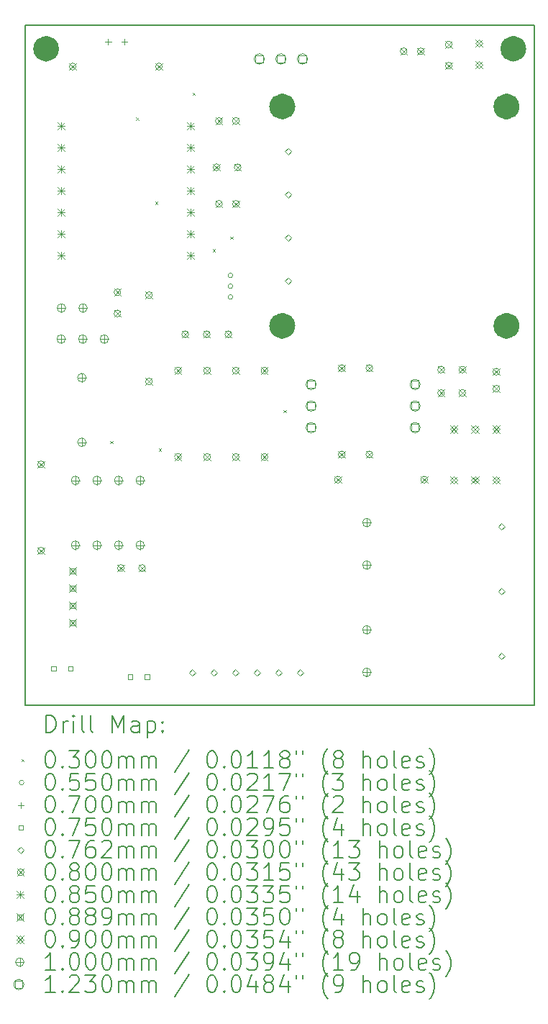
<source format=gbr>
%TF.GenerationSoftware,KiCad,Pcbnew,8.0.4*%
%TF.CreationDate,2024-08-08T12:01:29+02:00*%
%TF.ProjectId,LED-board-PWM,4c45442d-626f-4617-9264-2d50574d2e6b,rev?*%
%TF.SameCoordinates,Original*%
%TF.FileFunction,Drillmap*%
%TF.FilePolarity,Positive*%
%FSLAX45Y45*%
G04 Gerber Fmt 4.5, Leading zero omitted, Abs format (unit mm)*
G04 Created by KiCad (PCBNEW 8.0.4) date 2024-08-08 12:01:29*
%MOMM*%
%LPD*%
G01*
G04 APERTURE LIST*
%ADD10C,1.525000*%
%ADD11C,0.200000*%
%ADD12C,1.550000*%
%ADD13C,0.100000*%
%ADD14C,0.123000*%
G04 APERTURE END LIST*
D10*
X10326250Y-4750000D02*
G75*
G02*
X10173750Y-4750000I-76250J0D01*
G01*
X10173750Y-4750000D02*
G75*
G02*
X10326250Y-4750000I76250J0D01*
G01*
X15826250Y-4750000D02*
G75*
G02*
X15673750Y-4750000I-76250J0D01*
G01*
X15673750Y-4750000D02*
G75*
G02*
X15826250Y-4750000I76250J0D01*
G01*
D11*
X10000000Y-4470000D02*
X16000000Y-4470000D01*
X16000000Y-12470000D01*
X10000000Y-12470000D01*
X10000000Y-4470000D01*
D12*
X13107500Y-5430000D02*
G75*
G02*
X12952500Y-5430000I-77500J0D01*
G01*
X12952500Y-5430000D02*
G75*
G02*
X13107500Y-5430000I77500J0D01*
G01*
X13107500Y-8010000D02*
G75*
G02*
X12952500Y-8010000I-77500J0D01*
G01*
X12952500Y-8010000D02*
G75*
G02*
X13107500Y-8010000I77500J0D01*
G01*
X15747500Y-5430000D02*
G75*
G02*
X15592500Y-5430000I-77500J0D01*
G01*
X15592500Y-5430000D02*
G75*
G02*
X15747500Y-5430000I77500J0D01*
G01*
X15747500Y-8010000D02*
G75*
G02*
X15592500Y-8010000I-77500J0D01*
G01*
X15592500Y-8010000D02*
G75*
G02*
X15747500Y-8010000I77500J0D01*
G01*
D11*
D13*
X11005000Y-9365000D02*
X11035000Y-9395000D01*
X11035000Y-9365000D02*
X11005000Y-9395000D01*
X11310000Y-5560000D02*
X11340000Y-5590000D01*
X11340000Y-5560000D02*
X11310000Y-5590000D01*
X11535000Y-6548000D02*
X11565000Y-6578000D01*
X11565000Y-6548000D02*
X11535000Y-6578000D01*
X11575000Y-9455000D02*
X11605000Y-9485000D01*
X11605000Y-9455000D02*
X11575000Y-9485000D01*
X11975000Y-5265000D02*
X12005000Y-5295000D01*
X12005000Y-5265000D02*
X11975000Y-5295000D01*
X12210000Y-7110000D02*
X12240000Y-7140000D01*
X12240000Y-7110000D02*
X12210000Y-7140000D01*
X12420000Y-6960000D02*
X12450000Y-6990000D01*
X12450000Y-6960000D02*
X12420000Y-6990000D01*
X13045000Y-9000000D02*
X13075000Y-9030000D01*
X13075000Y-9000000D02*
X13045000Y-9030000D01*
X12447500Y-7416000D02*
G75*
G02*
X12392500Y-7416000I-27500J0D01*
G01*
X12392500Y-7416000D02*
G75*
G02*
X12447500Y-7416000I27500J0D01*
G01*
X12447500Y-7543000D02*
G75*
G02*
X12392500Y-7543000I-27500J0D01*
G01*
X12392500Y-7543000D02*
G75*
G02*
X12447500Y-7543000I27500J0D01*
G01*
X12447500Y-7670000D02*
G75*
G02*
X12392500Y-7670000I-27500J0D01*
G01*
X12392500Y-7670000D02*
G75*
G02*
X12447500Y-7670000I27500J0D01*
G01*
X10980500Y-4635000D02*
X10980500Y-4705000D01*
X10945500Y-4670000D02*
X11015500Y-4670000D01*
X11170500Y-4635000D02*
X11170500Y-4705000D01*
X11135500Y-4670000D02*
X11205500Y-4670000D01*
X10364577Y-12066517D02*
X10364577Y-12013483D01*
X10311543Y-12013483D01*
X10311543Y-12066517D01*
X10364577Y-12066517D01*
X10564577Y-12066517D02*
X10564577Y-12013483D01*
X10511543Y-12013483D01*
X10511543Y-12066517D01*
X10564577Y-12066517D01*
X11264577Y-12166517D02*
X11264577Y-12113483D01*
X11211543Y-12113483D01*
X11211543Y-12166517D01*
X11264577Y-12166517D01*
X11464577Y-12166517D02*
X11464577Y-12113483D01*
X11411543Y-12113483D01*
X11411543Y-12166517D01*
X11464577Y-12166517D01*
X11970940Y-12129750D02*
X12009040Y-12091650D01*
X11970940Y-12053550D01*
X11932840Y-12091650D01*
X11970940Y-12129750D01*
X12224940Y-12129750D02*
X12263040Y-12091650D01*
X12224940Y-12053550D01*
X12186840Y-12091650D01*
X12224940Y-12129750D01*
X12478940Y-12129750D02*
X12517040Y-12091650D01*
X12478940Y-12053550D01*
X12440840Y-12091650D01*
X12478940Y-12129750D01*
X12732940Y-12129750D02*
X12771040Y-12091650D01*
X12732940Y-12053550D01*
X12694840Y-12091650D01*
X12732940Y-12129750D01*
X12986940Y-12129750D02*
X13025040Y-12091650D01*
X12986940Y-12053550D01*
X12948840Y-12091650D01*
X12986940Y-12129750D01*
X13100000Y-5996600D02*
X13138100Y-5958500D01*
X13100000Y-5920400D01*
X13061900Y-5958500D01*
X13100000Y-5996600D01*
X13100000Y-6504600D02*
X13138100Y-6466500D01*
X13100000Y-6428400D01*
X13061900Y-6466500D01*
X13100000Y-6504600D01*
X13100000Y-7012600D02*
X13138100Y-6974500D01*
X13100000Y-6936400D01*
X13061900Y-6974500D01*
X13100000Y-7012600D01*
X13100000Y-7520600D02*
X13138100Y-7482500D01*
X13100000Y-7444400D01*
X13061900Y-7482500D01*
X13100000Y-7520600D01*
X13240940Y-12129750D02*
X13279040Y-12091650D01*
X13240940Y-12053550D01*
X13202840Y-12091650D01*
X13240940Y-12129750D01*
X15608870Y-10408220D02*
X15646970Y-10370120D01*
X15608870Y-10332020D01*
X15570770Y-10370120D01*
X15608870Y-10408220D01*
X15608870Y-11170220D02*
X15646970Y-11132120D01*
X15608870Y-11094020D01*
X15570770Y-11132120D01*
X15608870Y-11170220D01*
X15608870Y-11932220D02*
X15646970Y-11894120D01*
X15608870Y-11856020D01*
X15570770Y-11894120D01*
X15608870Y-11932220D01*
X10150000Y-9600000D02*
X10230000Y-9680000D01*
X10230000Y-9600000D02*
X10150000Y-9680000D01*
X10230000Y-9640000D02*
G75*
G02*
X10150000Y-9640000I-40000J0D01*
G01*
X10150000Y-9640000D02*
G75*
G02*
X10230000Y-9640000I40000J0D01*
G01*
X10150000Y-10616000D02*
X10230000Y-10696000D01*
X10230000Y-10616000D02*
X10150000Y-10696000D01*
X10230000Y-10656000D02*
G75*
G02*
X10150000Y-10656000I-40000J0D01*
G01*
X10150000Y-10656000D02*
G75*
G02*
X10230000Y-10656000I40000J0D01*
G01*
X10522000Y-4920000D02*
X10602000Y-5000000D01*
X10602000Y-4920000D02*
X10522000Y-5000000D01*
X10602000Y-4960000D02*
G75*
G02*
X10522000Y-4960000I-40000J0D01*
G01*
X10522000Y-4960000D02*
G75*
G02*
X10602000Y-4960000I40000J0D01*
G01*
X11050000Y-7575000D02*
X11130000Y-7655000D01*
X11130000Y-7575000D02*
X11050000Y-7655000D01*
X11130000Y-7615000D02*
G75*
G02*
X11050000Y-7615000I-40000J0D01*
G01*
X11050000Y-7615000D02*
G75*
G02*
X11130000Y-7615000I40000J0D01*
G01*
X11050000Y-7825000D02*
X11130000Y-7905000D01*
X11130000Y-7825000D02*
X11050000Y-7905000D01*
X11130000Y-7865000D02*
G75*
G02*
X11050000Y-7865000I-40000J0D01*
G01*
X11050000Y-7865000D02*
G75*
G02*
X11130000Y-7865000I40000J0D01*
G01*
X11090000Y-10820000D02*
X11170000Y-10900000D01*
X11170000Y-10820000D02*
X11090000Y-10900000D01*
X11170000Y-10860000D02*
G75*
G02*
X11090000Y-10860000I-40000J0D01*
G01*
X11090000Y-10860000D02*
G75*
G02*
X11170000Y-10860000I40000J0D01*
G01*
X11340000Y-10820000D02*
X11420000Y-10900000D01*
X11420000Y-10820000D02*
X11340000Y-10900000D01*
X11420000Y-10860000D02*
G75*
G02*
X11340000Y-10860000I-40000J0D01*
G01*
X11340000Y-10860000D02*
G75*
G02*
X11420000Y-10860000I40000J0D01*
G01*
X11420000Y-7609500D02*
X11500000Y-7689500D01*
X11500000Y-7609500D02*
X11420000Y-7689500D01*
X11500000Y-7649500D02*
G75*
G02*
X11420000Y-7649500I-40000J0D01*
G01*
X11420000Y-7649500D02*
G75*
G02*
X11500000Y-7649500I40000J0D01*
G01*
X11420000Y-8625500D02*
X11500000Y-8705500D01*
X11500000Y-8625500D02*
X11420000Y-8705500D01*
X11500000Y-8665500D02*
G75*
G02*
X11420000Y-8665500I-40000J0D01*
G01*
X11420000Y-8665500D02*
G75*
G02*
X11500000Y-8665500I40000J0D01*
G01*
X11538000Y-4920000D02*
X11618000Y-5000000D01*
X11618000Y-4920000D02*
X11538000Y-5000000D01*
X11618000Y-4960000D02*
G75*
G02*
X11538000Y-4960000I-40000J0D01*
G01*
X11538000Y-4960000D02*
G75*
G02*
X11618000Y-4960000I40000J0D01*
G01*
X11762500Y-8496500D02*
X11842500Y-8576500D01*
X11842500Y-8496500D02*
X11762500Y-8576500D01*
X11842500Y-8536500D02*
G75*
G02*
X11762500Y-8536500I-40000J0D01*
G01*
X11762500Y-8536500D02*
G75*
G02*
X11842500Y-8536500I40000J0D01*
G01*
X11762500Y-9512500D02*
X11842500Y-9592500D01*
X11842500Y-9512500D02*
X11762500Y-9592500D01*
X11842500Y-9552500D02*
G75*
G02*
X11762500Y-9552500I-40000J0D01*
G01*
X11762500Y-9552500D02*
G75*
G02*
X11842500Y-9552500I40000J0D01*
G01*
X11847000Y-8070000D02*
X11927000Y-8150000D01*
X11927000Y-8070000D02*
X11847000Y-8150000D01*
X11927000Y-8110000D02*
G75*
G02*
X11847000Y-8110000I-40000J0D01*
G01*
X11847000Y-8110000D02*
G75*
G02*
X11927000Y-8110000I40000J0D01*
G01*
X12101000Y-8070000D02*
X12181000Y-8150000D01*
X12181000Y-8070000D02*
X12101000Y-8150000D01*
X12181000Y-8110000D02*
G75*
G02*
X12101000Y-8110000I-40000J0D01*
G01*
X12101000Y-8110000D02*
G75*
G02*
X12181000Y-8110000I40000J0D01*
G01*
X12105000Y-8496500D02*
X12185000Y-8576500D01*
X12185000Y-8496500D02*
X12105000Y-8576500D01*
X12185000Y-8536500D02*
G75*
G02*
X12105000Y-8536500I-40000J0D01*
G01*
X12105000Y-8536500D02*
G75*
G02*
X12185000Y-8536500I40000J0D01*
G01*
X12105000Y-9512500D02*
X12185000Y-9592500D01*
X12185000Y-9512500D02*
X12105000Y-9592500D01*
X12185000Y-9552500D02*
G75*
G02*
X12105000Y-9552500I-40000J0D01*
G01*
X12105000Y-9552500D02*
G75*
G02*
X12185000Y-9552500I40000J0D01*
G01*
X12215000Y-6105000D02*
X12295000Y-6185000D01*
X12295000Y-6105000D02*
X12215000Y-6185000D01*
X12295000Y-6145000D02*
G75*
G02*
X12215000Y-6145000I-40000J0D01*
G01*
X12215000Y-6145000D02*
G75*
G02*
X12295000Y-6145000I40000J0D01*
G01*
X12244489Y-5560000D02*
X12324489Y-5640000D01*
X12324489Y-5560000D02*
X12244489Y-5640000D01*
X12324489Y-5600000D02*
G75*
G02*
X12244489Y-5600000I-40000J0D01*
G01*
X12244489Y-5600000D02*
G75*
G02*
X12324489Y-5600000I40000J0D01*
G01*
X12245000Y-6535000D02*
X12325000Y-6615000D01*
X12325000Y-6535000D02*
X12245000Y-6615000D01*
X12325000Y-6575000D02*
G75*
G02*
X12245000Y-6575000I-40000J0D01*
G01*
X12245000Y-6575000D02*
G75*
G02*
X12325000Y-6575000I40000J0D01*
G01*
X12355000Y-8070000D02*
X12435000Y-8150000D01*
X12435000Y-8070000D02*
X12355000Y-8150000D01*
X12435000Y-8110000D02*
G75*
G02*
X12355000Y-8110000I-40000J0D01*
G01*
X12355000Y-8110000D02*
G75*
G02*
X12435000Y-8110000I40000J0D01*
G01*
X12442500Y-8497000D02*
X12522500Y-8577000D01*
X12522500Y-8497000D02*
X12442500Y-8577000D01*
X12522500Y-8537000D02*
G75*
G02*
X12442500Y-8537000I-40000J0D01*
G01*
X12442500Y-8537000D02*
G75*
G02*
X12522500Y-8537000I40000J0D01*
G01*
X12442500Y-9513000D02*
X12522500Y-9593000D01*
X12522500Y-9513000D02*
X12442500Y-9593000D01*
X12522500Y-9553000D02*
G75*
G02*
X12442500Y-9553000I-40000J0D01*
G01*
X12442500Y-9553000D02*
G75*
G02*
X12522500Y-9553000I40000J0D01*
G01*
X12444489Y-5560000D02*
X12524489Y-5640000D01*
X12524489Y-5560000D02*
X12444489Y-5640000D01*
X12524489Y-5600000D02*
G75*
G02*
X12444489Y-5600000I-40000J0D01*
G01*
X12444489Y-5600000D02*
G75*
G02*
X12524489Y-5600000I40000J0D01*
G01*
X12445000Y-6535000D02*
X12525000Y-6615000D01*
X12525000Y-6535000D02*
X12445000Y-6615000D01*
X12525000Y-6575000D02*
G75*
G02*
X12445000Y-6575000I-40000J0D01*
G01*
X12445000Y-6575000D02*
G75*
G02*
X12525000Y-6575000I40000J0D01*
G01*
X12465000Y-6105000D02*
X12545000Y-6185000D01*
X12545000Y-6105000D02*
X12465000Y-6185000D01*
X12545000Y-6145000D02*
G75*
G02*
X12465000Y-6145000I-40000J0D01*
G01*
X12465000Y-6145000D02*
G75*
G02*
X12545000Y-6145000I40000J0D01*
G01*
X12780000Y-8497000D02*
X12860000Y-8577000D01*
X12860000Y-8497000D02*
X12780000Y-8577000D01*
X12860000Y-8537000D02*
G75*
G02*
X12780000Y-8537000I-40000J0D01*
G01*
X12780000Y-8537000D02*
G75*
G02*
X12860000Y-8537000I40000J0D01*
G01*
X12780000Y-9513000D02*
X12860000Y-9593000D01*
X12860000Y-9513000D02*
X12780000Y-9593000D01*
X12860000Y-9553000D02*
G75*
G02*
X12780000Y-9553000I-40000J0D01*
G01*
X12780000Y-9553000D02*
G75*
G02*
X12860000Y-9553000I40000J0D01*
G01*
X13645000Y-9780000D02*
X13725000Y-9860000D01*
X13725000Y-9780000D02*
X13645000Y-9860000D01*
X13725000Y-9820000D02*
G75*
G02*
X13645000Y-9820000I-40000J0D01*
G01*
X13645000Y-9820000D02*
G75*
G02*
X13725000Y-9820000I40000J0D01*
G01*
X13690000Y-8467500D02*
X13770000Y-8547500D01*
X13770000Y-8467500D02*
X13690000Y-8547500D01*
X13770000Y-8507500D02*
G75*
G02*
X13690000Y-8507500I-40000J0D01*
G01*
X13690000Y-8507500D02*
G75*
G02*
X13770000Y-8507500I40000J0D01*
G01*
X13690000Y-9483500D02*
X13770000Y-9563500D01*
X13770000Y-9483500D02*
X13690000Y-9563500D01*
X13770000Y-9523500D02*
G75*
G02*
X13690000Y-9523500I-40000J0D01*
G01*
X13690000Y-9523500D02*
G75*
G02*
X13770000Y-9523500I40000J0D01*
G01*
X14015000Y-8467000D02*
X14095000Y-8547000D01*
X14095000Y-8467000D02*
X14015000Y-8547000D01*
X14095000Y-8507000D02*
G75*
G02*
X14015000Y-8507000I-40000J0D01*
G01*
X14015000Y-8507000D02*
G75*
G02*
X14095000Y-8507000I40000J0D01*
G01*
X14015000Y-9483000D02*
X14095000Y-9563000D01*
X14095000Y-9483000D02*
X14015000Y-9563000D01*
X14095000Y-9523000D02*
G75*
G02*
X14015000Y-9523000I-40000J0D01*
G01*
X14015000Y-9523000D02*
G75*
G02*
X14095000Y-9523000I40000J0D01*
G01*
X14420000Y-4740000D02*
X14500000Y-4820000D01*
X14500000Y-4740000D02*
X14420000Y-4820000D01*
X14500000Y-4780000D02*
G75*
G02*
X14420000Y-4780000I-40000J0D01*
G01*
X14420000Y-4780000D02*
G75*
G02*
X14500000Y-4780000I40000J0D01*
G01*
X14620000Y-4740000D02*
X14700000Y-4820000D01*
X14700000Y-4740000D02*
X14620000Y-4820000D01*
X14700000Y-4780000D02*
G75*
G02*
X14620000Y-4780000I-40000J0D01*
G01*
X14620000Y-4780000D02*
G75*
G02*
X14700000Y-4780000I40000J0D01*
G01*
X14661000Y-9780000D02*
X14741000Y-9860000D01*
X14741000Y-9780000D02*
X14661000Y-9860000D01*
X14741000Y-9820000D02*
G75*
G02*
X14661000Y-9820000I-40000J0D01*
G01*
X14661000Y-9820000D02*
G75*
G02*
X14741000Y-9820000I40000J0D01*
G01*
X14860000Y-8485000D02*
X14940000Y-8565000D01*
X14940000Y-8485000D02*
X14860000Y-8565000D01*
X14940000Y-8525000D02*
G75*
G02*
X14860000Y-8525000I-40000J0D01*
G01*
X14860000Y-8525000D02*
G75*
G02*
X14940000Y-8525000I40000J0D01*
G01*
X14860000Y-8760000D02*
X14940000Y-8840000D01*
X14940000Y-8760000D02*
X14860000Y-8840000D01*
X14940000Y-8800000D02*
G75*
G02*
X14860000Y-8800000I-40000J0D01*
G01*
X14860000Y-8800000D02*
G75*
G02*
X14940000Y-8800000I40000J0D01*
G01*
X14950000Y-4660000D02*
X15030000Y-4740000D01*
X15030000Y-4660000D02*
X14950000Y-4740000D01*
X15030000Y-4700000D02*
G75*
G02*
X14950000Y-4700000I-40000J0D01*
G01*
X14950000Y-4700000D02*
G75*
G02*
X15030000Y-4700000I40000J0D01*
G01*
X14950000Y-4910000D02*
X15030000Y-4990000D01*
X15030000Y-4910000D02*
X14950000Y-4990000D01*
X15030000Y-4950000D02*
G75*
G02*
X14950000Y-4950000I-40000J0D01*
G01*
X14950000Y-4950000D02*
G75*
G02*
X15030000Y-4950000I40000J0D01*
G01*
X15110000Y-8485000D02*
X15190000Y-8565000D01*
X15190000Y-8485000D02*
X15110000Y-8565000D01*
X15190000Y-8525000D02*
G75*
G02*
X15110000Y-8525000I-40000J0D01*
G01*
X15110000Y-8525000D02*
G75*
G02*
X15190000Y-8525000I40000J0D01*
G01*
X15110000Y-8760000D02*
X15190000Y-8840000D01*
X15190000Y-8760000D02*
X15110000Y-8840000D01*
X15190000Y-8800000D02*
G75*
G02*
X15110000Y-8800000I-40000J0D01*
G01*
X15110000Y-8800000D02*
G75*
G02*
X15190000Y-8800000I40000J0D01*
G01*
X15510000Y-8510000D02*
X15590000Y-8590000D01*
X15590000Y-8510000D02*
X15510000Y-8590000D01*
X15590000Y-8550000D02*
G75*
G02*
X15510000Y-8550000I-40000J0D01*
G01*
X15510000Y-8550000D02*
G75*
G02*
X15590000Y-8550000I40000J0D01*
G01*
X15510000Y-8710000D02*
X15590000Y-8790000D01*
X15590000Y-8710000D02*
X15510000Y-8790000D01*
X15590000Y-8750000D02*
G75*
G02*
X15510000Y-8750000I-40000J0D01*
G01*
X15510000Y-8750000D02*
G75*
G02*
X15590000Y-8750000I40000J0D01*
G01*
X10382500Y-5613500D02*
X10467500Y-5698500D01*
X10467500Y-5613500D02*
X10382500Y-5698500D01*
X10425000Y-5613500D02*
X10425000Y-5698500D01*
X10382500Y-5656000D02*
X10467500Y-5656000D01*
X10382500Y-5867500D02*
X10467500Y-5952500D01*
X10467500Y-5867500D02*
X10382500Y-5952500D01*
X10425000Y-5867500D02*
X10425000Y-5952500D01*
X10382500Y-5910000D02*
X10467500Y-5910000D01*
X10382500Y-6121500D02*
X10467500Y-6206500D01*
X10467500Y-6121500D02*
X10382500Y-6206500D01*
X10425000Y-6121500D02*
X10425000Y-6206500D01*
X10382500Y-6164000D02*
X10467500Y-6164000D01*
X10382500Y-6375500D02*
X10467500Y-6460500D01*
X10467500Y-6375500D02*
X10382500Y-6460500D01*
X10425000Y-6375500D02*
X10425000Y-6460500D01*
X10382500Y-6418000D02*
X10467500Y-6418000D01*
X10382500Y-6629500D02*
X10467500Y-6714500D01*
X10467500Y-6629500D02*
X10382500Y-6714500D01*
X10425000Y-6629500D02*
X10425000Y-6714500D01*
X10382500Y-6672000D02*
X10467500Y-6672000D01*
X10382500Y-6883500D02*
X10467500Y-6968500D01*
X10467500Y-6883500D02*
X10382500Y-6968500D01*
X10425000Y-6883500D02*
X10425000Y-6968500D01*
X10382500Y-6926000D02*
X10467500Y-6926000D01*
X10382500Y-7137500D02*
X10467500Y-7222500D01*
X10467500Y-7137500D02*
X10382500Y-7222500D01*
X10425000Y-7137500D02*
X10425000Y-7222500D01*
X10382500Y-7180000D02*
X10467500Y-7180000D01*
X11906500Y-5613500D02*
X11991500Y-5698500D01*
X11991500Y-5613500D02*
X11906500Y-5698500D01*
X11949000Y-5613500D02*
X11949000Y-5698500D01*
X11906500Y-5656000D02*
X11991500Y-5656000D01*
X11906500Y-5867500D02*
X11991500Y-5952500D01*
X11991500Y-5867500D02*
X11906500Y-5952500D01*
X11949000Y-5867500D02*
X11949000Y-5952500D01*
X11906500Y-5910000D02*
X11991500Y-5910000D01*
X11906500Y-6121500D02*
X11991500Y-6206500D01*
X11991500Y-6121500D02*
X11906500Y-6206500D01*
X11949000Y-6121500D02*
X11949000Y-6206500D01*
X11906500Y-6164000D02*
X11991500Y-6164000D01*
X11906500Y-6375500D02*
X11991500Y-6460500D01*
X11991500Y-6375500D02*
X11906500Y-6460500D01*
X11949000Y-6375500D02*
X11949000Y-6460500D01*
X11906500Y-6418000D02*
X11991500Y-6418000D01*
X11906500Y-6629500D02*
X11991500Y-6714500D01*
X11991500Y-6629500D02*
X11906500Y-6714500D01*
X11949000Y-6629500D02*
X11949000Y-6714500D01*
X11906500Y-6672000D02*
X11991500Y-6672000D01*
X11906500Y-6883500D02*
X11991500Y-6968500D01*
X11991500Y-6883500D02*
X11906500Y-6968500D01*
X11949000Y-6883500D02*
X11949000Y-6968500D01*
X11906500Y-6926000D02*
X11991500Y-6926000D01*
X11906500Y-7137500D02*
X11991500Y-7222500D01*
X11991500Y-7137500D02*
X11906500Y-7222500D01*
X11949000Y-7137500D02*
X11949000Y-7222500D01*
X11906500Y-7180000D02*
X11991500Y-7180000D01*
X10517025Y-10849807D02*
X10605925Y-10938707D01*
X10605925Y-10849807D02*
X10517025Y-10938707D01*
X10592906Y-10925689D02*
X10592906Y-10862826D01*
X10530044Y-10862826D01*
X10530044Y-10925689D01*
X10592906Y-10925689D01*
X10517025Y-11053007D02*
X10605925Y-11141907D01*
X10605925Y-11053007D02*
X10517025Y-11141907D01*
X10592906Y-11128889D02*
X10592906Y-11066026D01*
X10530044Y-11066026D01*
X10530044Y-11128889D01*
X10592906Y-11128889D01*
X10517025Y-11256207D02*
X10605925Y-11345107D01*
X10605925Y-11256207D02*
X10517025Y-11345107D01*
X10592906Y-11332089D02*
X10592906Y-11269226D01*
X10530044Y-11269226D01*
X10530044Y-11332089D01*
X10592906Y-11332089D01*
X10517025Y-11459407D02*
X10605925Y-11548307D01*
X10605925Y-11459407D02*
X10517025Y-11548307D01*
X10592906Y-11535289D02*
X10592906Y-11472426D01*
X10530044Y-11472426D01*
X10530044Y-11535289D01*
X10592906Y-11535289D01*
X15005000Y-9180000D02*
X15095000Y-9270000D01*
X15095000Y-9180000D02*
X15005000Y-9270000D01*
X15050000Y-9270000D02*
X15095000Y-9225000D01*
X15050000Y-9180000D01*
X15005000Y-9225000D01*
X15050000Y-9270000D01*
X15005000Y-9780000D02*
X15095000Y-9870000D01*
X15095000Y-9780000D02*
X15005000Y-9870000D01*
X15050000Y-9870000D02*
X15095000Y-9825000D01*
X15050000Y-9780000D01*
X15005000Y-9825000D01*
X15050000Y-9870000D01*
X15255000Y-9180000D02*
X15345000Y-9270000D01*
X15345000Y-9180000D02*
X15255000Y-9270000D01*
X15300000Y-9270000D02*
X15345000Y-9225000D01*
X15300000Y-9180000D01*
X15255000Y-9225000D01*
X15300000Y-9270000D01*
X15255000Y-9780000D02*
X15345000Y-9870000D01*
X15345000Y-9780000D02*
X15255000Y-9870000D01*
X15300000Y-9870000D02*
X15345000Y-9825000D01*
X15300000Y-9780000D01*
X15255000Y-9825000D01*
X15300000Y-9870000D01*
X15300000Y-4641000D02*
X15390000Y-4731000D01*
X15390000Y-4641000D02*
X15300000Y-4731000D01*
X15345000Y-4731000D02*
X15390000Y-4686000D01*
X15345000Y-4641000D01*
X15300000Y-4686000D01*
X15345000Y-4731000D01*
X15300000Y-4895000D02*
X15390000Y-4985000D01*
X15390000Y-4895000D02*
X15300000Y-4985000D01*
X15345000Y-4985000D02*
X15390000Y-4940000D01*
X15345000Y-4895000D01*
X15300000Y-4940000D01*
X15345000Y-4985000D01*
X15505000Y-9180000D02*
X15595000Y-9270000D01*
X15595000Y-9180000D02*
X15505000Y-9270000D01*
X15550000Y-9270000D02*
X15595000Y-9225000D01*
X15550000Y-9180000D01*
X15505000Y-9225000D01*
X15550000Y-9270000D01*
X15505000Y-9780000D02*
X15595000Y-9870000D01*
X15595000Y-9780000D02*
X15505000Y-9870000D01*
X15550000Y-9870000D02*
X15595000Y-9825000D01*
X15550000Y-9780000D01*
X15505000Y-9825000D01*
X15550000Y-9870000D01*
X10426500Y-8115000D02*
X10426500Y-8215000D01*
X10376500Y-8165000D02*
X10476500Y-8165000D01*
X10476500Y-8165000D02*
G75*
G02*
X10376500Y-8165000I-50000J0D01*
G01*
X10376500Y-8165000D02*
G75*
G02*
X10476500Y-8165000I50000J0D01*
G01*
X10430000Y-7750000D02*
X10430000Y-7850000D01*
X10380000Y-7800000D02*
X10480000Y-7800000D01*
X10480000Y-7800000D02*
G75*
G02*
X10380000Y-7800000I-50000J0D01*
G01*
X10380000Y-7800000D02*
G75*
G02*
X10480000Y-7800000I50000J0D01*
G01*
X10595000Y-9779000D02*
X10595000Y-9879000D01*
X10545000Y-9829000D02*
X10645000Y-9829000D01*
X10645000Y-9829000D02*
G75*
G02*
X10545000Y-9829000I-50000J0D01*
G01*
X10545000Y-9829000D02*
G75*
G02*
X10645000Y-9829000I50000J0D01*
G01*
X10595000Y-10541000D02*
X10595000Y-10641000D01*
X10545000Y-10591000D02*
X10645000Y-10591000D01*
X10645000Y-10591000D02*
G75*
G02*
X10545000Y-10591000I-50000J0D01*
G01*
X10545000Y-10591000D02*
G75*
G02*
X10645000Y-10591000I50000J0D01*
G01*
X10670000Y-8570000D02*
X10670000Y-8670000D01*
X10620000Y-8620000D02*
X10720000Y-8620000D01*
X10720000Y-8620000D02*
G75*
G02*
X10620000Y-8620000I-50000J0D01*
G01*
X10620000Y-8620000D02*
G75*
G02*
X10720000Y-8620000I50000J0D01*
G01*
X10670000Y-9330000D02*
X10670000Y-9430000D01*
X10620000Y-9380000D02*
X10720000Y-9380000D01*
X10720000Y-9380000D02*
G75*
G02*
X10620000Y-9380000I-50000J0D01*
G01*
X10620000Y-9380000D02*
G75*
G02*
X10720000Y-9380000I50000J0D01*
G01*
X10680500Y-8115000D02*
X10680500Y-8215000D01*
X10630500Y-8165000D02*
X10730500Y-8165000D01*
X10730500Y-8165000D02*
G75*
G02*
X10630500Y-8165000I-50000J0D01*
G01*
X10630500Y-8165000D02*
G75*
G02*
X10730500Y-8165000I50000J0D01*
G01*
X10684000Y-7750000D02*
X10684000Y-7850000D01*
X10634000Y-7800000D02*
X10734000Y-7800000D01*
X10734000Y-7800000D02*
G75*
G02*
X10634000Y-7800000I-50000J0D01*
G01*
X10634000Y-7800000D02*
G75*
G02*
X10734000Y-7800000I50000J0D01*
G01*
X10849000Y-9779000D02*
X10849000Y-9879000D01*
X10799000Y-9829000D02*
X10899000Y-9829000D01*
X10899000Y-9829000D02*
G75*
G02*
X10799000Y-9829000I-50000J0D01*
G01*
X10799000Y-9829000D02*
G75*
G02*
X10899000Y-9829000I50000J0D01*
G01*
X10849000Y-10541000D02*
X10849000Y-10641000D01*
X10799000Y-10591000D02*
X10899000Y-10591000D01*
X10899000Y-10591000D02*
G75*
G02*
X10799000Y-10591000I-50000J0D01*
G01*
X10799000Y-10591000D02*
G75*
G02*
X10899000Y-10591000I50000J0D01*
G01*
X10934500Y-8115000D02*
X10934500Y-8215000D01*
X10884500Y-8165000D02*
X10984500Y-8165000D01*
X10984500Y-8165000D02*
G75*
G02*
X10884500Y-8165000I-50000J0D01*
G01*
X10884500Y-8165000D02*
G75*
G02*
X10984500Y-8165000I50000J0D01*
G01*
X11103000Y-9779000D02*
X11103000Y-9879000D01*
X11053000Y-9829000D02*
X11153000Y-9829000D01*
X11153000Y-9829000D02*
G75*
G02*
X11053000Y-9829000I-50000J0D01*
G01*
X11053000Y-9829000D02*
G75*
G02*
X11153000Y-9829000I50000J0D01*
G01*
X11103000Y-10541000D02*
X11103000Y-10641000D01*
X11053000Y-10591000D02*
X11153000Y-10591000D01*
X11153000Y-10591000D02*
G75*
G02*
X11053000Y-10591000I-50000J0D01*
G01*
X11053000Y-10591000D02*
G75*
G02*
X11153000Y-10591000I50000J0D01*
G01*
X11357000Y-9779000D02*
X11357000Y-9879000D01*
X11307000Y-9829000D02*
X11407000Y-9829000D01*
X11407000Y-9829000D02*
G75*
G02*
X11307000Y-9829000I-50000J0D01*
G01*
X11307000Y-9829000D02*
G75*
G02*
X11407000Y-9829000I50000J0D01*
G01*
X11357000Y-10541000D02*
X11357000Y-10641000D01*
X11307000Y-10591000D02*
X11407000Y-10591000D01*
X11407000Y-10591000D02*
G75*
G02*
X11307000Y-10591000I-50000J0D01*
G01*
X11307000Y-10591000D02*
G75*
G02*
X11407000Y-10591000I50000J0D01*
G01*
X14025000Y-10275000D02*
X14025000Y-10375000D01*
X13975000Y-10325000D02*
X14075000Y-10325000D01*
X14075000Y-10325000D02*
G75*
G02*
X13975000Y-10325000I-50000J0D01*
G01*
X13975000Y-10325000D02*
G75*
G02*
X14075000Y-10325000I50000J0D01*
G01*
X14025000Y-10775000D02*
X14025000Y-10875000D01*
X13975000Y-10825000D02*
X14075000Y-10825000D01*
X14075000Y-10825000D02*
G75*
G02*
X13975000Y-10825000I-50000J0D01*
G01*
X13975000Y-10825000D02*
G75*
G02*
X14075000Y-10825000I50000J0D01*
G01*
X14025000Y-11536768D02*
X14025000Y-11636768D01*
X13975000Y-11586768D02*
X14075000Y-11586768D01*
X14075000Y-11586768D02*
G75*
G02*
X13975000Y-11586768I-50000J0D01*
G01*
X13975000Y-11586768D02*
G75*
G02*
X14075000Y-11586768I50000J0D01*
G01*
X14025000Y-12036768D02*
X14025000Y-12136768D01*
X13975000Y-12086768D02*
X14075000Y-12086768D01*
X14075000Y-12086768D02*
G75*
G02*
X13975000Y-12086768I-50000J0D01*
G01*
X13975000Y-12086768D02*
G75*
G02*
X14075000Y-12086768I50000J0D01*
G01*
D14*
X12803487Y-4913488D02*
X12803487Y-4826513D01*
X12716512Y-4826513D01*
X12716512Y-4913488D01*
X12803487Y-4913488D01*
X12821500Y-4870000D02*
G75*
G02*
X12698500Y-4870000I-61500J0D01*
G01*
X12698500Y-4870000D02*
G75*
G02*
X12821500Y-4870000I61500J0D01*
G01*
X13057487Y-4913488D02*
X13057487Y-4826513D01*
X12970512Y-4826513D01*
X12970512Y-4913488D01*
X13057487Y-4913488D01*
X13075500Y-4870000D02*
G75*
G02*
X12952500Y-4870000I-61500J0D01*
G01*
X12952500Y-4870000D02*
G75*
G02*
X13075500Y-4870000I61500J0D01*
G01*
X13311487Y-4913488D02*
X13311487Y-4826513D01*
X13224512Y-4826513D01*
X13224512Y-4913488D01*
X13311487Y-4913488D01*
X13329500Y-4870000D02*
G75*
G02*
X13206500Y-4870000I-61500J0D01*
G01*
X13206500Y-4870000D02*
G75*
G02*
X13329500Y-4870000I61500J0D01*
G01*
X13413487Y-8743488D02*
X13413487Y-8656513D01*
X13326512Y-8656513D01*
X13326512Y-8743488D01*
X13413487Y-8743488D01*
X13431500Y-8700000D02*
G75*
G02*
X13308500Y-8700000I-61500J0D01*
G01*
X13308500Y-8700000D02*
G75*
G02*
X13431500Y-8700000I61500J0D01*
G01*
X13413487Y-8997488D02*
X13413487Y-8910513D01*
X13326512Y-8910513D01*
X13326512Y-8997488D01*
X13413487Y-8997488D01*
X13431500Y-8954000D02*
G75*
G02*
X13308500Y-8954000I-61500J0D01*
G01*
X13308500Y-8954000D02*
G75*
G02*
X13431500Y-8954000I61500J0D01*
G01*
X13413487Y-9251488D02*
X13413487Y-9164513D01*
X13326512Y-9164513D01*
X13326512Y-9251488D01*
X13413487Y-9251488D01*
X13431500Y-9208000D02*
G75*
G02*
X13308500Y-9208000I-61500J0D01*
G01*
X13308500Y-9208000D02*
G75*
G02*
X13431500Y-9208000I61500J0D01*
G01*
X14637487Y-8743488D02*
X14637487Y-8656513D01*
X14550512Y-8656513D01*
X14550512Y-8743488D01*
X14637487Y-8743488D01*
X14655500Y-8700000D02*
G75*
G02*
X14532500Y-8700000I-61500J0D01*
G01*
X14532500Y-8700000D02*
G75*
G02*
X14655500Y-8700000I61500J0D01*
G01*
X14637487Y-8997488D02*
X14637487Y-8910513D01*
X14550512Y-8910513D01*
X14550512Y-8997488D01*
X14637487Y-8997488D01*
X14655500Y-8954000D02*
G75*
G02*
X14532500Y-8954000I-61500J0D01*
G01*
X14532500Y-8954000D02*
G75*
G02*
X14655500Y-8954000I61500J0D01*
G01*
X14637487Y-9251488D02*
X14637487Y-9164513D01*
X14550512Y-9164513D01*
X14550512Y-9251488D01*
X14637487Y-9251488D01*
X14655500Y-9208000D02*
G75*
G02*
X14532500Y-9208000I-61500J0D01*
G01*
X14532500Y-9208000D02*
G75*
G02*
X14655500Y-9208000I61500J0D01*
G01*
D11*
X10250777Y-12791484D02*
X10250777Y-12591484D01*
X10250777Y-12591484D02*
X10298396Y-12591484D01*
X10298396Y-12591484D02*
X10326967Y-12601008D01*
X10326967Y-12601008D02*
X10346015Y-12620055D01*
X10346015Y-12620055D02*
X10355539Y-12639103D01*
X10355539Y-12639103D02*
X10365063Y-12677198D01*
X10365063Y-12677198D02*
X10365063Y-12705769D01*
X10365063Y-12705769D02*
X10355539Y-12743865D01*
X10355539Y-12743865D02*
X10346015Y-12762912D01*
X10346015Y-12762912D02*
X10326967Y-12781960D01*
X10326967Y-12781960D02*
X10298396Y-12791484D01*
X10298396Y-12791484D02*
X10250777Y-12791484D01*
X10450777Y-12791484D02*
X10450777Y-12658150D01*
X10450777Y-12696246D02*
X10460301Y-12677198D01*
X10460301Y-12677198D02*
X10469824Y-12667674D01*
X10469824Y-12667674D02*
X10488872Y-12658150D01*
X10488872Y-12658150D02*
X10507920Y-12658150D01*
X10574586Y-12791484D02*
X10574586Y-12658150D01*
X10574586Y-12591484D02*
X10565063Y-12601008D01*
X10565063Y-12601008D02*
X10574586Y-12610531D01*
X10574586Y-12610531D02*
X10584110Y-12601008D01*
X10584110Y-12601008D02*
X10574586Y-12591484D01*
X10574586Y-12591484D02*
X10574586Y-12610531D01*
X10698396Y-12791484D02*
X10679348Y-12781960D01*
X10679348Y-12781960D02*
X10669824Y-12762912D01*
X10669824Y-12762912D02*
X10669824Y-12591484D01*
X10803158Y-12791484D02*
X10784110Y-12781960D01*
X10784110Y-12781960D02*
X10774586Y-12762912D01*
X10774586Y-12762912D02*
X10774586Y-12591484D01*
X11031729Y-12791484D02*
X11031729Y-12591484D01*
X11031729Y-12591484D02*
X11098396Y-12734341D01*
X11098396Y-12734341D02*
X11165063Y-12591484D01*
X11165063Y-12591484D02*
X11165063Y-12791484D01*
X11346015Y-12791484D02*
X11346015Y-12686722D01*
X11346015Y-12686722D02*
X11336491Y-12667674D01*
X11336491Y-12667674D02*
X11317443Y-12658150D01*
X11317443Y-12658150D02*
X11279348Y-12658150D01*
X11279348Y-12658150D02*
X11260301Y-12667674D01*
X11346015Y-12781960D02*
X11326967Y-12791484D01*
X11326967Y-12791484D02*
X11279348Y-12791484D01*
X11279348Y-12791484D02*
X11260301Y-12781960D01*
X11260301Y-12781960D02*
X11250777Y-12762912D01*
X11250777Y-12762912D02*
X11250777Y-12743865D01*
X11250777Y-12743865D02*
X11260301Y-12724817D01*
X11260301Y-12724817D02*
X11279348Y-12715293D01*
X11279348Y-12715293D02*
X11326967Y-12715293D01*
X11326967Y-12715293D02*
X11346015Y-12705769D01*
X11441253Y-12658150D02*
X11441253Y-12858150D01*
X11441253Y-12667674D02*
X11460301Y-12658150D01*
X11460301Y-12658150D02*
X11498396Y-12658150D01*
X11498396Y-12658150D02*
X11517443Y-12667674D01*
X11517443Y-12667674D02*
X11526967Y-12677198D01*
X11526967Y-12677198D02*
X11536491Y-12696246D01*
X11536491Y-12696246D02*
X11536491Y-12753388D01*
X11536491Y-12753388D02*
X11526967Y-12772436D01*
X11526967Y-12772436D02*
X11517443Y-12781960D01*
X11517443Y-12781960D02*
X11498396Y-12791484D01*
X11498396Y-12791484D02*
X11460301Y-12791484D01*
X11460301Y-12791484D02*
X11441253Y-12781960D01*
X11622205Y-12772436D02*
X11631729Y-12781960D01*
X11631729Y-12781960D02*
X11622205Y-12791484D01*
X11622205Y-12791484D02*
X11612682Y-12781960D01*
X11612682Y-12781960D02*
X11622205Y-12772436D01*
X11622205Y-12772436D02*
X11622205Y-12791484D01*
X11622205Y-12667674D02*
X11631729Y-12677198D01*
X11631729Y-12677198D02*
X11622205Y-12686722D01*
X11622205Y-12686722D02*
X11612682Y-12677198D01*
X11612682Y-12677198D02*
X11622205Y-12667674D01*
X11622205Y-12667674D02*
X11622205Y-12686722D01*
D13*
X9960000Y-13105000D02*
X9990000Y-13135000D01*
X9990000Y-13105000D02*
X9960000Y-13135000D01*
D11*
X10288872Y-13011484D02*
X10307920Y-13011484D01*
X10307920Y-13011484D02*
X10326967Y-13021008D01*
X10326967Y-13021008D02*
X10336491Y-13030531D01*
X10336491Y-13030531D02*
X10346015Y-13049579D01*
X10346015Y-13049579D02*
X10355539Y-13087674D01*
X10355539Y-13087674D02*
X10355539Y-13135293D01*
X10355539Y-13135293D02*
X10346015Y-13173388D01*
X10346015Y-13173388D02*
X10336491Y-13192436D01*
X10336491Y-13192436D02*
X10326967Y-13201960D01*
X10326967Y-13201960D02*
X10307920Y-13211484D01*
X10307920Y-13211484D02*
X10288872Y-13211484D01*
X10288872Y-13211484D02*
X10269824Y-13201960D01*
X10269824Y-13201960D02*
X10260301Y-13192436D01*
X10260301Y-13192436D02*
X10250777Y-13173388D01*
X10250777Y-13173388D02*
X10241253Y-13135293D01*
X10241253Y-13135293D02*
X10241253Y-13087674D01*
X10241253Y-13087674D02*
X10250777Y-13049579D01*
X10250777Y-13049579D02*
X10260301Y-13030531D01*
X10260301Y-13030531D02*
X10269824Y-13021008D01*
X10269824Y-13021008D02*
X10288872Y-13011484D01*
X10441253Y-13192436D02*
X10450777Y-13201960D01*
X10450777Y-13201960D02*
X10441253Y-13211484D01*
X10441253Y-13211484D02*
X10431729Y-13201960D01*
X10431729Y-13201960D02*
X10441253Y-13192436D01*
X10441253Y-13192436D02*
X10441253Y-13211484D01*
X10517444Y-13011484D02*
X10641253Y-13011484D01*
X10641253Y-13011484D02*
X10574586Y-13087674D01*
X10574586Y-13087674D02*
X10603158Y-13087674D01*
X10603158Y-13087674D02*
X10622205Y-13097198D01*
X10622205Y-13097198D02*
X10631729Y-13106722D01*
X10631729Y-13106722D02*
X10641253Y-13125769D01*
X10641253Y-13125769D02*
X10641253Y-13173388D01*
X10641253Y-13173388D02*
X10631729Y-13192436D01*
X10631729Y-13192436D02*
X10622205Y-13201960D01*
X10622205Y-13201960D02*
X10603158Y-13211484D01*
X10603158Y-13211484D02*
X10546015Y-13211484D01*
X10546015Y-13211484D02*
X10526967Y-13201960D01*
X10526967Y-13201960D02*
X10517444Y-13192436D01*
X10765063Y-13011484D02*
X10784110Y-13011484D01*
X10784110Y-13011484D02*
X10803158Y-13021008D01*
X10803158Y-13021008D02*
X10812682Y-13030531D01*
X10812682Y-13030531D02*
X10822205Y-13049579D01*
X10822205Y-13049579D02*
X10831729Y-13087674D01*
X10831729Y-13087674D02*
X10831729Y-13135293D01*
X10831729Y-13135293D02*
X10822205Y-13173388D01*
X10822205Y-13173388D02*
X10812682Y-13192436D01*
X10812682Y-13192436D02*
X10803158Y-13201960D01*
X10803158Y-13201960D02*
X10784110Y-13211484D01*
X10784110Y-13211484D02*
X10765063Y-13211484D01*
X10765063Y-13211484D02*
X10746015Y-13201960D01*
X10746015Y-13201960D02*
X10736491Y-13192436D01*
X10736491Y-13192436D02*
X10726967Y-13173388D01*
X10726967Y-13173388D02*
X10717444Y-13135293D01*
X10717444Y-13135293D02*
X10717444Y-13087674D01*
X10717444Y-13087674D02*
X10726967Y-13049579D01*
X10726967Y-13049579D02*
X10736491Y-13030531D01*
X10736491Y-13030531D02*
X10746015Y-13021008D01*
X10746015Y-13021008D02*
X10765063Y-13011484D01*
X10955539Y-13011484D02*
X10974586Y-13011484D01*
X10974586Y-13011484D02*
X10993634Y-13021008D01*
X10993634Y-13021008D02*
X11003158Y-13030531D01*
X11003158Y-13030531D02*
X11012682Y-13049579D01*
X11012682Y-13049579D02*
X11022205Y-13087674D01*
X11022205Y-13087674D02*
X11022205Y-13135293D01*
X11022205Y-13135293D02*
X11012682Y-13173388D01*
X11012682Y-13173388D02*
X11003158Y-13192436D01*
X11003158Y-13192436D02*
X10993634Y-13201960D01*
X10993634Y-13201960D02*
X10974586Y-13211484D01*
X10974586Y-13211484D02*
X10955539Y-13211484D01*
X10955539Y-13211484D02*
X10936491Y-13201960D01*
X10936491Y-13201960D02*
X10926967Y-13192436D01*
X10926967Y-13192436D02*
X10917444Y-13173388D01*
X10917444Y-13173388D02*
X10907920Y-13135293D01*
X10907920Y-13135293D02*
X10907920Y-13087674D01*
X10907920Y-13087674D02*
X10917444Y-13049579D01*
X10917444Y-13049579D02*
X10926967Y-13030531D01*
X10926967Y-13030531D02*
X10936491Y-13021008D01*
X10936491Y-13021008D02*
X10955539Y-13011484D01*
X11107920Y-13211484D02*
X11107920Y-13078150D01*
X11107920Y-13097198D02*
X11117444Y-13087674D01*
X11117444Y-13087674D02*
X11136491Y-13078150D01*
X11136491Y-13078150D02*
X11165063Y-13078150D01*
X11165063Y-13078150D02*
X11184110Y-13087674D01*
X11184110Y-13087674D02*
X11193634Y-13106722D01*
X11193634Y-13106722D02*
X11193634Y-13211484D01*
X11193634Y-13106722D02*
X11203158Y-13087674D01*
X11203158Y-13087674D02*
X11222205Y-13078150D01*
X11222205Y-13078150D02*
X11250777Y-13078150D01*
X11250777Y-13078150D02*
X11269824Y-13087674D01*
X11269824Y-13087674D02*
X11279348Y-13106722D01*
X11279348Y-13106722D02*
X11279348Y-13211484D01*
X11374586Y-13211484D02*
X11374586Y-13078150D01*
X11374586Y-13097198D02*
X11384110Y-13087674D01*
X11384110Y-13087674D02*
X11403158Y-13078150D01*
X11403158Y-13078150D02*
X11431729Y-13078150D01*
X11431729Y-13078150D02*
X11450777Y-13087674D01*
X11450777Y-13087674D02*
X11460301Y-13106722D01*
X11460301Y-13106722D02*
X11460301Y-13211484D01*
X11460301Y-13106722D02*
X11469824Y-13087674D01*
X11469824Y-13087674D02*
X11488872Y-13078150D01*
X11488872Y-13078150D02*
X11517443Y-13078150D01*
X11517443Y-13078150D02*
X11536491Y-13087674D01*
X11536491Y-13087674D02*
X11546015Y-13106722D01*
X11546015Y-13106722D02*
X11546015Y-13211484D01*
X11936491Y-13001960D02*
X11765063Y-13259103D01*
X12193634Y-13011484D02*
X12212682Y-13011484D01*
X12212682Y-13011484D02*
X12231729Y-13021008D01*
X12231729Y-13021008D02*
X12241253Y-13030531D01*
X12241253Y-13030531D02*
X12250777Y-13049579D01*
X12250777Y-13049579D02*
X12260301Y-13087674D01*
X12260301Y-13087674D02*
X12260301Y-13135293D01*
X12260301Y-13135293D02*
X12250777Y-13173388D01*
X12250777Y-13173388D02*
X12241253Y-13192436D01*
X12241253Y-13192436D02*
X12231729Y-13201960D01*
X12231729Y-13201960D02*
X12212682Y-13211484D01*
X12212682Y-13211484D02*
X12193634Y-13211484D01*
X12193634Y-13211484D02*
X12174586Y-13201960D01*
X12174586Y-13201960D02*
X12165063Y-13192436D01*
X12165063Y-13192436D02*
X12155539Y-13173388D01*
X12155539Y-13173388D02*
X12146015Y-13135293D01*
X12146015Y-13135293D02*
X12146015Y-13087674D01*
X12146015Y-13087674D02*
X12155539Y-13049579D01*
X12155539Y-13049579D02*
X12165063Y-13030531D01*
X12165063Y-13030531D02*
X12174586Y-13021008D01*
X12174586Y-13021008D02*
X12193634Y-13011484D01*
X12346015Y-13192436D02*
X12355539Y-13201960D01*
X12355539Y-13201960D02*
X12346015Y-13211484D01*
X12346015Y-13211484D02*
X12336491Y-13201960D01*
X12336491Y-13201960D02*
X12346015Y-13192436D01*
X12346015Y-13192436D02*
X12346015Y-13211484D01*
X12479348Y-13011484D02*
X12498396Y-13011484D01*
X12498396Y-13011484D02*
X12517444Y-13021008D01*
X12517444Y-13021008D02*
X12526967Y-13030531D01*
X12526967Y-13030531D02*
X12536491Y-13049579D01*
X12536491Y-13049579D02*
X12546015Y-13087674D01*
X12546015Y-13087674D02*
X12546015Y-13135293D01*
X12546015Y-13135293D02*
X12536491Y-13173388D01*
X12536491Y-13173388D02*
X12526967Y-13192436D01*
X12526967Y-13192436D02*
X12517444Y-13201960D01*
X12517444Y-13201960D02*
X12498396Y-13211484D01*
X12498396Y-13211484D02*
X12479348Y-13211484D01*
X12479348Y-13211484D02*
X12460301Y-13201960D01*
X12460301Y-13201960D02*
X12450777Y-13192436D01*
X12450777Y-13192436D02*
X12441253Y-13173388D01*
X12441253Y-13173388D02*
X12431729Y-13135293D01*
X12431729Y-13135293D02*
X12431729Y-13087674D01*
X12431729Y-13087674D02*
X12441253Y-13049579D01*
X12441253Y-13049579D02*
X12450777Y-13030531D01*
X12450777Y-13030531D02*
X12460301Y-13021008D01*
X12460301Y-13021008D02*
X12479348Y-13011484D01*
X12736491Y-13211484D02*
X12622206Y-13211484D01*
X12679348Y-13211484D02*
X12679348Y-13011484D01*
X12679348Y-13011484D02*
X12660301Y-13040055D01*
X12660301Y-13040055D02*
X12641253Y-13059103D01*
X12641253Y-13059103D02*
X12622206Y-13068627D01*
X12926967Y-13211484D02*
X12812682Y-13211484D01*
X12869825Y-13211484D02*
X12869825Y-13011484D01*
X12869825Y-13011484D02*
X12850777Y-13040055D01*
X12850777Y-13040055D02*
X12831729Y-13059103D01*
X12831729Y-13059103D02*
X12812682Y-13068627D01*
X13041253Y-13097198D02*
X13022206Y-13087674D01*
X13022206Y-13087674D02*
X13012682Y-13078150D01*
X13012682Y-13078150D02*
X13003158Y-13059103D01*
X13003158Y-13059103D02*
X13003158Y-13049579D01*
X13003158Y-13049579D02*
X13012682Y-13030531D01*
X13012682Y-13030531D02*
X13022206Y-13021008D01*
X13022206Y-13021008D02*
X13041253Y-13011484D01*
X13041253Y-13011484D02*
X13079348Y-13011484D01*
X13079348Y-13011484D02*
X13098396Y-13021008D01*
X13098396Y-13021008D02*
X13107920Y-13030531D01*
X13107920Y-13030531D02*
X13117444Y-13049579D01*
X13117444Y-13049579D02*
X13117444Y-13059103D01*
X13117444Y-13059103D02*
X13107920Y-13078150D01*
X13107920Y-13078150D02*
X13098396Y-13087674D01*
X13098396Y-13087674D02*
X13079348Y-13097198D01*
X13079348Y-13097198D02*
X13041253Y-13097198D01*
X13041253Y-13097198D02*
X13022206Y-13106722D01*
X13022206Y-13106722D02*
X13012682Y-13116246D01*
X13012682Y-13116246D02*
X13003158Y-13135293D01*
X13003158Y-13135293D02*
X13003158Y-13173388D01*
X13003158Y-13173388D02*
X13012682Y-13192436D01*
X13012682Y-13192436D02*
X13022206Y-13201960D01*
X13022206Y-13201960D02*
X13041253Y-13211484D01*
X13041253Y-13211484D02*
X13079348Y-13211484D01*
X13079348Y-13211484D02*
X13098396Y-13201960D01*
X13098396Y-13201960D02*
X13107920Y-13192436D01*
X13107920Y-13192436D02*
X13117444Y-13173388D01*
X13117444Y-13173388D02*
X13117444Y-13135293D01*
X13117444Y-13135293D02*
X13107920Y-13116246D01*
X13107920Y-13116246D02*
X13098396Y-13106722D01*
X13098396Y-13106722D02*
X13079348Y-13097198D01*
X13193634Y-13011484D02*
X13193634Y-13049579D01*
X13269825Y-13011484D02*
X13269825Y-13049579D01*
X13565063Y-13287674D02*
X13555539Y-13278150D01*
X13555539Y-13278150D02*
X13536491Y-13249579D01*
X13536491Y-13249579D02*
X13526968Y-13230531D01*
X13526968Y-13230531D02*
X13517444Y-13201960D01*
X13517444Y-13201960D02*
X13507920Y-13154341D01*
X13507920Y-13154341D02*
X13507920Y-13116246D01*
X13507920Y-13116246D02*
X13517444Y-13068627D01*
X13517444Y-13068627D02*
X13526968Y-13040055D01*
X13526968Y-13040055D02*
X13536491Y-13021008D01*
X13536491Y-13021008D02*
X13555539Y-12992436D01*
X13555539Y-12992436D02*
X13565063Y-12982912D01*
X13669825Y-13097198D02*
X13650777Y-13087674D01*
X13650777Y-13087674D02*
X13641253Y-13078150D01*
X13641253Y-13078150D02*
X13631729Y-13059103D01*
X13631729Y-13059103D02*
X13631729Y-13049579D01*
X13631729Y-13049579D02*
X13641253Y-13030531D01*
X13641253Y-13030531D02*
X13650777Y-13021008D01*
X13650777Y-13021008D02*
X13669825Y-13011484D01*
X13669825Y-13011484D02*
X13707920Y-13011484D01*
X13707920Y-13011484D02*
X13726968Y-13021008D01*
X13726968Y-13021008D02*
X13736491Y-13030531D01*
X13736491Y-13030531D02*
X13746015Y-13049579D01*
X13746015Y-13049579D02*
X13746015Y-13059103D01*
X13746015Y-13059103D02*
X13736491Y-13078150D01*
X13736491Y-13078150D02*
X13726968Y-13087674D01*
X13726968Y-13087674D02*
X13707920Y-13097198D01*
X13707920Y-13097198D02*
X13669825Y-13097198D01*
X13669825Y-13097198D02*
X13650777Y-13106722D01*
X13650777Y-13106722D02*
X13641253Y-13116246D01*
X13641253Y-13116246D02*
X13631729Y-13135293D01*
X13631729Y-13135293D02*
X13631729Y-13173388D01*
X13631729Y-13173388D02*
X13641253Y-13192436D01*
X13641253Y-13192436D02*
X13650777Y-13201960D01*
X13650777Y-13201960D02*
X13669825Y-13211484D01*
X13669825Y-13211484D02*
X13707920Y-13211484D01*
X13707920Y-13211484D02*
X13726968Y-13201960D01*
X13726968Y-13201960D02*
X13736491Y-13192436D01*
X13736491Y-13192436D02*
X13746015Y-13173388D01*
X13746015Y-13173388D02*
X13746015Y-13135293D01*
X13746015Y-13135293D02*
X13736491Y-13116246D01*
X13736491Y-13116246D02*
X13726968Y-13106722D01*
X13726968Y-13106722D02*
X13707920Y-13097198D01*
X13984110Y-13211484D02*
X13984110Y-13011484D01*
X14069825Y-13211484D02*
X14069825Y-13106722D01*
X14069825Y-13106722D02*
X14060301Y-13087674D01*
X14060301Y-13087674D02*
X14041253Y-13078150D01*
X14041253Y-13078150D02*
X14012682Y-13078150D01*
X14012682Y-13078150D02*
X13993634Y-13087674D01*
X13993634Y-13087674D02*
X13984110Y-13097198D01*
X14193634Y-13211484D02*
X14174587Y-13201960D01*
X14174587Y-13201960D02*
X14165063Y-13192436D01*
X14165063Y-13192436D02*
X14155539Y-13173388D01*
X14155539Y-13173388D02*
X14155539Y-13116246D01*
X14155539Y-13116246D02*
X14165063Y-13097198D01*
X14165063Y-13097198D02*
X14174587Y-13087674D01*
X14174587Y-13087674D02*
X14193634Y-13078150D01*
X14193634Y-13078150D02*
X14222206Y-13078150D01*
X14222206Y-13078150D02*
X14241253Y-13087674D01*
X14241253Y-13087674D02*
X14250777Y-13097198D01*
X14250777Y-13097198D02*
X14260301Y-13116246D01*
X14260301Y-13116246D02*
X14260301Y-13173388D01*
X14260301Y-13173388D02*
X14250777Y-13192436D01*
X14250777Y-13192436D02*
X14241253Y-13201960D01*
X14241253Y-13201960D02*
X14222206Y-13211484D01*
X14222206Y-13211484D02*
X14193634Y-13211484D01*
X14374587Y-13211484D02*
X14355539Y-13201960D01*
X14355539Y-13201960D02*
X14346015Y-13182912D01*
X14346015Y-13182912D02*
X14346015Y-13011484D01*
X14526968Y-13201960D02*
X14507920Y-13211484D01*
X14507920Y-13211484D02*
X14469825Y-13211484D01*
X14469825Y-13211484D02*
X14450777Y-13201960D01*
X14450777Y-13201960D02*
X14441253Y-13182912D01*
X14441253Y-13182912D02*
X14441253Y-13106722D01*
X14441253Y-13106722D02*
X14450777Y-13087674D01*
X14450777Y-13087674D02*
X14469825Y-13078150D01*
X14469825Y-13078150D02*
X14507920Y-13078150D01*
X14507920Y-13078150D02*
X14526968Y-13087674D01*
X14526968Y-13087674D02*
X14536491Y-13106722D01*
X14536491Y-13106722D02*
X14536491Y-13125769D01*
X14536491Y-13125769D02*
X14441253Y-13144817D01*
X14612682Y-13201960D02*
X14631730Y-13211484D01*
X14631730Y-13211484D02*
X14669825Y-13211484D01*
X14669825Y-13211484D02*
X14688872Y-13201960D01*
X14688872Y-13201960D02*
X14698396Y-13182912D01*
X14698396Y-13182912D02*
X14698396Y-13173388D01*
X14698396Y-13173388D02*
X14688872Y-13154341D01*
X14688872Y-13154341D02*
X14669825Y-13144817D01*
X14669825Y-13144817D02*
X14641253Y-13144817D01*
X14641253Y-13144817D02*
X14622206Y-13135293D01*
X14622206Y-13135293D02*
X14612682Y-13116246D01*
X14612682Y-13116246D02*
X14612682Y-13106722D01*
X14612682Y-13106722D02*
X14622206Y-13087674D01*
X14622206Y-13087674D02*
X14641253Y-13078150D01*
X14641253Y-13078150D02*
X14669825Y-13078150D01*
X14669825Y-13078150D02*
X14688872Y-13087674D01*
X14765063Y-13287674D02*
X14774587Y-13278150D01*
X14774587Y-13278150D02*
X14793634Y-13249579D01*
X14793634Y-13249579D02*
X14803158Y-13230531D01*
X14803158Y-13230531D02*
X14812682Y-13201960D01*
X14812682Y-13201960D02*
X14822206Y-13154341D01*
X14822206Y-13154341D02*
X14822206Y-13116246D01*
X14822206Y-13116246D02*
X14812682Y-13068627D01*
X14812682Y-13068627D02*
X14803158Y-13040055D01*
X14803158Y-13040055D02*
X14793634Y-13021008D01*
X14793634Y-13021008D02*
X14774587Y-12992436D01*
X14774587Y-12992436D02*
X14765063Y-12982912D01*
D13*
X9990000Y-13384000D02*
G75*
G02*
X9935000Y-13384000I-27500J0D01*
G01*
X9935000Y-13384000D02*
G75*
G02*
X9990000Y-13384000I27500J0D01*
G01*
D11*
X10288872Y-13275484D02*
X10307920Y-13275484D01*
X10307920Y-13275484D02*
X10326967Y-13285008D01*
X10326967Y-13285008D02*
X10336491Y-13294531D01*
X10336491Y-13294531D02*
X10346015Y-13313579D01*
X10346015Y-13313579D02*
X10355539Y-13351674D01*
X10355539Y-13351674D02*
X10355539Y-13399293D01*
X10355539Y-13399293D02*
X10346015Y-13437388D01*
X10346015Y-13437388D02*
X10336491Y-13456436D01*
X10336491Y-13456436D02*
X10326967Y-13465960D01*
X10326967Y-13465960D02*
X10307920Y-13475484D01*
X10307920Y-13475484D02*
X10288872Y-13475484D01*
X10288872Y-13475484D02*
X10269824Y-13465960D01*
X10269824Y-13465960D02*
X10260301Y-13456436D01*
X10260301Y-13456436D02*
X10250777Y-13437388D01*
X10250777Y-13437388D02*
X10241253Y-13399293D01*
X10241253Y-13399293D02*
X10241253Y-13351674D01*
X10241253Y-13351674D02*
X10250777Y-13313579D01*
X10250777Y-13313579D02*
X10260301Y-13294531D01*
X10260301Y-13294531D02*
X10269824Y-13285008D01*
X10269824Y-13285008D02*
X10288872Y-13275484D01*
X10441253Y-13456436D02*
X10450777Y-13465960D01*
X10450777Y-13465960D02*
X10441253Y-13475484D01*
X10441253Y-13475484D02*
X10431729Y-13465960D01*
X10431729Y-13465960D02*
X10441253Y-13456436D01*
X10441253Y-13456436D02*
X10441253Y-13475484D01*
X10631729Y-13275484D02*
X10536491Y-13275484D01*
X10536491Y-13275484D02*
X10526967Y-13370722D01*
X10526967Y-13370722D02*
X10536491Y-13361198D01*
X10536491Y-13361198D02*
X10555539Y-13351674D01*
X10555539Y-13351674D02*
X10603158Y-13351674D01*
X10603158Y-13351674D02*
X10622205Y-13361198D01*
X10622205Y-13361198D02*
X10631729Y-13370722D01*
X10631729Y-13370722D02*
X10641253Y-13389769D01*
X10641253Y-13389769D02*
X10641253Y-13437388D01*
X10641253Y-13437388D02*
X10631729Y-13456436D01*
X10631729Y-13456436D02*
X10622205Y-13465960D01*
X10622205Y-13465960D02*
X10603158Y-13475484D01*
X10603158Y-13475484D02*
X10555539Y-13475484D01*
X10555539Y-13475484D02*
X10536491Y-13465960D01*
X10536491Y-13465960D02*
X10526967Y-13456436D01*
X10822205Y-13275484D02*
X10726967Y-13275484D01*
X10726967Y-13275484D02*
X10717444Y-13370722D01*
X10717444Y-13370722D02*
X10726967Y-13361198D01*
X10726967Y-13361198D02*
X10746015Y-13351674D01*
X10746015Y-13351674D02*
X10793634Y-13351674D01*
X10793634Y-13351674D02*
X10812682Y-13361198D01*
X10812682Y-13361198D02*
X10822205Y-13370722D01*
X10822205Y-13370722D02*
X10831729Y-13389769D01*
X10831729Y-13389769D02*
X10831729Y-13437388D01*
X10831729Y-13437388D02*
X10822205Y-13456436D01*
X10822205Y-13456436D02*
X10812682Y-13465960D01*
X10812682Y-13465960D02*
X10793634Y-13475484D01*
X10793634Y-13475484D02*
X10746015Y-13475484D01*
X10746015Y-13475484D02*
X10726967Y-13465960D01*
X10726967Y-13465960D02*
X10717444Y-13456436D01*
X10955539Y-13275484D02*
X10974586Y-13275484D01*
X10974586Y-13275484D02*
X10993634Y-13285008D01*
X10993634Y-13285008D02*
X11003158Y-13294531D01*
X11003158Y-13294531D02*
X11012682Y-13313579D01*
X11012682Y-13313579D02*
X11022205Y-13351674D01*
X11022205Y-13351674D02*
X11022205Y-13399293D01*
X11022205Y-13399293D02*
X11012682Y-13437388D01*
X11012682Y-13437388D02*
X11003158Y-13456436D01*
X11003158Y-13456436D02*
X10993634Y-13465960D01*
X10993634Y-13465960D02*
X10974586Y-13475484D01*
X10974586Y-13475484D02*
X10955539Y-13475484D01*
X10955539Y-13475484D02*
X10936491Y-13465960D01*
X10936491Y-13465960D02*
X10926967Y-13456436D01*
X10926967Y-13456436D02*
X10917444Y-13437388D01*
X10917444Y-13437388D02*
X10907920Y-13399293D01*
X10907920Y-13399293D02*
X10907920Y-13351674D01*
X10907920Y-13351674D02*
X10917444Y-13313579D01*
X10917444Y-13313579D02*
X10926967Y-13294531D01*
X10926967Y-13294531D02*
X10936491Y-13285008D01*
X10936491Y-13285008D02*
X10955539Y-13275484D01*
X11107920Y-13475484D02*
X11107920Y-13342150D01*
X11107920Y-13361198D02*
X11117444Y-13351674D01*
X11117444Y-13351674D02*
X11136491Y-13342150D01*
X11136491Y-13342150D02*
X11165063Y-13342150D01*
X11165063Y-13342150D02*
X11184110Y-13351674D01*
X11184110Y-13351674D02*
X11193634Y-13370722D01*
X11193634Y-13370722D02*
X11193634Y-13475484D01*
X11193634Y-13370722D02*
X11203158Y-13351674D01*
X11203158Y-13351674D02*
X11222205Y-13342150D01*
X11222205Y-13342150D02*
X11250777Y-13342150D01*
X11250777Y-13342150D02*
X11269824Y-13351674D01*
X11269824Y-13351674D02*
X11279348Y-13370722D01*
X11279348Y-13370722D02*
X11279348Y-13475484D01*
X11374586Y-13475484D02*
X11374586Y-13342150D01*
X11374586Y-13361198D02*
X11384110Y-13351674D01*
X11384110Y-13351674D02*
X11403158Y-13342150D01*
X11403158Y-13342150D02*
X11431729Y-13342150D01*
X11431729Y-13342150D02*
X11450777Y-13351674D01*
X11450777Y-13351674D02*
X11460301Y-13370722D01*
X11460301Y-13370722D02*
X11460301Y-13475484D01*
X11460301Y-13370722D02*
X11469824Y-13351674D01*
X11469824Y-13351674D02*
X11488872Y-13342150D01*
X11488872Y-13342150D02*
X11517443Y-13342150D01*
X11517443Y-13342150D02*
X11536491Y-13351674D01*
X11536491Y-13351674D02*
X11546015Y-13370722D01*
X11546015Y-13370722D02*
X11546015Y-13475484D01*
X11936491Y-13265960D02*
X11765063Y-13523103D01*
X12193634Y-13275484D02*
X12212682Y-13275484D01*
X12212682Y-13275484D02*
X12231729Y-13285008D01*
X12231729Y-13285008D02*
X12241253Y-13294531D01*
X12241253Y-13294531D02*
X12250777Y-13313579D01*
X12250777Y-13313579D02*
X12260301Y-13351674D01*
X12260301Y-13351674D02*
X12260301Y-13399293D01*
X12260301Y-13399293D02*
X12250777Y-13437388D01*
X12250777Y-13437388D02*
X12241253Y-13456436D01*
X12241253Y-13456436D02*
X12231729Y-13465960D01*
X12231729Y-13465960D02*
X12212682Y-13475484D01*
X12212682Y-13475484D02*
X12193634Y-13475484D01*
X12193634Y-13475484D02*
X12174586Y-13465960D01*
X12174586Y-13465960D02*
X12165063Y-13456436D01*
X12165063Y-13456436D02*
X12155539Y-13437388D01*
X12155539Y-13437388D02*
X12146015Y-13399293D01*
X12146015Y-13399293D02*
X12146015Y-13351674D01*
X12146015Y-13351674D02*
X12155539Y-13313579D01*
X12155539Y-13313579D02*
X12165063Y-13294531D01*
X12165063Y-13294531D02*
X12174586Y-13285008D01*
X12174586Y-13285008D02*
X12193634Y-13275484D01*
X12346015Y-13456436D02*
X12355539Y-13465960D01*
X12355539Y-13465960D02*
X12346015Y-13475484D01*
X12346015Y-13475484D02*
X12336491Y-13465960D01*
X12336491Y-13465960D02*
X12346015Y-13456436D01*
X12346015Y-13456436D02*
X12346015Y-13475484D01*
X12479348Y-13275484D02*
X12498396Y-13275484D01*
X12498396Y-13275484D02*
X12517444Y-13285008D01*
X12517444Y-13285008D02*
X12526967Y-13294531D01*
X12526967Y-13294531D02*
X12536491Y-13313579D01*
X12536491Y-13313579D02*
X12546015Y-13351674D01*
X12546015Y-13351674D02*
X12546015Y-13399293D01*
X12546015Y-13399293D02*
X12536491Y-13437388D01*
X12536491Y-13437388D02*
X12526967Y-13456436D01*
X12526967Y-13456436D02*
X12517444Y-13465960D01*
X12517444Y-13465960D02*
X12498396Y-13475484D01*
X12498396Y-13475484D02*
X12479348Y-13475484D01*
X12479348Y-13475484D02*
X12460301Y-13465960D01*
X12460301Y-13465960D02*
X12450777Y-13456436D01*
X12450777Y-13456436D02*
X12441253Y-13437388D01*
X12441253Y-13437388D02*
X12431729Y-13399293D01*
X12431729Y-13399293D02*
X12431729Y-13351674D01*
X12431729Y-13351674D02*
X12441253Y-13313579D01*
X12441253Y-13313579D02*
X12450777Y-13294531D01*
X12450777Y-13294531D02*
X12460301Y-13285008D01*
X12460301Y-13285008D02*
X12479348Y-13275484D01*
X12622206Y-13294531D02*
X12631729Y-13285008D01*
X12631729Y-13285008D02*
X12650777Y-13275484D01*
X12650777Y-13275484D02*
X12698396Y-13275484D01*
X12698396Y-13275484D02*
X12717444Y-13285008D01*
X12717444Y-13285008D02*
X12726967Y-13294531D01*
X12726967Y-13294531D02*
X12736491Y-13313579D01*
X12736491Y-13313579D02*
X12736491Y-13332627D01*
X12736491Y-13332627D02*
X12726967Y-13361198D01*
X12726967Y-13361198D02*
X12612682Y-13475484D01*
X12612682Y-13475484D02*
X12736491Y-13475484D01*
X12926967Y-13475484D02*
X12812682Y-13475484D01*
X12869825Y-13475484D02*
X12869825Y-13275484D01*
X12869825Y-13275484D02*
X12850777Y-13304055D01*
X12850777Y-13304055D02*
X12831729Y-13323103D01*
X12831729Y-13323103D02*
X12812682Y-13332627D01*
X12993634Y-13275484D02*
X13126967Y-13275484D01*
X13126967Y-13275484D02*
X13041253Y-13475484D01*
X13193634Y-13275484D02*
X13193634Y-13313579D01*
X13269825Y-13275484D02*
X13269825Y-13313579D01*
X13565063Y-13551674D02*
X13555539Y-13542150D01*
X13555539Y-13542150D02*
X13536491Y-13513579D01*
X13536491Y-13513579D02*
X13526968Y-13494531D01*
X13526968Y-13494531D02*
X13517444Y-13465960D01*
X13517444Y-13465960D02*
X13507920Y-13418341D01*
X13507920Y-13418341D02*
X13507920Y-13380246D01*
X13507920Y-13380246D02*
X13517444Y-13332627D01*
X13517444Y-13332627D02*
X13526968Y-13304055D01*
X13526968Y-13304055D02*
X13536491Y-13285008D01*
X13536491Y-13285008D02*
X13555539Y-13256436D01*
X13555539Y-13256436D02*
X13565063Y-13246912D01*
X13622206Y-13275484D02*
X13746015Y-13275484D01*
X13746015Y-13275484D02*
X13679348Y-13351674D01*
X13679348Y-13351674D02*
X13707920Y-13351674D01*
X13707920Y-13351674D02*
X13726968Y-13361198D01*
X13726968Y-13361198D02*
X13736491Y-13370722D01*
X13736491Y-13370722D02*
X13746015Y-13389769D01*
X13746015Y-13389769D02*
X13746015Y-13437388D01*
X13746015Y-13437388D02*
X13736491Y-13456436D01*
X13736491Y-13456436D02*
X13726968Y-13465960D01*
X13726968Y-13465960D02*
X13707920Y-13475484D01*
X13707920Y-13475484D02*
X13650777Y-13475484D01*
X13650777Y-13475484D02*
X13631729Y-13465960D01*
X13631729Y-13465960D02*
X13622206Y-13456436D01*
X13984110Y-13475484D02*
X13984110Y-13275484D01*
X14069825Y-13475484D02*
X14069825Y-13370722D01*
X14069825Y-13370722D02*
X14060301Y-13351674D01*
X14060301Y-13351674D02*
X14041253Y-13342150D01*
X14041253Y-13342150D02*
X14012682Y-13342150D01*
X14012682Y-13342150D02*
X13993634Y-13351674D01*
X13993634Y-13351674D02*
X13984110Y-13361198D01*
X14193634Y-13475484D02*
X14174587Y-13465960D01*
X14174587Y-13465960D02*
X14165063Y-13456436D01*
X14165063Y-13456436D02*
X14155539Y-13437388D01*
X14155539Y-13437388D02*
X14155539Y-13380246D01*
X14155539Y-13380246D02*
X14165063Y-13361198D01*
X14165063Y-13361198D02*
X14174587Y-13351674D01*
X14174587Y-13351674D02*
X14193634Y-13342150D01*
X14193634Y-13342150D02*
X14222206Y-13342150D01*
X14222206Y-13342150D02*
X14241253Y-13351674D01*
X14241253Y-13351674D02*
X14250777Y-13361198D01*
X14250777Y-13361198D02*
X14260301Y-13380246D01*
X14260301Y-13380246D02*
X14260301Y-13437388D01*
X14260301Y-13437388D02*
X14250777Y-13456436D01*
X14250777Y-13456436D02*
X14241253Y-13465960D01*
X14241253Y-13465960D02*
X14222206Y-13475484D01*
X14222206Y-13475484D02*
X14193634Y-13475484D01*
X14374587Y-13475484D02*
X14355539Y-13465960D01*
X14355539Y-13465960D02*
X14346015Y-13446912D01*
X14346015Y-13446912D02*
X14346015Y-13275484D01*
X14526968Y-13465960D02*
X14507920Y-13475484D01*
X14507920Y-13475484D02*
X14469825Y-13475484D01*
X14469825Y-13475484D02*
X14450777Y-13465960D01*
X14450777Y-13465960D02*
X14441253Y-13446912D01*
X14441253Y-13446912D02*
X14441253Y-13370722D01*
X14441253Y-13370722D02*
X14450777Y-13351674D01*
X14450777Y-13351674D02*
X14469825Y-13342150D01*
X14469825Y-13342150D02*
X14507920Y-13342150D01*
X14507920Y-13342150D02*
X14526968Y-13351674D01*
X14526968Y-13351674D02*
X14536491Y-13370722D01*
X14536491Y-13370722D02*
X14536491Y-13389769D01*
X14536491Y-13389769D02*
X14441253Y-13408817D01*
X14612682Y-13465960D02*
X14631730Y-13475484D01*
X14631730Y-13475484D02*
X14669825Y-13475484D01*
X14669825Y-13475484D02*
X14688872Y-13465960D01*
X14688872Y-13465960D02*
X14698396Y-13446912D01*
X14698396Y-13446912D02*
X14698396Y-13437388D01*
X14698396Y-13437388D02*
X14688872Y-13418341D01*
X14688872Y-13418341D02*
X14669825Y-13408817D01*
X14669825Y-13408817D02*
X14641253Y-13408817D01*
X14641253Y-13408817D02*
X14622206Y-13399293D01*
X14622206Y-13399293D02*
X14612682Y-13380246D01*
X14612682Y-13380246D02*
X14612682Y-13370722D01*
X14612682Y-13370722D02*
X14622206Y-13351674D01*
X14622206Y-13351674D02*
X14641253Y-13342150D01*
X14641253Y-13342150D02*
X14669825Y-13342150D01*
X14669825Y-13342150D02*
X14688872Y-13351674D01*
X14765063Y-13551674D02*
X14774587Y-13542150D01*
X14774587Y-13542150D02*
X14793634Y-13513579D01*
X14793634Y-13513579D02*
X14803158Y-13494531D01*
X14803158Y-13494531D02*
X14812682Y-13465960D01*
X14812682Y-13465960D02*
X14822206Y-13418341D01*
X14822206Y-13418341D02*
X14822206Y-13380246D01*
X14822206Y-13380246D02*
X14812682Y-13332627D01*
X14812682Y-13332627D02*
X14803158Y-13304055D01*
X14803158Y-13304055D02*
X14793634Y-13285008D01*
X14793634Y-13285008D02*
X14774587Y-13256436D01*
X14774587Y-13256436D02*
X14765063Y-13246912D01*
D13*
X9955000Y-13613000D02*
X9955000Y-13683000D01*
X9920000Y-13648000D02*
X9990000Y-13648000D01*
D11*
X10288872Y-13539484D02*
X10307920Y-13539484D01*
X10307920Y-13539484D02*
X10326967Y-13549008D01*
X10326967Y-13549008D02*
X10336491Y-13558531D01*
X10336491Y-13558531D02*
X10346015Y-13577579D01*
X10346015Y-13577579D02*
X10355539Y-13615674D01*
X10355539Y-13615674D02*
X10355539Y-13663293D01*
X10355539Y-13663293D02*
X10346015Y-13701388D01*
X10346015Y-13701388D02*
X10336491Y-13720436D01*
X10336491Y-13720436D02*
X10326967Y-13729960D01*
X10326967Y-13729960D02*
X10307920Y-13739484D01*
X10307920Y-13739484D02*
X10288872Y-13739484D01*
X10288872Y-13739484D02*
X10269824Y-13729960D01*
X10269824Y-13729960D02*
X10260301Y-13720436D01*
X10260301Y-13720436D02*
X10250777Y-13701388D01*
X10250777Y-13701388D02*
X10241253Y-13663293D01*
X10241253Y-13663293D02*
X10241253Y-13615674D01*
X10241253Y-13615674D02*
X10250777Y-13577579D01*
X10250777Y-13577579D02*
X10260301Y-13558531D01*
X10260301Y-13558531D02*
X10269824Y-13549008D01*
X10269824Y-13549008D02*
X10288872Y-13539484D01*
X10441253Y-13720436D02*
X10450777Y-13729960D01*
X10450777Y-13729960D02*
X10441253Y-13739484D01*
X10441253Y-13739484D02*
X10431729Y-13729960D01*
X10431729Y-13729960D02*
X10441253Y-13720436D01*
X10441253Y-13720436D02*
X10441253Y-13739484D01*
X10517444Y-13539484D02*
X10650777Y-13539484D01*
X10650777Y-13539484D02*
X10565063Y-13739484D01*
X10765063Y-13539484D02*
X10784110Y-13539484D01*
X10784110Y-13539484D02*
X10803158Y-13549008D01*
X10803158Y-13549008D02*
X10812682Y-13558531D01*
X10812682Y-13558531D02*
X10822205Y-13577579D01*
X10822205Y-13577579D02*
X10831729Y-13615674D01*
X10831729Y-13615674D02*
X10831729Y-13663293D01*
X10831729Y-13663293D02*
X10822205Y-13701388D01*
X10822205Y-13701388D02*
X10812682Y-13720436D01*
X10812682Y-13720436D02*
X10803158Y-13729960D01*
X10803158Y-13729960D02*
X10784110Y-13739484D01*
X10784110Y-13739484D02*
X10765063Y-13739484D01*
X10765063Y-13739484D02*
X10746015Y-13729960D01*
X10746015Y-13729960D02*
X10736491Y-13720436D01*
X10736491Y-13720436D02*
X10726967Y-13701388D01*
X10726967Y-13701388D02*
X10717444Y-13663293D01*
X10717444Y-13663293D02*
X10717444Y-13615674D01*
X10717444Y-13615674D02*
X10726967Y-13577579D01*
X10726967Y-13577579D02*
X10736491Y-13558531D01*
X10736491Y-13558531D02*
X10746015Y-13549008D01*
X10746015Y-13549008D02*
X10765063Y-13539484D01*
X10955539Y-13539484D02*
X10974586Y-13539484D01*
X10974586Y-13539484D02*
X10993634Y-13549008D01*
X10993634Y-13549008D02*
X11003158Y-13558531D01*
X11003158Y-13558531D02*
X11012682Y-13577579D01*
X11012682Y-13577579D02*
X11022205Y-13615674D01*
X11022205Y-13615674D02*
X11022205Y-13663293D01*
X11022205Y-13663293D02*
X11012682Y-13701388D01*
X11012682Y-13701388D02*
X11003158Y-13720436D01*
X11003158Y-13720436D02*
X10993634Y-13729960D01*
X10993634Y-13729960D02*
X10974586Y-13739484D01*
X10974586Y-13739484D02*
X10955539Y-13739484D01*
X10955539Y-13739484D02*
X10936491Y-13729960D01*
X10936491Y-13729960D02*
X10926967Y-13720436D01*
X10926967Y-13720436D02*
X10917444Y-13701388D01*
X10917444Y-13701388D02*
X10907920Y-13663293D01*
X10907920Y-13663293D02*
X10907920Y-13615674D01*
X10907920Y-13615674D02*
X10917444Y-13577579D01*
X10917444Y-13577579D02*
X10926967Y-13558531D01*
X10926967Y-13558531D02*
X10936491Y-13549008D01*
X10936491Y-13549008D02*
X10955539Y-13539484D01*
X11107920Y-13739484D02*
X11107920Y-13606150D01*
X11107920Y-13625198D02*
X11117444Y-13615674D01*
X11117444Y-13615674D02*
X11136491Y-13606150D01*
X11136491Y-13606150D02*
X11165063Y-13606150D01*
X11165063Y-13606150D02*
X11184110Y-13615674D01*
X11184110Y-13615674D02*
X11193634Y-13634722D01*
X11193634Y-13634722D02*
X11193634Y-13739484D01*
X11193634Y-13634722D02*
X11203158Y-13615674D01*
X11203158Y-13615674D02*
X11222205Y-13606150D01*
X11222205Y-13606150D02*
X11250777Y-13606150D01*
X11250777Y-13606150D02*
X11269824Y-13615674D01*
X11269824Y-13615674D02*
X11279348Y-13634722D01*
X11279348Y-13634722D02*
X11279348Y-13739484D01*
X11374586Y-13739484D02*
X11374586Y-13606150D01*
X11374586Y-13625198D02*
X11384110Y-13615674D01*
X11384110Y-13615674D02*
X11403158Y-13606150D01*
X11403158Y-13606150D02*
X11431729Y-13606150D01*
X11431729Y-13606150D02*
X11450777Y-13615674D01*
X11450777Y-13615674D02*
X11460301Y-13634722D01*
X11460301Y-13634722D02*
X11460301Y-13739484D01*
X11460301Y-13634722D02*
X11469824Y-13615674D01*
X11469824Y-13615674D02*
X11488872Y-13606150D01*
X11488872Y-13606150D02*
X11517443Y-13606150D01*
X11517443Y-13606150D02*
X11536491Y-13615674D01*
X11536491Y-13615674D02*
X11546015Y-13634722D01*
X11546015Y-13634722D02*
X11546015Y-13739484D01*
X11936491Y-13529960D02*
X11765063Y-13787103D01*
X12193634Y-13539484D02*
X12212682Y-13539484D01*
X12212682Y-13539484D02*
X12231729Y-13549008D01*
X12231729Y-13549008D02*
X12241253Y-13558531D01*
X12241253Y-13558531D02*
X12250777Y-13577579D01*
X12250777Y-13577579D02*
X12260301Y-13615674D01*
X12260301Y-13615674D02*
X12260301Y-13663293D01*
X12260301Y-13663293D02*
X12250777Y-13701388D01*
X12250777Y-13701388D02*
X12241253Y-13720436D01*
X12241253Y-13720436D02*
X12231729Y-13729960D01*
X12231729Y-13729960D02*
X12212682Y-13739484D01*
X12212682Y-13739484D02*
X12193634Y-13739484D01*
X12193634Y-13739484D02*
X12174586Y-13729960D01*
X12174586Y-13729960D02*
X12165063Y-13720436D01*
X12165063Y-13720436D02*
X12155539Y-13701388D01*
X12155539Y-13701388D02*
X12146015Y-13663293D01*
X12146015Y-13663293D02*
X12146015Y-13615674D01*
X12146015Y-13615674D02*
X12155539Y-13577579D01*
X12155539Y-13577579D02*
X12165063Y-13558531D01*
X12165063Y-13558531D02*
X12174586Y-13549008D01*
X12174586Y-13549008D02*
X12193634Y-13539484D01*
X12346015Y-13720436D02*
X12355539Y-13729960D01*
X12355539Y-13729960D02*
X12346015Y-13739484D01*
X12346015Y-13739484D02*
X12336491Y-13729960D01*
X12336491Y-13729960D02*
X12346015Y-13720436D01*
X12346015Y-13720436D02*
X12346015Y-13739484D01*
X12479348Y-13539484D02*
X12498396Y-13539484D01*
X12498396Y-13539484D02*
X12517444Y-13549008D01*
X12517444Y-13549008D02*
X12526967Y-13558531D01*
X12526967Y-13558531D02*
X12536491Y-13577579D01*
X12536491Y-13577579D02*
X12546015Y-13615674D01*
X12546015Y-13615674D02*
X12546015Y-13663293D01*
X12546015Y-13663293D02*
X12536491Y-13701388D01*
X12536491Y-13701388D02*
X12526967Y-13720436D01*
X12526967Y-13720436D02*
X12517444Y-13729960D01*
X12517444Y-13729960D02*
X12498396Y-13739484D01*
X12498396Y-13739484D02*
X12479348Y-13739484D01*
X12479348Y-13739484D02*
X12460301Y-13729960D01*
X12460301Y-13729960D02*
X12450777Y-13720436D01*
X12450777Y-13720436D02*
X12441253Y-13701388D01*
X12441253Y-13701388D02*
X12431729Y-13663293D01*
X12431729Y-13663293D02*
X12431729Y-13615674D01*
X12431729Y-13615674D02*
X12441253Y-13577579D01*
X12441253Y-13577579D02*
X12450777Y-13558531D01*
X12450777Y-13558531D02*
X12460301Y-13549008D01*
X12460301Y-13549008D02*
X12479348Y-13539484D01*
X12622206Y-13558531D02*
X12631729Y-13549008D01*
X12631729Y-13549008D02*
X12650777Y-13539484D01*
X12650777Y-13539484D02*
X12698396Y-13539484D01*
X12698396Y-13539484D02*
X12717444Y-13549008D01*
X12717444Y-13549008D02*
X12726967Y-13558531D01*
X12726967Y-13558531D02*
X12736491Y-13577579D01*
X12736491Y-13577579D02*
X12736491Y-13596627D01*
X12736491Y-13596627D02*
X12726967Y-13625198D01*
X12726967Y-13625198D02*
X12612682Y-13739484D01*
X12612682Y-13739484D02*
X12736491Y-13739484D01*
X12803158Y-13539484D02*
X12936491Y-13539484D01*
X12936491Y-13539484D02*
X12850777Y-13739484D01*
X13098396Y-13539484D02*
X13060301Y-13539484D01*
X13060301Y-13539484D02*
X13041253Y-13549008D01*
X13041253Y-13549008D02*
X13031729Y-13558531D01*
X13031729Y-13558531D02*
X13012682Y-13587103D01*
X13012682Y-13587103D02*
X13003158Y-13625198D01*
X13003158Y-13625198D02*
X13003158Y-13701388D01*
X13003158Y-13701388D02*
X13012682Y-13720436D01*
X13012682Y-13720436D02*
X13022206Y-13729960D01*
X13022206Y-13729960D02*
X13041253Y-13739484D01*
X13041253Y-13739484D02*
X13079348Y-13739484D01*
X13079348Y-13739484D02*
X13098396Y-13729960D01*
X13098396Y-13729960D02*
X13107920Y-13720436D01*
X13107920Y-13720436D02*
X13117444Y-13701388D01*
X13117444Y-13701388D02*
X13117444Y-13653769D01*
X13117444Y-13653769D02*
X13107920Y-13634722D01*
X13107920Y-13634722D02*
X13098396Y-13625198D01*
X13098396Y-13625198D02*
X13079348Y-13615674D01*
X13079348Y-13615674D02*
X13041253Y-13615674D01*
X13041253Y-13615674D02*
X13022206Y-13625198D01*
X13022206Y-13625198D02*
X13012682Y-13634722D01*
X13012682Y-13634722D02*
X13003158Y-13653769D01*
X13193634Y-13539484D02*
X13193634Y-13577579D01*
X13269825Y-13539484D02*
X13269825Y-13577579D01*
X13565063Y-13815674D02*
X13555539Y-13806150D01*
X13555539Y-13806150D02*
X13536491Y-13777579D01*
X13536491Y-13777579D02*
X13526968Y-13758531D01*
X13526968Y-13758531D02*
X13517444Y-13729960D01*
X13517444Y-13729960D02*
X13507920Y-13682341D01*
X13507920Y-13682341D02*
X13507920Y-13644246D01*
X13507920Y-13644246D02*
X13517444Y-13596627D01*
X13517444Y-13596627D02*
X13526968Y-13568055D01*
X13526968Y-13568055D02*
X13536491Y-13549008D01*
X13536491Y-13549008D02*
X13555539Y-13520436D01*
X13555539Y-13520436D02*
X13565063Y-13510912D01*
X13631729Y-13558531D02*
X13641253Y-13549008D01*
X13641253Y-13549008D02*
X13660301Y-13539484D01*
X13660301Y-13539484D02*
X13707920Y-13539484D01*
X13707920Y-13539484D02*
X13726968Y-13549008D01*
X13726968Y-13549008D02*
X13736491Y-13558531D01*
X13736491Y-13558531D02*
X13746015Y-13577579D01*
X13746015Y-13577579D02*
X13746015Y-13596627D01*
X13746015Y-13596627D02*
X13736491Y-13625198D01*
X13736491Y-13625198D02*
X13622206Y-13739484D01*
X13622206Y-13739484D02*
X13746015Y-13739484D01*
X13984110Y-13739484D02*
X13984110Y-13539484D01*
X14069825Y-13739484D02*
X14069825Y-13634722D01*
X14069825Y-13634722D02*
X14060301Y-13615674D01*
X14060301Y-13615674D02*
X14041253Y-13606150D01*
X14041253Y-13606150D02*
X14012682Y-13606150D01*
X14012682Y-13606150D02*
X13993634Y-13615674D01*
X13993634Y-13615674D02*
X13984110Y-13625198D01*
X14193634Y-13739484D02*
X14174587Y-13729960D01*
X14174587Y-13729960D02*
X14165063Y-13720436D01*
X14165063Y-13720436D02*
X14155539Y-13701388D01*
X14155539Y-13701388D02*
X14155539Y-13644246D01*
X14155539Y-13644246D02*
X14165063Y-13625198D01*
X14165063Y-13625198D02*
X14174587Y-13615674D01*
X14174587Y-13615674D02*
X14193634Y-13606150D01*
X14193634Y-13606150D02*
X14222206Y-13606150D01*
X14222206Y-13606150D02*
X14241253Y-13615674D01*
X14241253Y-13615674D02*
X14250777Y-13625198D01*
X14250777Y-13625198D02*
X14260301Y-13644246D01*
X14260301Y-13644246D02*
X14260301Y-13701388D01*
X14260301Y-13701388D02*
X14250777Y-13720436D01*
X14250777Y-13720436D02*
X14241253Y-13729960D01*
X14241253Y-13729960D02*
X14222206Y-13739484D01*
X14222206Y-13739484D02*
X14193634Y-13739484D01*
X14374587Y-13739484D02*
X14355539Y-13729960D01*
X14355539Y-13729960D02*
X14346015Y-13710912D01*
X14346015Y-13710912D02*
X14346015Y-13539484D01*
X14526968Y-13729960D02*
X14507920Y-13739484D01*
X14507920Y-13739484D02*
X14469825Y-13739484D01*
X14469825Y-13739484D02*
X14450777Y-13729960D01*
X14450777Y-13729960D02*
X14441253Y-13710912D01*
X14441253Y-13710912D02*
X14441253Y-13634722D01*
X14441253Y-13634722D02*
X14450777Y-13615674D01*
X14450777Y-13615674D02*
X14469825Y-13606150D01*
X14469825Y-13606150D02*
X14507920Y-13606150D01*
X14507920Y-13606150D02*
X14526968Y-13615674D01*
X14526968Y-13615674D02*
X14536491Y-13634722D01*
X14536491Y-13634722D02*
X14536491Y-13653769D01*
X14536491Y-13653769D02*
X14441253Y-13672817D01*
X14612682Y-13729960D02*
X14631730Y-13739484D01*
X14631730Y-13739484D02*
X14669825Y-13739484D01*
X14669825Y-13739484D02*
X14688872Y-13729960D01*
X14688872Y-13729960D02*
X14698396Y-13710912D01*
X14698396Y-13710912D02*
X14698396Y-13701388D01*
X14698396Y-13701388D02*
X14688872Y-13682341D01*
X14688872Y-13682341D02*
X14669825Y-13672817D01*
X14669825Y-13672817D02*
X14641253Y-13672817D01*
X14641253Y-13672817D02*
X14622206Y-13663293D01*
X14622206Y-13663293D02*
X14612682Y-13644246D01*
X14612682Y-13644246D02*
X14612682Y-13634722D01*
X14612682Y-13634722D02*
X14622206Y-13615674D01*
X14622206Y-13615674D02*
X14641253Y-13606150D01*
X14641253Y-13606150D02*
X14669825Y-13606150D01*
X14669825Y-13606150D02*
X14688872Y-13615674D01*
X14765063Y-13815674D02*
X14774587Y-13806150D01*
X14774587Y-13806150D02*
X14793634Y-13777579D01*
X14793634Y-13777579D02*
X14803158Y-13758531D01*
X14803158Y-13758531D02*
X14812682Y-13729960D01*
X14812682Y-13729960D02*
X14822206Y-13682341D01*
X14822206Y-13682341D02*
X14822206Y-13644246D01*
X14822206Y-13644246D02*
X14812682Y-13596627D01*
X14812682Y-13596627D02*
X14803158Y-13568055D01*
X14803158Y-13568055D02*
X14793634Y-13549008D01*
X14793634Y-13549008D02*
X14774587Y-13520436D01*
X14774587Y-13520436D02*
X14765063Y-13510912D01*
D13*
X9979017Y-13938517D02*
X9979017Y-13885483D01*
X9925983Y-13885483D01*
X9925983Y-13938517D01*
X9979017Y-13938517D01*
D11*
X10288872Y-13803484D02*
X10307920Y-13803484D01*
X10307920Y-13803484D02*
X10326967Y-13813008D01*
X10326967Y-13813008D02*
X10336491Y-13822531D01*
X10336491Y-13822531D02*
X10346015Y-13841579D01*
X10346015Y-13841579D02*
X10355539Y-13879674D01*
X10355539Y-13879674D02*
X10355539Y-13927293D01*
X10355539Y-13927293D02*
X10346015Y-13965388D01*
X10346015Y-13965388D02*
X10336491Y-13984436D01*
X10336491Y-13984436D02*
X10326967Y-13993960D01*
X10326967Y-13993960D02*
X10307920Y-14003484D01*
X10307920Y-14003484D02*
X10288872Y-14003484D01*
X10288872Y-14003484D02*
X10269824Y-13993960D01*
X10269824Y-13993960D02*
X10260301Y-13984436D01*
X10260301Y-13984436D02*
X10250777Y-13965388D01*
X10250777Y-13965388D02*
X10241253Y-13927293D01*
X10241253Y-13927293D02*
X10241253Y-13879674D01*
X10241253Y-13879674D02*
X10250777Y-13841579D01*
X10250777Y-13841579D02*
X10260301Y-13822531D01*
X10260301Y-13822531D02*
X10269824Y-13813008D01*
X10269824Y-13813008D02*
X10288872Y-13803484D01*
X10441253Y-13984436D02*
X10450777Y-13993960D01*
X10450777Y-13993960D02*
X10441253Y-14003484D01*
X10441253Y-14003484D02*
X10431729Y-13993960D01*
X10431729Y-13993960D02*
X10441253Y-13984436D01*
X10441253Y-13984436D02*
X10441253Y-14003484D01*
X10517444Y-13803484D02*
X10650777Y-13803484D01*
X10650777Y-13803484D02*
X10565063Y-14003484D01*
X10822205Y-13803484D02*
X10726967Y-13803484D01*
X10726967Y-13803484D02*
X10717444Y-13898722D01*
X10717444Y-13898722D02*
X10726967Y-13889198D01*
X10726967Y-13889198D02*
X10746015Y-13879674D01*
X10746015Y-13879674D02*
X10793634Y-13879674D01*
X10793634Y-13879674D02*
X10812682Y-13889198D01*
X10812682Y-13889198D02*
X10822205Y-13898722D01*
X10822205Y-13898722D02*
X10831729Y-13917769D01*
X10831729Y-13917769D02*
X10831729Y-13965388D01*
X10831729Y-13965388D02*
X10822205Y-13984436D01*
X10822205Y-13984436D02*
X10812682Y-13993960D01*
X10812682Y-13993960D02*
X10793634Y-14003484D01*
X10793634Y-14003484D02*
X10746015Y-14003484D01*
X10746015Y-14003484D02*
X10726967Y-13993960D01*
X10726967Y-13993960D02*
X10717444Y-13984436D01*
X10955539Y-13803484D02*
X10974586Y-13803484D01*
X10974586Y-13803484D02*
X10993634Y-13813008D01*
X10993634Y-13813008D02*
X11003158Y-13822531D01*
X11003158Y-13822531D02*
X11012682Y-13841579D01*
X11012682Y-13841579D02*
X11022205Y-13879674D01*
X11022205Y-13879674D02*
X11022205Y-13927293D01*
X11022205Y-13927293D02*
X11012682Y-13965388D01*
X11012682Y-13965388D02*
X11003158Y-13984436D01*
X11003158Y-13984436D02*
X10993634Y-13993960D01*
X10993634Y-13993960D02*
X10974586Y-14003484D01*
X10974586Y-14003484D02*
X10955539Y-14003484D01*
X10955539Y-14003484D02*
X10936491Y-13993960D01*
X10936491Y-13993960D02*
X10926967Y-13984436D01*
X10926967Y-13984436D02*
X10917444Y-13965388D01*
X10917444Y-13965388D02*
X10907920Y-13927293D01*
X10907920Y-13927293D02*
X10907920Y-13879674D01*
X10907920Y-13879674D02*
X10917444Y-13841579D01*
X10917444Y-13841579D02*
X10926967Y-13822531D01*
X10926967Y-13822531D02*
X10936491Y-13813008D01*
X10936491Y-13813008D02*
X10955539Y-13803484D01*
X11107920Y-14003484D02*
X11107920Y-13870150D01*
X11107920Y-13889198D02*
X11117444Y-13879674D01*
X11117444Y-13879674D02*
X11136491Y-13870150D01*
X11136491Y-13870150D02*
X11165063Y-13870150D01*
X11165063Y-13870150D02*
X11184110Y-13879674D01*
X11184110Y-13879674D02*
X11193634Y-13898722D01*
X11193634Y-13898722D02*
X11193634Y-14003484D01*
X11193634Y-13898722D02*
X11203158Y-13879674D01*
X11203158Y-13879674D02*
X11222205Y-13870150D01*
X11222205Y-13870150D02*
X11250777Y-13870150D01*
X11250777Y-13870150D02*
X11269824Y-13879674D01*
X11269824Y-13879674D02*
X11279348Y-13898722D01*
X11279348Y-13898722D02*
X11279348Y-14003484D01*
X11374586Y-14003484D02*
X11374586Y-13870150D01*
X11374586Y-13889198D02*
X11384110Y-13879674D01*
X11384110Y-13879674D02*
X11403158Y-13870150D01*
X11403158Y-13870150D02*
X11431729Y-13870150D01*
X11431729Y-13870150D02*
X11450777Y-13879674D01*
X11450777Y-13879674D02*
X11460301Y-13898722D01*
X11460301Y-13898722D02*
X11460301Y-14003484D01*
X11460301Y-13898722D02*
X11469824Y-13879674D01*
X11469824Y-13879674D02*
X11488872Y-13870150D01*
X11488872Y-13870150D02*
X11517443Y-13870150D01*
X11517443Y-13870150D02*
X11536491Y-13879674D01*
X11536491Y-13879674D02*
X11546015Y-13898722D01*
X11546015Y-13898722D02*
X11546015Y-14003484D01*
X11936491Y-13793960D02*
X11765063Y-14051103D01*
X12193634Y-13803484D02*
X12212682Y-13803484D01*
X12212682Y-13803484D02*
X12231729Y-13813008D01*
X12231729Y-13813008D02*
X12241253Y-13822531D01*
X12241253Y-13822531D02*
X12250777Y-13841579D01*
X12250777Y-13841579D02*
X12260301Y-13879674D01*
X12260301Y-13879674D02*
X12260301Y-13927293D01*
X12260301Y-13927293D02*
X12250777Y-13965388D01*
X12250777Y-13965388D02*
X12241253Y-13984436D01*
X12241253Y-13984436D02*
X12231729Y-13993960D01*
X12231729Y-13993960D02*
X12212682Y-14003484D01*
X12212682Y-14003484D02*
X12193634Y-14003484D01*
X12193634Y-14003484D02*
X12174586Y-13993960D01*
X12174586Y-13993960D02*
X12165063Y-13984436D01*
X12165063Y-13984436D02*
X12155539Y-13965388D01*
X12155539Y-13965388D02*
X12146015Y-13927293D01*
X12146015Y-13927293D02*
X12146015Y-13879674D01*
X12146015Y-13879674D02*
X12155539Y-13841579D01*
X12155539Y-13841579D02*
X12165063Y-13822531D01*
X12165063Y-13822531D02*
X12174586Y-13813008D01*
X12174586Y-13813008D02*
X12193634Y-13803484D01*
X12346015Y-13984436D02*
X12355539Y-13993960D01*
X12355539Y-13993960D02*
X12346015Y-14003484D01*
X12346015Y-14003484D02*
X12336491Y-13993960D01*
X12336491Y-13993960D02*
X12346015Y-13984436D01*
X12346015Y-13984436D02*
X12346015Y-14003484D01*
X12479348Y-13803484D02*
X12498396Y-13803484D01*
X12498396Y-13803484D02*
X12517444Y-13813008D01*
X12517444Y-13813008D02*
X12526967Y-13822531D01*
X12526967Y-13822531D02*
X12536491Y-13841579D01*
X12536491Y-13841579D02*
X12546015Y-13879674D01*
X12546015Y-13879674D02*
X12546015Y-13927293D01*
X12546015Y-13927293D02*
X12536491Y-13965388D01*
X12536491Y-13965388D02*
X12526967Y-13984436D01*
X12526967Y-13984436D02*
X12517444Y-13993960D01*
X12517444Y-13993960D02*
X12498396Y-14003484D01*
X12498396Y-14003484D02*
X12479348Y-14003484D01*
X12479348Y-14003484D02*
X12460301Y-13993960D01*
X12460301Y-13993960D02*
X12450777Y-13984436D01*
X12450777Y-13984436D02*
X12441253Y-13965388D01*
X12441253Y-13965388D02*
X12431729Y-13927293D01*
X12431729Y-13927293D02*
X12431729Y-13879674D01*
X12431729Y-13879674D02*
X12441253Y-13841579D01*
X12441253Y-13841579D02*
X12450777Y-13822531D01*
X12450777Y-13822531D02*
X12460301Y-13813008D01*
X12460301Y-13813008D02*
X12479348Y-13803484D01*
X12622206Y-13822531D02*
X12631729Y-13813008D01*
X12631729Y-13813008D02*
X12650777Y-13803484D01*
X12650777Y-13803484D02*
X12698396Y-13803484D01*
X12698396Y-13803484D02*
X12717444Y-13813008D01*
X12717444Y-13813008D02*
X12726967Y-13822531D01*
X12726967Y-13822531D02*
X12736491Y-13841579D01*
X12736491Y-13841579D02*
X12736491Y-13860627D01*
X12736491Y-13860627D02*
X12726967Y-13889198D01*
X12726967Y-13889198D02*
X12612682Y-14003484D01*
X12612682Y-14003484D02*
X12736491Y-14003484D01*
X12831729Y-14003484D02*
X12869825Y-14003484D01*
X12869825Y-14003484D02*
X12888872Y-13993960D01*
X12888872Y-13993960D02*
X12898396Y-13984436D01*
X12898396Y-13984436D02*
X12917444Y-13955865D01*
X12917444Y-13955865D02*
X12926967Y-13917769D01*
X12926967Y-13917769D02*
X12926967Y-13841579D01*
X12926967Y-13841579D02*
X12917444Y-13822531D01*
X12917444Y-13822531D02*
X12907920Y-13813008D01*
X12907920Y-13813008D02*
X12888872Y-13803484D01*
X12888872Y-13803484D02*
X12850777Y-13803484D01*
X12850777Y-13803484D02*
X12831729Y-13813008D01*
X12831729Y-13813008D02*
X12822206Y-13822531D01*
X12822206Y-13822531D02*
X12812682Y-13841579D01*
X12812682Y-13841579D02*
X12812682Y-13889198D01*
X12812682Y-13889198D02*
X12822206Y-13908246D01*
X12822206Y-13908246D02*
X12831729Y-13917769D01*
X12831729Y-13917769D02*
X12850777Y-13927293D01*
X12850777Y-13927293D02*
X12888872Y-13927293D01*
X12888872Y-13927293D02*
X12907920Y-13917769D01*
X12907920Y-13917769D02*
X12917444Y-13908246D01*
X12917444Y-13908246D02*
X12926967Y-13889198D01*
X13107920Y-13803484D02*
X13012682Y-13803484D01*
X13012682Y-13803484D02*
X13003158Y-13898722D01*
X13003158Y-13898722D02*
X13012682Y-13889198D01*
X13012682Y-13889198D02*
X13031729Y-13879674D01*
X13031729Y-13879674D02*
X13079348Y-13879674D01*
X13079348Y-13879674D02*
X13098396Y-13889198D01*
X13098396Y-13889198D02*
X13107920Y-13898722D01*
X13107920Y-13898722D02*
X13117444Y-13917769D01*
X13117444Y-13917769D02*
X13117444Y-13965388D01*
X13117444Y-13965388D02*
X13107920Y-13984436D01*
X13107920Y-13984436D02*
X13098396Y-13993960D01*
X13098396Y-13993960D02*
X13079348Y-14003484D01*
X13079348Y-14003484D02*
X13031729Y-14003484D01*
X13031729Y-14003484D02*
X13012682Y-13993960D01*
X13012682Y-13993960D02*
X13003158Y-13984436D01*
X13193634Y-13803484D02*
X13193634Y-13841579D01*
X13269825Y-13803484D02*
X13269825Y-13841579D01*
X13565063Y-14079674D02*
X13555539Y-14070150D01*
X13555539Y-14070150D02*
X13536491Y-14041579D01*
X13536491Y-14041579D02*
X13526968Y-14022531D01*
X13526968Y-14022531D02*
X13517444Y-13993960D01*
X13517444Y-13993960D02*
X13507920Y-13946341D01*
X13507920Y-13946341D02*
X13507920Y-13908246D01*
X13507920Y-13908246D02*
X13517444Y-13860627D01*
X13517444Y-13860627D02*
X13526968Y-13832055D01*
X13526968Y-13832055D02*
X13536491Y-13813008D01*
X13536491Y-13813008D02*
X13555539Y-13784436D01*
X13555539Y-13784436D02*
X13565063Y-13774912D01*
X13726968Y-13870150D02*
X13726968Y-14003484D01*
X13679348Y-13793960D02*
X13631729Y-13936817D01*
X13631729Y-13936817D02*
X13755539Y-13936817D01*
X13984110Y-14003484D02*
X13984110Y-13803484D01*
X14069825Y-14003484D02*
X14069825Y-13898722D01*
X14069825Y-13898722D02*
X14060301Y-13879674D01*
X14060301Y-13879674D02*
X14041253Y-13870150D01*
X14041253Y-13870150D02*
X14012682Y-13870150D01*
X14012682Y-13870150D02*
X13993634Y-13879674D01*
X13993634Y-13879674D02*
X13984110Y-13889198D01*
X14193634Y-14003484D02*
X14174587Y-13993960D01*
X14174587Y-13993960D02*
X14165063Y-13984436D01*
X14165063Y-13984436D02*
X14155539Y-13965388D01*
X14155539Y-13965388D02*
X14155539Y-13908246D01*
X14155539Y-13908246D02*
X14165063Y-13889198D01*
X14165063Y-13889198D02*
X14174587Y-13879674D01*
X14174587Y-13879674D02*
X14193634Y-13870150D01*
X14193634Y-13870150D02*
X14222206Y-13870150D01*
X14222206Y-13870150D02*
X14241253Y-13879674D01*
X14241253Y-13879674D02*
X14250777Y-13889198D01*
X14250777Y-13889198D02*
X14260301Y-13908246D01*
X14260301Y-13908246D02*
X14260301Y-13965388D01*
X14260301Y-13965388D02*
X14250777Y-13984436D01*
X14250777Y-13984436D02*
X14241253Y-13993960D01*
X14241253Y-13993960D02*
X14222206Y-14003484D01*
X14222206Y-14003484D02*
X14193634Y-14003484D01*
X14374587Y-14003484D02*
X14355539Y-13993960D01*
X14355539Y-13993960D02*
X14346015Y-13974912D01*
X14346015Y-13974912D02*
X14346015Y-13803484D01*
X14526968Y-13993960D02*
X14507920Y-14003484D01*
X14507920Y-14003484D02*
X14469825Y-14003484D01*
X14469825Y-14003484D02*
X14450777Y-13993960D01*
X14450777Y-13993960D02*
X14441253Y-13974912D01*
X14441253Y-13974912D02*
X14441253Y-13898722D01*
X14441253Y-13898722D02*
X14450777Y-13879674D01*
X14450777Y-13879674D02*
X14469825Y-13870150D01*
X14469825Y-13870150D02*
X14507920Y-13870150D01*
X14507920Y-13870150D02*
X14526968Y-13879674D01*
X14526968Y-13879674D02*
X14536491Y-13898722D01*
X14536491Y-13898722D02*
X14536491Y-13917769D01*
X14536491Y-13917769D02*
X14441253Y-13936817D01*
X14612682Y-13993960D02*
X14631730Y-14003484D01*
X14631730Y-14003484D02*
X14669825Y-14003484D01*
X14669825Y-14003484D02*
X14688872Y-13993960D01*
X14688872Y-13993960D02*
X14698396Y-13974912D01*
X14698396Y-13974912D02*
X14698396Y-13965388D01*
X14698396Y-13965388D02*
X14688872Y-13946341D01*
X14688872Y-13946341D02*
X14669825Y-13936817D01*
X14669825Y-13936817D02*
X14641253Y-13936817D01*
X14641253Y-13936817D02*
X14622206Y-13927293D01*
X14622206Y-13927293D02*
X14612682Y-13908246D01*
X14612682Y-13908246D02*
X14612682Y-13898722D01*
X14612682Y-13898722D02*
X14622206Y-13879674D01*
X14622206Y-13879674D02*
X14641253Y-13870150D01*
X14641253Y-13870150D02*
X14669825Y-13870150D01*
X14669825Y-13870150D02*
X14688872Y-13879674D01*
X14765063Y-14079674D02*
X14774587Y-14070150D01*
X14774587Y-14070150D02*
X14793634Y-14041579D01*
X14793634Y-14041579D02*
X14803158Y-14022531D01*
X14803158Y-14022531D02*
X14812682Y-13993960D01*
X14812682Y-13993960D02*
X14822206Y-13946341D01*
X14822206Y-13946341D02*
X14822206Y-13908246D01*
X14822206Y-13908246D02*
X14812682Y-13860627D01*
X14812682Y-13860627D02*
X14803158Y-13832055D01*
X14803158Y-13832055D02*
X14793634Y-13813008D01*
X14793634Y-13813008D02*
X14774587Y-13784436D01*
X14774587Y-13784436D02*
X14765063Y-13774912D01*
D13*
X9951900Y-14214100D02*
X9990000Y-14176000D01*
X9951900Y-14137900D01*
X9913800Y-14176000D01*
X9951900Y-14214100D01*
D11*
X10288872Y-14067484D02*
X10307920Y-14067484D01*
X10307920Y-14067484D02*
X10326967Y-14077008D01*
X10326967Y-14077008D02*
X10336491Y-14086531D01*
X10336491Y-14086531D02*
X10346015Y-14105579D01*
X10346015Y-14105579D02*
X10355539Y-14143674D01*
X10355539Y-14143674D02*
X10355539Y-14191293D01*
X10355539Y-14191293D02*
X10346015Y-14229388D01*
X10346015Y-14229388D02*
X10336491Y-14248436D01*
X10336491Y-14248436D02*
X10326967Y-14257960D01*
X10326967Y-14257960D02*
X10307920Y-14267484D01*
X10307920Y-14267484D02*
X10288872Y-14267484D01*
X10288872Y-14267484D02*
X10269824Y-14257960D01*
X10269824Y-14257960D02*
X10260301Y-14248436D01*
X10260301Y-14248436D02*
X10250777Y-14229388D01*
X10250777Y-14229388D02*
X10241253Y-14191293D01*
X10241253Y-14191293D02*
X10241253Y-14143674D01*
X10241253Y-14143674D02*
X10250777Y-14105579D01*
X10250777Y-14105579D02*
X10260301Y-14086531D01*
X10260301Y-14086531D02*
X10269824Y-14077008D01*
X10269824Y-14077008D02*
X10288872Y-14067484D01*
X10441253Y-14248436D02*
X10450777Y-14257960D01*
X10450777Y-14257960D02*
X10441253Y-14267484D01*
X10441253Y-14267484D02*
X10431729Y-14257960D01*
X10431729Y-14257960D02*
X10441253Y-14248436D01*
X10441253Y-14248436D02*
X10441253Y-14267484D01*
X10517444Y-14067484D02*
X10650777Y-14067484D01*
X10650777Y-14067484D02*
X10565063Y-14267484D01*
X10812682Y-14067484D02*
X10774586Y-14067484D01*
X10774586Y-14067484D02*
X10755539Y-14077008D01*
X10755539Y-14077008D02*
X10746015Y-14086531D01*
X10746015Y-14086531D02*
X10726967Y-14115103D01*
X10726967Y-14115103D02*
X10717444Y-14153198D01*
X10717444Y-14153198D02*
X10717444Y-14229388D01*
X10717444Y-14229388D02*
X10726967Y-14248436D01*
X10726967Y-14248436D02*
X10736491Y-14257960D01*
X10736491Y-14257960D02*
X10755539Y-14267484D01*
X10755539Y-14267484D02*
X10793634Y-14267484D01*
X10793634Y-14267484D02*
X10812682Y-14257960D01*
X10812682Y-14257960D02*
X10822205Y-14248436D01*
X10822205Y-14248436D02*
X10831729Y-14229388D01*
X10831729Y-14229388D02*
X10831729Y-14181769D01*
X10831729Y-14181769D02*
X10822205Y-14162722D01*
X10822205Y-14162722D02*
X10812682Y-14153198D01*
X10812682Y-14153198D02*
X10793634Y-14143674D01*
X10793634Y-14143674D02*
X10755539Y-14143674D01*
X10755539Y-14143674D02*
X10736491Y-14153198D01*
X10736491Y-14153198D02*
X10726967Y-14162722D01*
X10726967Y-14162722D02*
X10717444Y-14181769D01*
X10907920Y-14086531D02*
X10917444Y-14077008D01*
X10917444Y-14077008D02*
X10936491Y-14067484D01*
X10936491Y-14067484D02*
X10984110Y-14067484D01*
X10984110Y-14067484D02*
X11003158Y-14077008D01*
X11003158Y-14077008D02*
X11012682Y-14086531D01*
X11012682Y-14086531D02*
X11022205Y-14105579D01*
X11022205Y-14105579D02*
X11022205Y-14124627D01*
X11022205Y-14124627D02*
X11012682Y-14153198D01*
X11012682Y-14153198D02*
X10898396Y-14267484D01*
X10898396Y-14267484D02*
X11022205Y-14267484D01*
X11107920Y-14267484D02*
X11107920Y-14134150D01*
X11107920Y-14153198D02*
X11117444Y-14143674D01*
X11117444Y-14143674D02*
X11136491Y-14134150D01*
X11136491Y-14134150D02*
X11165063Y-14134150D01*
X11165063Y-14134150D02*
X11184110Y-14143674D01*
X11184110Y-14143674D02*
X11193634Y-14162722D01*
X11193634Y-14162722D02*
X11193634Y-14267484D01*
X11193634Y-14162722D02*
X11203158Y-14143674D01*
X11203158Y-14143674D02*
X11222205Y-14134150D01*
X11222205Y-14134150D02*
X11250777Y-14134150D01*
X11250777Y-14134150D02*
X11269824Y-14143674D01*
X11269824Y-14143674D02*
X11279348Y-14162722D01*
X11279348Y-14162722D02*
X11279348Y-14267484D01*
X11374586Y-14267484D02*
X11374586Y-14134150D01*
X11374586Y-14153198D02*
X11384110Y-14143674D01*
X11384110Y-14143674D02*
X11403158Y-14134150D01*
X11403158Y-14134150D02*
X11431729Y-14134150D01*
X11431729Y-14134150D02*
X11450777Y-14143674D01*
X11450777Y-14143674D02*
X11460301Y-14162722D01*
X11460301Y-14162722D02*
X11460301Y-14267484D01*
X11460301Y-14162722D02*
X11469824Y-14143674D01*
X11469824Y-14143674D02*
X11488872Y-14134150D01*
X11488872Y-14134150D02*
X11517443Y-14134150D01*
X11517443Y-14134150D02*
X11536491Y-14143674D01*
X11536491Y-14143674D02*
X11546015Y-14162722D01*
X11546015Y-14162722D02*
X11546015Y-14267484D01*
X11936491Y-14057960D02*
X11765063Y-14315103D01*
X12193634Y-14067484D02*
X12212682Y-14067484D01*
X12212682Y-14067484D02*
X12231729Y-14077008D01*
X12231729Y-14077008D02*
X12241253Y-14086531D01*
X12241253Y-14086531D02*
X12250777Y-14105579D01*
X12250777Y-14105579D02*
X12260301Y-14143674D01*
X12260301Y-14143674D02*
X12260301Y-14191293D01*
X12260301Y-14191293D02*
X12250777Y-14229388D01*
X12250777Y-14229388D02*
X12241253Y-14248436D01*
X12241253Y-14248436D02*
X12231729Y-14257960D01*
X12231729Y-14257960D02*
X12212682Y-14267484D01*
X12212682Y-14267484D02*
X12193634Y-14267484D01*
X12193634Y-14267484D02*
X12174586Y-14257960D01*
X12174586Y-14257960D02*
X12165063Y-14248436D01*
X12165063Y-14248436D02*
X12155539Y-14229388D01*
X12155539Y-14229388D02*
X12146015Y-14191293D01*
X12146015Y-14191293D02*
X12146015Y-14143674D01*
X12146015Y-14143674D02*
X12155539Y-14105579D01*
X12155539Y-14105579D02*
X12165063Y-14086531D01*
X12165063Y-14086531D02*
X12174586Y-14077008D01*
X12174586Y-14077008D02*
X12193634Y-14067484D01*
X12346015Y-14248436D02*
X12355539Y-14257960D01*
X12355539Y-14257960D02*
X12346015Y-14267484D01*
X12346015Y-14267484D02*
X12336491Y-14257960D01*
X12336491Y-14257960D02*
X12346015Y-14248436D01*
X12346015Y-14248436D02*
X12346015Y-14267484D01*
X12479348Y-14067484D02*
X12498396Y-14067484D01*
X12498396Y-14067484D02*
X12517444Y-14077008D01*
X12517444Y-14077008D02*
X12526967Y-14086531D01*
X12526967Y-14086531D02*
X12536491Y-14105579D01*
X12536491Y-14105579D02*
X12546015Y-14143674D01*
X12546015Y-14143674D02*
X12546015Y-14191293D01*
X12546015Y-14191293D02*
X12536491Y-14229388D01*
X12536491Y-14229388D02*
X12526967Y-14248436D01*
X12526967Y-14248436D02*
X12517444Y-14257960D01*
X12517444Y-14257960D02*
X12498396Y-14267484D01*
X12498396Y-14267484D02*
X12479348Y-14267484D01*
X12479348Y-14267484D02*
X12460301Y-14257960D01*
X12460301Y-14257960D02*
X12450777Y-14248436D01*
X12450777Y-14248436D02*
X12441253Y-14229388D01*
X12441253Y-14229388D02*
X12431729Y-14191293D01*
X12431729Y-14191293D02*
X12431729Y-14143674D01*
X12431729Y-14143674D02*
X12441253Y-14105579D01*
X12441253Y-14105579D02*
X12450777Y-14086531D01*
X12450777Y-14086531D02*
X12460301Y-14077008D01*
X12460301Y-14077008D02*
X12479348Y-14067484D01*
X12612682Y-14067484D02*
X12736491Y-14067484D01*
X12736491Y-14067484D02*
X12669825Y-14143674D01*
X12669825Y-14143674D02*
X12698396Y-14143674D01*
X12698396Y-14143674D02*
X12717444Y-14153198D01*
X12717444Y-14153198D02*
X12726967Y-14162722D01*
X12726967Y-14162722D02*
X12736491Y-14181769D01*
X12736491Y-14181769D02*
X12736491Y-14229388D01*
X12736491Y-14229388D02*
X12726967Y-14248436D01*
X12726967Y-14248436D02*
X12717444Y-14257960D01*
X12717444Y-14257960D02*
X12698396Y-14267484D01*
X12698396Y-14267484D02*
X12641253Y-14267484D01*
X12641253Y-14267484D02*
X12622206Y-14257960D01*
X12622206Y-14257960D02*
X12612682Y-14248436D01*
X12860301Y-14067484D02*
X12879348Y-14067484D01*
X12879348Y-14067484D02*
X12898396Y-14077008D01*
X12898396Y-14077008D02*
X12907920Y-14086531D01*
X12907920Y-14086531D02*
X12917444Y-14105579D01*
X12917444Y-14105579D02*
X12926967Y-14143674D01*
X12926967Y-14143674D02*
X12926967Y-14191293D01*
X12926967Y-14191293D02*
X12917444Y-14229388D01*
X12917444Y-14229388D02*
X12907920Y-14248436D01*
X12907920Y-14248436D02*
X12898396Y-14257960D01*
X12898396Y-14257960D02*
X12879348Y-14267484D01*
X12879348Y-14267484D02*
X12860301Y-14267484D01*
X12860301Y-14267484D02*
X12841253Y-14257960D01*
X12841253Y-14257960D02*
X12831729Y-14248436D01*
X12831729Y-14248436D02*
X12822206Y-14229388D01*
X12822206Y-14229388D02*
X12812682Y-14191293D01*
X12812682Y-14191293D02*
X12812682Y-14143674D01*
X12812682Y-14143674D02*
X12822206Y-14105579D01*
X12822206Y-14105579D02*
X12831729Y-14086531D01*
X12831729Y-14086531D02*
X12841253Y-14077008D01*
X12841253Y-14077008D02*
X12860301Y-14067484D01*
X13050777Y-14067484D02*
X13069825Y-14067484D01*
X13069825Y-14067484D02*
X13088872Y-14077008D01*
X13088872Y-14077008D02*
X13098396Y-14086531D01*
X13098396Y-14086531D02*
X13107920Y-14105579D01*
X13107920Y-14105579D02*
X13117444Y-14143674D01*
X13117444Y-14143674D02*
X13117444Y-14191293D01*
X13117444Y-14191293D02*
X13107920Y-14229388D01*
X13107920Y-14229388D02*
X13098396Y-14248436D01*
X13098396Y-14248436D02*
X13088872Y-14257960D01*
X13088872Y-14257960D02*
X13069825Y-14267484D01*
X13069825Y-14267484D02*
X13050777Y-14267484D01*
X13050777Y-14267484D02*
X13031729Y-14257960D01*
X13031729Y-14257960D02*
X13022206Y-14248436D01*
X13022206Y-14248436D02*
X13012682Y-14229388D01*
X13012682Y-14229388D02*
X13003158Y-14191293D01*
X13003158Y-14191293D02*
X13003158Y-14143674D01*
X13003158Y-14143674D02*
X13012682Y-14105579D01*
X13012682Y-14105579D02*
X13022206Y-14086531D01*
X13022206Y-14086531D02*
X13031729Y-14077008D01*
X13031729Y-14077008D02*
X13050777Y-14067484D01*
X13193634Y-14067484D02*
X13193634Y-14105579D01*
X13269825Y-14067484D02*
X13269825Y-14105579D01*
X13565063Y-14343674D02*
X13555539Y-14334150D01*
X13555539Y-14334150D02*
X13536491Y-14305579D01*
X13536491Y-14305579D02*
X13526968Y-14286531D01*
X13526968Y-14286531D02*
X13517444Y-14257960D01*
X13517444Y-14257960D02*
X13507920Y-14210341D01*
X13507920Y-14210341D02*
X13507920Y-14172246D01*
X13507920Y-14172246D02*
X13517444Y-14124627D01*
X13517444Y-14124627D02*
X13526968Y-14096055D01*
X13526968Y-14096055D02*
X13536491Y-14077008D01*
X13536491Y-14077008D02*
X13555539Y-14048436D01*
X13555539Y-14048436D02*
X13565063Y-14038912D01*
X13746015Y-14267484D02*
X13631729Y-14267484D01*
X13688872Y-14267484D02*
X13688872Y-14067484D01*
X13688872Y-14067484D02*
X13669825Y-14096055D01*
X13669825Y-14096055D02*
X13650777Y-14115103D01*
X13650777Y-14115103D02*
X13631729Y-14124627D01*
X13812682Y-14067484D02*
X13936491Y-14067484D01*
X13936491Y-14067484D02*
X13869825Y-14143674D01*
X13869825Y-14143674D02*
X13898396Y-14143674D01*
X13898396Y-14143674D02*
X13917444Y-14153198D01*
X13917444Y-14153198D02*
X13926968Y-14162722D01*
X13926968Y-14162722D02*
X13936491Y-14181769D01*
X13936491Y-14181769D02*
X13936491Y-14229388D01*
X13936491Y-14229388D02*
X13926968Y-14248436D01*
X13926968Y-14248436D02*
X13917444Y-14257960D01*
X13917444Y-14257960D02*
X13898396Y-14267484D01*
X13898396Y-14267484D02*
X13841253Y-14267484D01*
X13841253Y-14267484D02*
X13822206Y-14257960D01*
X13822206Y-14257960D02*
X13812682Y-14248436D01*
X14174587Y-14267484D02*
X14174587Y-14067484D01*
X14260301Y-14267484D02*
X14260301Y-14162722D01*
X14260301Y-14162722D02*
X14250777Y-14143674D01*
X14250777Y-14143674D02*
X14231730Y-14134150D01*
X14231730Y-14134150D02*
X14203158Y-14134150D01*
X14203158Y-14134150D02*
X14184110Y-14143674D01*
X14184110Y-14143674D02*
X14174587Y-14153198D01*
X14384110Y-14267484D02*
X14365063Y-14257960D01*
X14365063Y-14257960D02*
X14355539Y-14248436D01*
X14355539Y-14248436D02*
X14346015Y-14229388D01*
X14346015Y-14229388D02*
X14346015Y-14172246D01*
X14346015Y-14172246D02*
X14355539Y-14153198D01*
X14355539Y-14153198D02*
X14365063Y-14143674D01*
X14365063Y-14143674D02*
X14384110Y-14134150D01*
X14384110Y-14134150D02*
X14412682Y-14134150D01*
X14412682Y-14134150D02*
X14431730Y-14143674D01*
X14431730Y-14143674D02*
X14441253Y-14153198D01*
X14441253Y-14153198D02*
X14450777Y-14172246D01*
X14450777Y-14172246D02*
X14450777Y-14229388D01*
X14450777Y-14229388D02*
X14441253Y-14248436D01*
X14441253Y-14248436D02*
X14431730Y-14257960D01*
X14431730Y-14257960D02*
X14412682Y-14267484D01*
X14412682Y-14267484D02*
X14384110Y-14267484D01*
X14565063Y-14267484D02*
X14546015Y-14257960D01*
X14546015Y-14257960D02*
X14536491Y-14238912D01*
X14536491Y-14238912D02*
X14536491Y-14067484D01*
X14717444Y-14257960D02*
X14698396Y-14267484D01*
X14698396Y-14267484D02*
X14660301Y-14267484D01*
X14660301Y-14267484D02*
X14641253Y-14257960D01*
X14641253Y-14257960D02*
X14631730Y-14238912D01*
X14631730Y-14238912D02*
X14631730Y-14162722D01*
X14631730Y-14162722D02*
X14641253Y-14143674D01*
X14641253Y-14143674D02*
X14660301Y-14134150D01*
X14660301Y-14134150D02*
X14698396Y-14134150D01*
X14698396Y-14134150D02*
X14717444Y-14143674D01*
X14717444Y-14143674D02*
X14726968Y-14162722D01*
X14726968Y-14162722D02*
X14726968Y-14181769D01*
X14726968Y-14181769D02*
X14631730Y-14200817D01*
X14803158Y-14257960D02*
X14822206Y-14267484D01*
X14822206Y-14267484D02*
X14860301Y-14267484D01*
X14860301Y-14267484D02*
X14879349Y-14257960D01*
X14879349Y-14257960D02*
X14888872Y-14238912D01*
X14888872Y-14238912D02*
X14888872Y-14229388D01*
X14888872Y-14229388D02*
X14879349Y-14210341D01*
X14879349Y-14210341D02*
X14860301Y-14200817D01*
X14860301Y-14200817D02*
X14831730Y-14200817D01*
X14831730Y-14200817D02*
X14812682Y-14191293D01*
X14812682Y-14191293D02*
X14803158Y-14172246D01*
X14803158Y-14172246D02*
X14803158Y-14162722D01*
X14803158Y-14162722D02*
X14812682Y-14143674D01*
X14812682Y-14143674D02*
X14831730Y-14134150D01*
X14831730Y-14134150D02*
X14860301Y-14134150D01*
X14860301Y-14134150D02*
X14879349Y-14143674D01*
X14955539Y-14343674D02*
X14965063Y-14334150D01*
X14965063Y-14334150D02*
X14984111Y-14305579D01*
X14984111Y-14305579D02*
X14993634Y-14286531D01*
X14993634Y-14286531D02*
X15003158Y-14257960D01*
X15003158Y-14257960D02*
X15012682Y-14210341D01*
X15012682Y-14210341D02*
X15012682Y-14172246D01*
X15012682Y-14172246D02*
X15003158Y-14124627D01*
X15003158Y-14124627D02*
X14993634Y-14096055D01*
X14993634Y-14096055D02*
X14984111Y-14077008D01*
X14984111Y-14077008D02*
X14965063Y-14048436D01*
X14965063Y-14048436D02*
X14955539Y-14038912D01*
D13*
X9910000Y-14400000D02*
X9990000Y-14480000D01*
X9990000Y-14400000D02*
X9910000Y-14480000D01*
X9990000Y-14440000D02*
G75*
G02*
X9910000Y-14440000I-40000J0D01*
G01*
X9910000Y-14440000D02*
G75*
G02*
X9990000Y-14440000I40000J0D01*
G01*
D11*
X10288872Y-14331484D02*
X10307920Y-14331484D01*
X10307920Y-14331484D02*
X10326967Y-14341008D01*
X10326967Y-14341008D02*
X10336491Y-14350531D01*
X10336491Y-14350531D02*
X10346015Y-14369579D01*
X10346015Y-14369579D02*
X10355539Y-14407674D01*
X10355539Y-14407674D02*
X10355539Y-14455293D01*
X10355539Y-14455293D02*
X10346015Y-14493388D01*
X10346015Y-14493388D02*
X10336491Y-14512436D01*
X10336491Y-14512436D02*
X10326967Y-14521960D01*
X10326967Y-14521960D02*
X10307920Y-14531484D01*
X10307920Y-14531484D02*
X10288872Y-14531484D01*
X10288872Y-14531484D02*
X10269824Y-14521960D01*
X10269824Y-14521960D02*
X10260301Y-14512436D01*
X10260301Y-14512436D02*
X10250777Y-14493388D01*
X10250777Y-14493388D02*
X10241253Y-14455293D01*
X10241253Y-14455293D02*
X10241253Y-14407674D01*
X10241253Y-14407674D02*
X10250777Y-14369579D01*
X10250777Y-14369579D02*
X10260301Y-14350531D01*
X10260301Y-14350531D02*
X10269824Y-14341008D01*
X10269824Y-14341008D02*
X10288872Y-14331484D01*
X10441253Y-14512436D02*
X10450777Y-14521960D01*
X10450777Y-14521960D02*
X10441253Y-14531484D01*
X10441253Y-14531484D02*
X10431729Y-14521960D01*
X10431729Y-14521960D02*
X10441253Y-14512436D01*
X10441253Y-14512436D02*
X10441253Y-14531484D01*
X10565063Y-14417198D02*
X10546015Y-14407674D01*
X10546015Y-14407674D02*
X10536491Y-14398150D01*
X10536491Y-14398150D02*
X10526967Y-14379103D01*
X10526967Y-14379103D02*
X10526967Y-14369579D01*
X10526967Y-14369579D02*
X10536491Y-14350531D01*
X10536491Y-14350531D02*
X10546015Y-14341008D01*
X10546015Y-14341008D02*
X10565063Y-14331484D01*
X10565063Y-14331484D02*
X10603158Y-14331484D01*
X10603158Y-14331484D02*
X10622205Y-14341008D01*
X10622205Y-14341008D02*
X10631729Y-14350531D01*
X10631729Y-14350531D02*
X10641253Y-14369579D01*
X10641253Y-14369579D02*
X10641253Y-14379103D01*
X10641253Y-14379103D02*
X10631729Y-14398150D01*
X10631729Y-14398150D02*
X10622205Y-14407674D01*
X10622205Y-14407674D02*
X10603158Y-14417198D01*
X10603158Y-14417198D02*
X10565063Y-14417198D01*
X10565063Y-14417198D02*
X10546015Y-14426722D01*
X10546015Y-14426722D02*
X10536491Y-14436246D01*
X10536491Y-14436246D02*
X10526967Y-14455293D01*
X10526967Y-14455293D02*
X10526967Y-14493388D01*
X10526967Y-14493388D02*
X10536491Y-14512436D01*
X10536491Y-14512436D02*
X10546015Y-14521960D01*
X10546015Y-14521960D02*
X10565063Y-14531484D01*
X10565063Y-14531484D02*
X10603158Y-14531484D01*
X10603158Y-14531484D02*
X10622205Y-14521960D01*
X10622205Y-14521960D02*
X10631729Y-14512436D01*
X10631729Y-14512436D02*
X10641253Y-14493388D01*
X10641253Y-14493388D02*
X10641253Y-14455293D01*
X10641253Y-14455293D02*
X10631729Y-14436246D01*
X10631729Y-14436246D02*
X10622205Y-14426722D01*
X10622205Y-14426722D02*
X10603158Y-14417198D01*
X10765063Y-14331484D02*
X10784110Y-14331484D01*
X10784110Y-14331484D02*
X10803158Y-14341008D01*
X10803158Y-14341008D02*
X10812682Y-14350531D01*
X10812682Y-14350531D02*
X10822205Y-14369579D01*
X10822205Y-14369579D02*
X10831729Y-14407674D01*
X10831729Y-14407674D02*
X10831729Y-14455293D01*
X10831729Y-14455293D02*
X10822205Y-14493388D01*
X10822205Y-14493388D02*
X10812682Y-14512436D01*
X10812682Y-14512436D02*
X10803158Y-14521960D01*
X10803158Y-14521960D02*
X10784110Y-14531484D01*
X10784110Y-14531484D02*
X10765063Y-14531484D01*
X10765063Y-14531484D02*
X10746015Y-14521960D01*
X10746015Y-14521960D02*
X10736491Y-14512436D01*
X10736491Y-14512436D02*
X10726967Y-14493388D01*
X10726967Y-14493388D02*
X10717444Y-14455293D01*
X10717444Y-14455293D02*
X10717444Y-14407674D01*
X10717444Y-14407674D02*
X10726967Y-14369579D01*
X10726967Y-14369579D02*
X10736491Y-14350531D01*
X10736491Y-14350531D02*
X10746015Y-14341008D01*
X10746015Y-14341008D02*
X10765063Y-14331484D01*
X10955539Y-14331484D02*
X10974586Y-14331484D01*
X10974586Y-14331484D02*
X10993634Y-14341008D01*
X10993634Y-14341008D02*
X11003158Y-14350531D01*
X11003158Y-14350531D02*
X11012682Y-14369579D01*
X11012682Y-14369579D02*
X11022205Y-14407674D01*
X11022205Y-14407674D02*
X11022205Y-14455293D01*
X11022205Y-14455293D02*
X11012682Y-14493388D01*
X11012682Y-14493388D02*
X11003158Y-14512436D01*
X11003158Y-14512436D02*
X10993634Y-14521960D01*
X10993634Y-14521960D02*
X10974586Y-14531484D01*
X10974586Y-14531484D02*
X10955539Y-14531484D01*
X10955539Y-14531484D02*
X10936491Y-14521960D01*
X10936491Y-14521960D02*
X10926967Y-14512436D01*
X10926967Y-14512436D02*
X10917444Y-14493388D01*
X10917444Y-14493388D02*
X10907920Y-14455293D01*
X10907920Y-14455293D02*
X10907920Y-14407674D01*
X10907920Y-14407674D02*
X10917444Y-14369579D01*
X10917444Y-14369579D02*
X10926967Y-14350531D01*
X10926967Y-14350531D02*
X10936491Y-14341008D01*
X10936491Y-14341008D02*
X10955539Y-14331484D01*
X11107920Y-14531484D02*
X11107920Y-14398150D01*
X11107920Y-14417198D02*
X11117444Y-14407674D01*
X11117444Y-14407674D02*
X11136491Y-14398150D01*
X11136491Y-14398150D02*
X11165063Y-14398150D01*
X11165063Y-14398150D02*
X11184110Y-14407674D01*
X11184110Y-14407674D02*
X11193634Y-14426722D01*
X11193634Y-14426722D02*
X11193634Y-14531484D01*
X11193634Y-14426722D02*
X11203158Y-14407674D01*
X11203158Y-14407674D02*
X11222205Y-14398150D01*
X11222205Y-14398150D02*
X11250777Y-14398150D01*
X11250777Y-14398150D02*
X11269824Y-14407674D01*
X11269824Y-14407674D02*
X11279348Y-14426722D01*
X11279348Y-14426722D02*
X11279348Y-14531484D01*
X11374586Y-14531484D02*
X11374586Y-14398150D01*
X11374586Y-14417198D02*
X11384110Y-14407674D01*
X11384110Y-14407674D02*
X11403158Y-14398150D01*
X11403158Y-14398150D02*
X11431729Y-14398150D01*
X11431729Y-14398150D02*
X11450777Y-14407674D01*
X11450777Y-14407674D02*
X11460301Y-14426722D01*
X11460301Y-14426722D02*
X11460301Y-14531484D01*
X11460301Y-14426722D02*
X11469824Y-14407674D01*
X11469824Y-14407674D02*
X11488872Y-14398150D01*
X11488872Y-14398150D02*
X11517443Y-14398150D01*
X11517443Y-14398150D02*
X11536491Y-14407674D01*
X11536491Y-14407674D02*
X11546015Y-14426722D01*
X11546015Y-14426722D02*
X11546015Y-14531484D01*
X11936491Y-14321960D02*
X11765063Y-14579103D01*
X12193634Y-14331484D02*
X12212682Y-14331484D01*
X12212682Y-14331484D02*
X12231729Y-14341008D01*
X12231729Y-14341008D02*
X12241253Y-14350531D01*
X12241253Y-14350531D02*
X12250777Y-14369579D01*
X12250777Y-14369579D02*
X12260301Y-14407674D01*
X12260301Y-14407674D02*
X12260301Y-14455293D01*
X12260301Y-14455293D02*
X12250777Y-14493388D01*
X12250777Y-14493388D02*
X12241253Y-14512436D01*
X12241253Y-14512436D02*
X12231729Y-14521960D01*
X12231729Y-14521960D02*
X12212682Y-14531484D01*
X12212682Y-14531484D02*
X12193634Y-14531484D01*
X12193634Y-14531484D02*
X12174586Y-14521960D01*
X12174586Y-14521960D02*
X12165063Y-14512436D01*
X12165063Y-14512436D02*
X12155539Y-14493388D01*
X12155539Y-14493388D02*
X12146015Y-14455293D01*
X12146015Y-14455293D02*
X12146015Y-14407674D01*
X12146015Y-14407674D02*
X12155539Y-14369579D01*
X12155539Y-14369579D02*
X12165063Y-14350531D01*
X12165063Y-14350531D02*
X12174586Y-14341008D01*
X12174586Y-14341008D02*
X12193634Y-14331484D01*
X12346015Y-14512436D02*
X12355539Y-14521960D01*
X12355539Y-14521960D02*
X12346015Y-14531484D01*
X12346015Y-14531484D02*
X12336491Y-14521960D01*
X12336491Y-14521960D02*
X12346015Y-14512436D01*
X12346015Y-14512436D02*
X12346015Y-14531484D01*
X12479348Y-14331484D02*
X12498396Y-14331484D01*
X12498396Y-14331484D02*
X12517444Y-14341008D01*
X12517444Y-14341008D02*
X12526967Y-14350531D01*
X12526967Y-14350531D02*
X12536491Y-14369579D01*
X12536491Y-14369579D02*
X12546015Y-14407674D01*
X12546015Y-14407674D02*
X12546015Y-14455293D01*
X12546015Y-14455293D02*
X12536491Y-14493388D01*
X12536491Y-14493388D02*
X12526967Y-14512436D01*
X12526967Y-14512436D02*
X12517444Y-14521960D01*
X12517444Y-14521960D02*
X12498396Y-14531484D01*
X12498396Y-14531484D02*
X12479348Y-14531484D01*
X12479348Y-14531484D02*
X12460301Y-14521960D01*
X12460301Y-14521960D02*
X12450777Y-14512436D01*
X12450777Y-14512436D02*
X12441253Y-14493388D01*
X12441253Y-14493388D02*
X12431729Y-14455293D01*
X12431729Y-14455293D02*
X12431729Y-14407674D01*
X12431729Y-14407674D02*
X12441253Y-14369579D01*
X12441253Y-14369579D02*
X12450777Y-14350531D01*
X12450777Y-14350531D02*
X12460301Y-14341008D01*
X12460301Y-14341008D02*
X12479348Y-14331484D01*
X12612682Y-14331484D02*
X12736491Y-14331484D01*
X12736491Y-14331484D02*
X12669825Y-14407674D01*
X12669825Y-14407674D02*
X12698396Y-14407674D01*
X12698396Y-14407674D02*
X12717444Y-14417198D01*
X12717444Y-14417198D02*
X12726967Y-14426722D01*
X12726967Y-14426722D02*
X12736491Y-14445769D01*
X12736491Y-14445769D02*
X12736491Y-14493388D01*
X12736491Y-14493388D02*
X12726967Y-14512436D01*
X12726967Y-14512436D02*
X12717444Y-14521960D01*
X12717444Y-14521960D02*
X12698396Y-14531484D01*
X12698396Y-14531484D02*
X12641253Y-14531484D01*
X12641253Y-14531484D02*
X12622206Y-14521960D01*
X12622206Y-14521960D02*
X12612682Y-14512436D01*
X12926967Y-14531484D02*
X12812682Y-14531484D01*
X12869825Y-14531484D02*
X12869825Y-14331484D01*
X12869825Y-14331484D02*
X12850777Y-14360055D01*
X12850777Y-14360055D02*
X12831729Y-14379103D01*
X12831729Y-14379103D02*
X12812682Y-14388627D01*
X13107920Y-14331484D02*
X13012682Y-14331484D01*
X13012682Y-14331484D02*
X13003158Y-14426722D01*
X13003158Y-14426722D02*
X13012682Y-14417198D01*
X13012682Y-14417198D02*
X13031729Y-14407674D01*
X13031729Y-14407674D02*
X13079348Y-14407674D01*
X13079348Y-14407674D02*
X13098396Y-14417198D01*
X13098396Y-14417198D02*
X13107920Y-14426722D01*
X13107920Y-14426722D02*
X13117444Y-14445769D01*
X13117444Y-14445769D02*
X13117444Y-14493388D01*
X13117444Y-14493388D02*
X13107920Y-14512436D01*
X13107920Y-14512436D02*
X13098396Y-14521960D01*
X13098396Y-14521960D02*
X13079348Y-14531484D01*
X13079348Y-14531484D02*
X13031729Y-14531484D01*
X13031729Y-14531484D02*
X13012682Y-14521960D01*
X13012682Y-14521960D02*
X13003158Y-14512436D01*
X13193634Y-14331484D02*
X13193634Y-14369579D01*
X13269825Y-14331484D02*
X13269825Y-14369579D01*
X13565063Y-14607674D02*
X13555539Y-14598150D01*
X13555539Y-14598150D02*
X13536491Y-14569579D01*
X13536491Y-14569579D02*
X13526968Y-14550531D01*
X13526968Y-14550531D02*
X13517444Y-14521960D01*
X13517444Y-14521960D02*
X13507920Y-14474341D01*
X13507920Y-14474341D02*
X13507920Y-14436246D01*
X13507920Y-14436246D02*
X13517444Y-14388627D01*
X13517444Y-14388627D02*
X13526968Y-14360055D01*
X13526968Y-14360055D02*
X13536491Y-14341008D01*
X13536491Y-14341008D02*
X13555539Y-14312436D01*
X13555539Y-14312436D02*
X13565063Y-14302912D01*
X13726968Y-14398150D02*
X13726968Y-14531484D01*
X13679348Y-14321960D02*
X13631729Y-14464817D01*
X13631729Y-14464817D02*
X13755539Y-14464817D01*
X13812682Y-14331484D02*
X13936491Y-14331484D01*
X13936491Y-14331484D02*
X13869825Y-14407674D01*
X13869825Y-14407674D02*
X13898396Y-14407674D01*
X13898396Y-14407674D02*
X13917444Y-14417198D01*
X13917444Y-14417198D02*
X13926968Y-14426722D01*
X13926968Y-14426722D02*
X13936491Y-14445769D01*
X13936491Y-14445769D02*
X13936491Y-14493388D01*
X13936491Y-14493388D02*
X13926968Y-14512436D01*
X13926968Y-14512436D02*
X13917444Y-14521960D01*
X13917444Y-14521960D02*
X13898396Y-14531484D01*
X13898396Y-14531484D02*
X13841253Y-14531484D01*
X13841253Y-14531484D02*
X13822206Y-14521960D01*
X13822206Y-14521960D02*
X13812682Y-14512436D01*
X14174587Y-14531484D02*
X14174587Y-14331484D01*
X14260301Y-14531484D02*
X14260301Y-14426722D01*
X14260301Y-14426722D02*
X14250777Y-14407674D01*
X14250777Y-14407674D02*
X14231730Y-14398150D01*
X14231730Y-14398150D02*
X14203158Y-14398150D01*
X14203158Y-14398150D02*
X14184110Y-14407674D01*
X14184110Y-14407674D02*
X14174587Y-14417198D01*
X14384110Y-14531484D02*
X14365063Y-14521960D01*
X14365063Y-14521960D02*
X14355539Y-14512436D01*
X14355539Y-14512436D02*
X14346015Y-14493388D01*
X14346015Y-14493388D02*
X14346015Y-14436246D01*
X14346015Y-14436246D02*
X14355539Y-14417198D01*
X14355539Y-14417198D02*
X14365063Y-14407674D01*
X14365063Y-14407674D02*
X14384110Y-14398150D01*
X14384110Y-14398150D02*
X14412682Y-14398150D01*
X14412682Y-14398150D02*
X14431730Y-14407674D01*
X14431730Y-14407674D02*
X14441253Y-14417198D01*
X14441253Y-14417198D02*
X14450777Y-14436246D01*
X14450777Y-14436246D02*
X14450777Y-14493388D01*
X14450777Y-14493388D02*
X14441253Y-14512436D01*
X14441253Y-14512436D02*
X14431730Y-14521960D01*
X14431730Y-14521960D02*
X14412682Y-14531484D01*
X14412682Y-14531484D02*
X14384110Y-14531484D01*
X14565063Y-14531484D02*
X14546015Y-14521960D01*
X14546015Y-14521960D02*
X14536491Y-14502912D01*
X14536491Y-14502912D02*
X14536491Y-14331484D01*
X14717444Y-14521960D02*
X14698396Y-14531484D01*
X14698396Y-14531484D02*
X14660301Y-14531484D01*
X14660301Y-14531484D02*
X14641253Y-14521960D01*
X14641253Y-14521960D02*
X14631730Y-14502912D01*
X14631730Y-14502912D02*
X14631730Y-14426722D01*
X14631730Y-14426722D02*
X14641253Y-14407674D01*
X14641253Y-14407674D02*
X14660301Y-14398150D01*
X14660301Y-14398150D02*
X14698396Y-14398150D01*
X14698396Y-14398150D02*
X14717444Y-14407674D01*
X14717444Y-14407674D02*
X14726968Y-14426722D01*
X14726968Y-14426722D02*
X14726968Y-14445769D01*
X14726968Y-14445769D02*
X14631730Y-14464817D01*
X14803158Y-14521960D02*
X14822206Y-14531484D01*
X14822206Y-14531484D02*
X14860301Y-14531484D01*
X14860301Y-14531484D02*
X14879349Y-14521960D01*
X14879349Y-14521960D02*
X14888872Y-14502912D01*
X14888872Y-14502912D02*
X14888872Y-14493388D01*
X14888872Y-14493388D02*
X14879349Y-14474341D01*
X14879349Y-14474341D02*
X14860301Y-14464817D01*
X14860301Y-14464817D02*
X14831730Y-14464817D01*
X14831730Y-14464817D02*
X14812682Y-14455293D01*
X14812682Y-14455293D02*
X14803158Y-14436246D01*
X14803158Y-14436246D02*
X14803158Y-14426722D01*
X14803158Y-14426722D02*
X14812682Y-14407674D01*
X14812682Y-14407674D02*
X14831730Y-14398150D01*
X14831730Y-14398150D02*
X14860301Y-14398150D01*
X14860301Y-14398150D02*
X14879349Y-14407674D01*
X14955539Y-14607674D02*
X14965063Y-14598150D01*
X14965063Y-14598150D02*
X14984111Y-14569579D01*
X14984111Y-14569579D02*
X14993634Y-14550531D01*
X14993634Y-14550531D02*
X15003158Y-14521960D01*
X15003158Y-14521960D02*
X15012682Y-14474341D01*
X15012682Y-14474341D02*
X15012682Y-14436246D01*
X15012682Y-14436246D02*
X15003158Y-14388627D01*
X15003158Y-14388627D02*
X14993634Y-14360055D01*
X14993634Y-14360055D02*
X14984111Y-14341008D01*
X14984111Y-14341008D02*
X14965063Y-14312436D01*
X14965063Y-14312436D02*
X14955539Y-14302912D01*
D13*
X9905000Y-14661500D02*
X9990000Y-14746500D01*
X9990000Y-14661500D02*
X9905000Y-14746500D01*
X9947500Y-14661500D02*
X9947500Y-14746500D01*
X9905000Y-14704000D02*
X9990000Y-14704000D01*
D11*
X10288872Y-14595484D02*
X10307920Y-14595484D01*
X10307920Y-14595484D02*
X10326967Y-14605008D01*
X10326967Y-14605008D02*
X10336491Y-14614531D01*
X10336491Y-14614531D02*
X10346015Y-14633579D01*
X10346015Y-14633579D02*
X10355539Y-14671674D01*
X10355539Y-14671674D02*
X10355539Y-14719293D01*
X10355539Y-14719293D02*
X10346015Y-14757388D01*
X10346015Y-14757388D02*
X10336491Y-14776436D01*
X10336491Y-14776436D02*
X10326967Y-14785960D01*
X10326967Y-14785960D02*
X10307920Y-14795484D01*
X10307920Y-14795484D02*
X10288872Y-14795484D01*
X10288872Y-14795484D02*
X10269824Y-14785960D01*
X10269824Y-14785960D02*
X10260301Y-14776436D01*
X10260301Y-14776436D02*
X10250777Y-14757388D01*
X10250777Y-14757388D02*
X10241253Y-14719293D01*
X10241253Y-14719293D02*
X10241253Y-14671674D01*
X10241253Y-14671674D02*
X10250777Y-14633579D01*
X10250777Y-14633579D02*
X10260301Y-14614531D01*
X10260301Y-14614531D02*
X10269824Y-14605008D01*
X10269824Y-14605008D02*
X10288872Y-14595484D01*
X10441253Y-14776436D02*
X10450777Y-14785960D01*
X10450777Y-14785960D02*
X10441253Y-14795484D01*
X10441253Y-14795484D02*
X10431729Y-14785960D01*
X10431729Y-14785960D02*
X10441253Y-14776436D01*
X10441253Y-14776436D02*
X10441253Y-14795484D01*
X10565063Y-14681198D02*
X10546015Y-14671674D01*
X10546015Y-14671674D02*
X10536491Y-14662150D01*
X10536491Y-14662150D02*
X10526967Y-14643103D01*
X10526967Y-14643103D02*
X10526967Y-14633579D01*
X10526967Y-14633579D02*
X10536491Y-14614531D01*
X10536491Y-14614531D02*
X10546015Y-14605008D01*
X10546015Y-14605008D02*
X10565063Y-14595484D01*
X10565063Y-14595484D02*
X10603158Y-14595484D01*
X10603158Y-14595484D02*
X10622205Y-14605008D01*
X10622205Y-14605008D02*
X10631729Y-14614531D01*
X10631729Y-14614531D02*
X10641253Y-14633579D01*
X10641253Y-14633579D02*
X10641253Y-14643103D01*
X10641253Y-14643103D02*
X10631729Y-14662150D01*
X10631729Y-14662150D02*
X10622205Y-14671674D01*
X10622205Y-14671674D02*
X10603158Y-14681198D01*
X10603158Y-14681198D02*
X10565063Y-14681198D01*
X10565063Y-14681198D02*
X10546015Y-14690722D01*
X10546015Y-14690722D02*
X10536491Y-14700246D01*
X10536491Y-14700246D02*
X10526967Y-14719293D01*
X10526967Y-14719293D02*
X10526967Y-14757388D01*
X10526967Y-14757388D02*
X10536491Y-14776436D01*
X10536491Y-14776436D02*
X10546015Y-14785960D01*
X10546015Y-14785960D02*
X10565063Y-14795484D01*
X10565063Y-14795484D02*
X10603158Y-14795484D01*
X10603158Y-14795484D02*
X10622205Y-14785960D01*
X10622205Y-14785960D02*
X10631729Y-14776436D01*
X10631729Y-14776436D02*
X10641253Y-14757388D01*
X10641253Y-14757388D02*
X10641253Y-14719293D01*
X10641253Y-14719293D02*
X10631729Y-14700246D01*
X10631729Y-14700246D02*
X10622205Y-14690722D01*
X10622205Y-14690722D02*
X10603158Y-14681198D01*
X10822205Y-14595484D02*
X10726967Y-14595484D01*
X10726967Y-14595484D02*
X10717444Y-14690722D01*
X10717444Y-14690722D02*
X10726967Y-14681198D01*
X10726967Y-14681198D02*
X10746015Y-14671674D01*
X10746015Y-14671674D02*
X10793634Y-14671674D01*
X10793634Y-14671674D02*
X10812682Y-14681198D01*
X10812682Y-14681198D02*
X10822205Y-14690722D01*
X10822205Y-14690722D02*
X10831729Y-14709769D01*
X10831729Y-14709769D02*
X10831729Y-14757388D01*
X10831729Y-14757388D02*
X10822205Y-14776436D01*
X10822205Y-14776436D02*
X10812682Y-14785960D01*
X10812682Y-14785960D02*
X10793634Y-14795484D01*
X10793634Y-14795484D02*
X10746015Y-14795484D01*
X10746015Y-14795484D02*
X10726967Y-14785960D01*
X10726967Y-14785960D02*
X10717444Y-14776436D01*
X10955539Y-14595484D02*
X10974586Y-14595484D01*
X10974586Y-14595484D02*
X10993634Y-14605008D01*
X10993634Y-14605008D02*
X11003158Y-14614531D01*
X11003158Y-14614531D02*
X11012682Y-14633579D01*
X11012682Y-14633579D02*
X11022205Y-14671674D01*
X11022205Y-14671674D02*
X11022205Y-14719293D01*
X11022205Y-14719293D02*
X11012682Y-14757388D01*
X11012682Y-14757388D02*
X11003158Y-14776436D01*
X11003158Y-14776436D02*
X10993634Y-14785960D01*
X10993634Y-14785960D02*
X10974586Y-14795484D01*
X10974586Y-14795484D02*
X10955539Y-14795484D01*
X10955539Y-14795484D02*
X10936491Y-14785960D01*
X10936491Y-14785960D02*
X10926967Y-14776436D01*
X10926967Y-14776436D02*
X10917444Y-14757388D01*
X10917444Y-14757388D02*
X10907920Y-14719293D01*
X10907920Y-14719293D02*
X10907920Y-14671674D01*
X10907920Y-14671674D02*
X10917444Y-14633579D01*
X10917444Y-14633579D02*
X10926967Y-14614531D01*
X10926967Y-14614531D02*
X10936491Y-14605008D01*
X10936491Y-14605008D02*
X10955539Y-14595484D01*
X11107920Y-14795484D02*
X11107920Y-14662150D01*
X11107920Y-14681198D02*
X11117444Y-14671674D01*
X11117444Y-14671674D02*
X11136491Y-14662150D01*
X11136491Y-14662150D02*
X11165063Y-14662150D01*
X11165063Y-14662150D02*
X11184110Y-14671674D01*
X11184110Y-14671674D02*
X11193634Y-14690722D01*
X11193634Y-14690722D02*
X11193634Y-14795484D01*
X11193634Y-14690722D02*
X11203158Y-14671674D01*
X11203158Y-14671674D02*
X11222205Y-14662150D01*
X11222205Y-14662150D02*
X11250777Y-14662150D01*
X11250777Y-14662150D02*
X11269824Y-14671674D01*
X11269824Y-14671674D02*
X11279348Y-14690722D01*
X11279348Y-14690722D02*
X11279348Y-14795484D01*
X11374586Y-14795484D02*
X11374586Y-14662150D01*
X11374586Y-14681198D02*
X11384110Y-14671674D01*
X11384110Y-14671674D02*
X11403158Y-14662150D01*
X11403158Y-14662150D02*
X11431729Y-14662150D01*
X11431729Y-14662150D02*
X11450777Y-14671674D01*
X11450777Y-14671674D02*
X11460301Y-14690722D01*
X11460301Y-14690722D02*
X11460301Y-14795484D01*
X11460301Y-14690722D02*
X11469824Y-14671674D01*
X11469824Y-14671674D02*
X11488872Y-14662150D01*
X11488872Y-14662150D02*
X11517443Y-14662150D01*
X11517443Y-14662150D02*
X11536491Y-14671674D01*
X11536491Y-14671674D02*
X11546015Y-14690722D01*
X11546015Y-14690722D02*
X11546015Y-14795484D01*
X11936491Y-14585960D02*
X11765063Y-14843103D01*
X12193634Y-14595484D02*
X12212682Y-14595484D01*
X12212682Y-14595484D02*
X12231729Y-14605008D01*
X12231729Y-14605008D02*
X12241253Y-14614531D01*
X12241253Y-14614531D02*
X12250777Y-14633579D01*
X12250777Y-14633579D02*
X12260301Y-14671674D01*
X12260301Y-14671674D02*
X12260301Y-14719293D01*
X12260301Y-14719293D02*
X12250777Y-14757388D01*
X12250777Y-14757388D02*
X12241253Y-14776436D01*
X12241253Y-14776436D02*
X12231729Y-14785960D01*
X12231729Y-14785960D02*
X12212682Y-14795484D01*
X12212682Y-14795484D02*
X12193634Y-14795484D01*
X12193634Y-14795484D02*
X12174586Y-14785960D01*
X12174586Y-14785960D02*
X12165063Y-14776436D01*
X12165063Y-14776436D02*
X12155539Y-14757388D01*
X12155539Y-14757388D02*
X12146015Y-14719293D01*
X12146015Y-14719293D02*
X12146015Y-14671674D01*
X12146015Y-14671674D02*
X12155539Y-14633579D01*
X12155539Y-14633579D02*
X12165063Y-14614531D01*
X12165063Y-14614531D02*
X12174586Y-14605008D01*
X12174586Y-14605008D02*
X12193634Y-14595484D01*
X12346015Y-14776436D02*
X12355539Y-14785960D01*
X12355539Y-14785960D02*
X12346015Y-14795484D01*
X12346015Y-14795484D02*
X12336491Y-14785960D01*
X12336491Y-14785960D02*
X12346015Y-14776436D01*
X12346015Y-14776436D02*
X12346015Y-14795484D01*
X12479348Y-14595484D02*
X12498396Y-14595484D01*
X12498396Y-14595484D02*
X12517444Y-14605008D01*
X12517444Y-14605008D02*
X12526967Y-14614531D01*
X12526967Y-14614531D02*
X12536491Y-14633579D01*
X12536491Y-14633579D02*
X12546015Y-14671674D01*
X12546015Y-14671674D02*
X12546015Y-14719293D01*
X12546015Y-14719293D02*
X12536491Y-14757388D01*
X12536491Y-14757388D02*
X12526967Y-14776436D01*
X12526967Y-14776436D02*
X12517444Y-14785960D01*
X12517444Y-14785960D02*
X12498396Y-14795484D01*
X12498396Y-14795484D02*
X12479348Y-14795484D01*
X12479348Y-14795484D02*
X12460301Y-14785960D01*
X12460301Y-14785960D02*
X12450777Y-14776436D01*
X12450777Y-14776436D02*
X12441253Y-14757388D01*
X12441253Y-14757388D02*
X12431729Y-14719293D01*
X12431729Y-14719293D02*
X12431729Y-14671674D01*
X12431729Y-14671674D02*
X12441253Y-14633579D01*
X12441253Y-14633579D02*
X12450777Y-14614531D01*
X12450777Y-14614531D02*
X12460301Y-14605008D01*
X12460301Y-14605008D02*
X12479348Y-14595484D01*
X12612682Y-14595484D02*
X12736491Y-14595484D01*
X12736491Y-14595484D02*
X12669825Y-14671674D01*
X12669825Y-14671674D02*
X12698396Y-14671674D01*
X12698396Y-14671674D02*
X12717444Y-14681198D01*
X12717444Y-14681198D02*
X12726967Y-14690722D01*
X12726967Y-14690722D02*
X12736491Y-14709769D01*
X12736491Y-14709769D02*
X12736491Y-14757388D01*
X12736491Y-14757388D02*
X12726967Y-14776436D01*
X12726967Y-14776436D02*
X12717444Y-14785960D01*
X12717444Y-14785960D02*
X12698396Y-14795484D01*
X12698396Y-14795484D02*
X12641253Y-14795484D01*
X12641253Y-14795484D02*
X12622206Y-14785960D01*
X12622206Y-14785960D02*
X12612682Y-14776436D01*
X12803158Y-14595484D02*
X12926967Y-14595484D01*
X12926967Y-14595484D02*
X12860301Y-14671674D01*
X12860301Y-14671674D02*
X12888872Y-14671674D01*
X12888872Y-14671674D02*
X12907920Y-14681198D01*
X12907920Y-14681198D02*
X12917444Y-14690722D01*
X12917444Y-14690722D02*
X12926967Y-14709769D01*
X12926967Y-14709769D02*
X12926967Y-14757388D01*
X12926967Y-14757388D02*
X12917444Y-14776436D01*
X12917444Y-14776436D02*
X12907920Y-14785960D01*
X12907920Y-14785960D02*
X12888872Y-14795484D01*
X12888872Y-14795484D02*
X12831729Y-14795484D01*
X12831729Y-14795484D02*
X12812682Y-14785960D01*
X12812682Y-14785960D02*
X12803158Y-14776436D01*
X13107920Y-14595484D02*
X13012682Y-14595484D01*
X13012682Y-14595484D02*
X13003158Y-14690722D01*
X13003158Y-14690722D02*
X13012682Y-14681198D01*
X13012682Y-14681198D02*
X13031729Y-14671674D01*
X13031729Y-14671674D02*
X13079348Y-14671674D01*
X13079348Y-14671674D02*
X13098396Y-14681198D01*
X13098396Y-14681198D02*
X13107920Y-14690722D01*
X13107920Y-14690722D02*
X13117444Y-14709769D01*
X13117444Y-14709769D02*
X13117444Y-14757388D01*
X13117444Y-14757388D02*
X13107920Y-14776436D01*
X13107920Y-14776436D02*
X13098396Y-14785960D01*
X13098396Y-14785960D02*
X13079348Y-14795484D01*
X13079348Y-14795484D02*
X13031729Y-14795484D01*
X13031729Y-14795484D02*
X13012682Y-14785960D01*
X13012682Y-14785960D02*
X13003158Y-14776436D01*
X13193634Y-14595484D02*
X13193634Y-14633579D01*
X13269825Y-14595484D02*
X13269825Y-14633579D01*
X13565063Y-14871674D02*
X13555539Y-14862150D01*
X13555539Y-14862150D02*
X13536491Y-14833579D01*
X13536491Y-14833579D02*
X13526968Y-14814531D01*
X13526968Y-14814531D02*
X13517444Y-14785960D01*
X13517444Y-14785960D02*
X13507920Y-14738341D01*
X13507920Y-14738341D02*
X13507920Y-14700246D01*
X13507920Y-14700246D02*
X13517444Y-14652627D01*
X13517444Y-14652627D02*
X13526968Y-14624055D01*
X13526968Y-14624055D02*
X13536491Y-14605008D01*
X13536491Y-14605008D02*
X13555539Y-14576436D01*
X13555539Y-14576436D02*
X13565063Y-14566912D01*
X13746015Y-14795484D02*
X13631729Y-14795484D01*
X13688872Y-14795484D02*
X13688872Y-14595484D01*
X13688872Y-14595484D02*
X13669825Y-14624055D01*
X13669825Y-14624055D02*
X13650777Y-14643103D01*
X13650777Y-14643103D02*
X13631729Y-14652627D01*
X13917444Y-14662150D02*
X13917444Y-14795484D01*
X13869825Y-14585960D02*
X13822206Y-14728817D01*
X13822206Y-14728817D02*
X13946015Y-14728817D01*
X14174587Y-14795484D02*
X14174587Y-14595484D01*
X14260301Y-14795484D02*
X14260301Y-14690722D01*
X14260301Y-14690722D02*
X14250777Y-14671674D01*
X14250777Y-14671674D02*
X14231730Y-14662150D01*
X14231730Y-14662150D02*
X14203158Y-14662150D01*
X14203158Y-14662150D02*
X14184110Y-14671674D01*
X14184110Y-14671674D02*
X14174587Y-14681198D01*
X14384110Y-14795484D02*
X14365063Y-14785960D01*
X14365063Y-14785960D02*
X14355539Y-14776436D01*
X14355539Y-14776436D02*
X14346015Y-14757388D01*
X14346015Y-14757388D02*
X14346015Y-14700246D01*
X14346015Y-14700246D02*
X14355539Y-14681198D01*
X14355539Y-14681198D02*
X14365063Y-14671674D01*
X14365063Y-14671674D02*
X14384110Y-14662150D01*
X14384110Y-14662150D02*
X14412682Y-14662150D01*
X14412682Y-14662150D02*
X14431730Y-14671674D01*
X14431730Y-14671674D02*
X14441253Y-14681198D01*
X14441253Y-14681198D02*
X14450777Y-14700246D01*
X14450777Y-14700246D02*
X14450777Y-14757388D01*
X14450777Y-14757388D02*
X14441253Y-14776436D01*
X14441253Y-14776436D02*
X14431730Y-14785960D01*
X14431730Y-14785960D02*
X14412682Y-14795484D01*
X14412682Y-14795484D02*
X14384110Y-14795484D01*
X14565063Y-14795484D02*
X14546015Y-14785960D01*
X14546015Y-14785960D02*
X14536491Y-14766912D01*
X14536491Y-14766912D02*
X14536491Y-14595484D01*
X14717444Y-14785960D02*
X14698396Y-14795484D01*
X14698396Y-14795484D02*
X14660301Y-14795484D01*
X14660301Y-14795484D02*
X14641253Y-14785960D01*
X14641253Y-14785960D02*
X14631730Y-14766912D01*
X14631730Y-14766912D02*
X14631730Y-14690722D01*
X14631730Y-14690722D02*
X14641253Y-14671674D01*
X14641253Y-14671674D02*
X14660301Y-14662150D01*
X14660301Y-14662150D02*
X14698396Y-14662150D01*
X14698396Y-14662150D02*
X14717444Y-14671674D01*
X14717444Y-14671674D02*
X14726968Y-14690722D01*
X14726968Y-14690722D02*
X14726968Y-14709769D01*
X14726968Y-14709769D02*
X14631730Y-14728817D01*
X14803158Y-14785960D02*
X14822206Y-14795484D01*
X14822206Y-14795484D02*
X14860301Y-14795484D01*
X14860301Y-14795484D02*
X14879349Y-14785960D01*
X14879349Y-14785960D02*
X14888872Y-14766912D01*
X14888872Y-14766912D02*
X14888872Y-14757388D01*
X14888872Y-14757388D02*
X14879349Y-14738341D01*
X14879349Y-14738341D02*
X14860301Y-14728817D01*
X14860301Y-14728817D02*
X14831730Y-14728817D01*
X14831730Y-14728817D02*
X14812682Y-14719293D01*
X14812682Y-14719293D02*
X14803158Y-14700246D01*
X14803158Y-14700246D02*
X14803158Y-14690722D01*
X14803158Y-14690722D02*
X14812682Y-14671674D01*
X14812682Y-14671674D02*
X14831730Y-14662150D01*
X14831730Y-14662150D02*
X14860301Y-14662150D01*
X14860301Y-14662150D02*
X14879349Y-14671674D01*
X14955539Y-14871674D02*
X14965063Y-14862150D01*
X14965063Y-14862150D02*
X14984111Y-14833579D01*
X14984111Y-14833579D02*
X14993634Y-14814531D01*
X14993634Y-14814531D02*
X15003158Y-14785960D01*
X15003158Y-14785960D02*
X15012682Y-14738341D01*
X15012682Y-14738341D02*
X15012682Y-14700246D01*
X15012682Y-14700246D02*
X15003158Y-14652627D01*
X15003158Y-14652627D02*
X14993634Y-14624055D01*
X14993634Y-14624055D02*
X14984111Y-14605008D01*
X14984111Y-14605008D02*
X14965063Y-14576436D01*
X14965063Y-14576436D02*
X14955539Y-14566912D01*
D13*
X9901100Y-14923550D02*
X9990000Y-15012450D01*
X9990000Y-14923550D02*
X9901100Y-15012450D01*
X9976981Y-14999431D02*
X9976981Y-14936569D01*
X9914119Y-14936569D01*
X9914119Y-14999431D01*
X9976981Y-14999431D01*
D11*
X10288872Y-14859484D02*
X10307920Y-14859484D01*
X10307920Y-14859484D02*
X10326967Y-14869008D01*
X10326967Y-14869008D02*
X10336491Y-14878531D01*
X10336491Y-14878531D02*
X10346015Y-14897579D01*
X10346015Y-14897579D02*
X10355539Y-14935674D01*
X10355539Y-14935674D02*
X10355539Y-14983293D01*
X10355539Y-14983293D02*
X10346015Y-15021388D01*
X10346015Y-15021388D02*
X10336491Y-15040436D01*
X10336491Y-15040436D02*
X10326967Y-15049960D01*
X10326967Y-15049960D02*
X10307920Y-15059484D01*
X10307920Y-15059484D02*
X10288872Y-15059484D01*
X10288872Y-15059484D02*
X10269824Y-15049960D01*
X10269824Y-15049960D02*
X10260301Y-15040436D01*
X10260301Y-15040436D02*
X10250777Y-15021388D01*
X10250777Y-15021388D02*
X10241253Y-14983293D01*
X10241253Y-14983293D02*
X10241253Y-14935674D01*
X10241253Y-14935674D02*
X10250777Y-14897579D01*
X10250777Y-14897579D02*
X10260301Y-14878531D01*
X10260301Y-14878531D02*
X10269824Y-14869008D01*
X10269824Y-14869008D02*
X10288872Y-14859484D01*
X10441253Y-15040436D02*
X10450777Y-15049960D01*
X10450777Y-15049960D02*
X10441253Y-15059484D01*
X10441253Y-15059484D02*
X10431729Y-15049960D01*
X10431729Y-15049960D02*
X10441253Y-15040436D01*
X10441253Y-15040436D02*
X10441253Y-15059484D01*
X10565063Y-14945198D02*
X10546015Y-14935674D01*
X10546015Y-14935674D02*
X10536491Y-14926150D01*
X10536491Y-14926150D02*
X10526967Y-14907103D01*
X10526967Y-14907103D02*
X10526967Y-14897579D01*
X10526967Y-14897579D02*
X10536491Y-14878531D01*
X10536491Y-14878531D02*
X10546015Y-14869008D01*
X10546015Y-14869008D02*
X10565063Y-14859484D01*
X10565063Y-14859484D02*
X10603158Y-14859484D01*
X10603158Y-14859484D02*
X10622205Y-14869008D01*
X10622205Y-14869008D02*
X10631729Y-14878531D01*
X10631729Y-14878531D02*
X10641253Y-14897579D01*
X10641253Y-14897579D02*
X10641253Y-14907103D01*
X10641253Y-14907103D02*
X10631729Y-14926150D01*
X10631729Y-14926150D02*
X10622205Y-14935674D01*
X10622205Y-14935674D02*
X10603158Y-14945198D01*
X10603158Y-14945198D02*
X10565063Y-14945198D01*
X10565063Y-14945198D02*
X10546015Y-14954722D01*
X10546015Y-14954722D02*
X10536491Y-14964246D01*
X10536491Y-14964246D02*
X10526967Y-14983293D01*
X10526967Y-14983293D02*
X10526967Y-15021388D01*
X10526967Y-15021388D02*
X10536491Y-15040436D01*
X10536491Y-15040436D02*
X10546015Y-15049960D01*
X10546015Y-15049960D02*
X10565063Y-15059484D01*
X10565063Y-15059484D02*
X10603158Y-15059484D01*
X10603158Y-15059484D02*
X10622205Y-15049960D01*
X10622205Y-15049960D02*
X10631729Y-15040436D01*
X10631729Y-15040436D02*
X10641253Y-15021388D01*
X10641253Y-15021388D02*
X10641253Y-14983293D01*
X10641253Y-14983293D02*
X10631729Y-14964246D01*
X10631729Y-14964246D02*
X10622205Y-14954722D01*
X10622205Y-14954722D02*
X10603158Y-14945198D01*
X10755539Y-14945198D02*
X10736491Y-14935674D01*
X10736491Y-14935674D02*
X10726967Y-14926150D01*
X10726967Y-14926150D02*
X10717444Y-14907103D01*
X10717444Y-14907103D02*
X10717444Y-14897579D01*
X10717444Y-14897579D02*
X10726967Y-14878531D01*
X10726967Y-14878531D02*
X10736491Y-14869008D01*
X10736491Y-14869008D02*
X10755539Y-14859484D01*
X10755539Y-14859484D02*
X10793634Y-14859484D01*
X10793634Y-14859484D02*
X10812682Y-14869008D01*
X10812682Y-14869008D02*
X10822205Y-14878531D01*
X10822205Y-14878531D02*
X10831729Y-14897579D01*
X10831729Y-14897579D02*
X10831729Y-14907103D01*
X10831729Y-14907103D02*
X10822205Y-14926150D01*
X10822205Y-14926150D02*
X10812682Y-14935674D01*
X10812682Y-14935674D02*
X10793634Y-14945198D01*
X10793634Y-14945198D02*
X10755539Y-14945198D01*
X10755539Y-14945198D02*
X10736491Y-14954722D01*
X10736491Y-14954722D02*
X10726967Y-14964246D01*
X10726967Y-14964246D02*
X10717444Y-14983293D01*
X10717444Y-14983293D02*
X10717444Y-15021388D01*
X10717444Y-15021388D02*
X10726967Y-15040436D01*
X10726967Y-15040436D02*
X10736491Y-15049960D01*
X10736491Y-15049960D02*
X10755539Y-15059484D01*
X10755539Y-15059484D02*
X10793634Y-15059484D01*
X10793634Y-15059484D02*
X10812682Y-15049960D01*
X10812682Y-15049960D02*
X10822205Y-15040436D01*
X10822205Y-15040436D02*
X10831729Y-15021388D01*
X10831729Y-15021388D02*
X10831729Y-14983293D01*
X10831729Y-14983293D02*
X10822205Y-14964246D01*
X10822205Y-14964246D02*
X10812682Y-14954722D01*
X10812682Y-14954722D02*
X10793634Y-14945198D01*
X10926967Y-15059484D02*
X10965063Y-15059484D01*
X10965063Y-15059484D02*
X10984110Y-15049960D01*
X10984110Y-15049960D02*
X10993634Y-15040436D01*
X10993634Y-15040436D02*
X11012682Y-15011865D01*
X11012682Y-15011865D02*
X11022205Y-14973769D01*
X11022205Y-14973769D02*
X11022205Y-14897579D01*
X11022205Y-14897579D02*
X11012682Y-14878531D01*
X11012682Y-14878531D02*
X11003158Y-14869008D01*
X11003158Y-14869008D02*
X10984110Y-14859484D01*
X10984110Y-14859484D02*
X10946015Y-14859484D01*
X10946015Y-14859484D02*
X10926967Y-14869008D01*
X10926967Y-14869008D02*
X10917444Y-14878531D01*
X10917444Y-14878531D02*
X10907920Y-14897579D01*
X10907920Y-14897579D02*
X10907920Y-14945198D01*
X10907920Y-14945198D02*
X10917444Y-14964246D01*
X10917444Y-14964246D02*
X10926967Y-14973769D01*
X10926967Y-14973769D02*
X10946015Y-14983293D01*
X10946015Y-14983293D02*
X10984110Y-14983293D01*
X10984110Y-14983293D02*
X11003158Y-14973769D01*
X11003158Y-14973769D02*
X11012682Y-14964246D01*
X11012682Y-14964246D02*
X11022205Y-14945198D01*
X11107920Y-15059484D02*
X11107920Y-14926150D01*
X11107920Y-14945198D02*
X11117444Y-14935674D01*
X11117444Y-14935674D02*
X11136491Y-14926150D01*
X11136491Y-14926150D02*
X11165063Y-14926150D01*
X11165063Y-14926150D02*
X11184110Y-14935674D01*
X11184110Y-14935674D02*
X11193634Y-14954722D01*
X11193634Y-14954722D02*
X11193634Y-15059484D01*
X11193634Y-14954722D02*
X11203158Y-14935674D01*
X11203158Y-14935674D02*
X11222205Y-14926150D01*
X11222205Y-14926150D02*
X11250777Y-14926150D01*
X11250777Y-14926150D02*
X11269824Y-14935674D01*
X11269824Y-14935674D02*
X11279348Y-14954722D01*
X11279348Y-14954722D02*
X11279348Y-15059484D01*
X11374586Y-15059484D02*
X11374586Y-14926150D01*
X11374586Y-14945198D02*
X11384110Y-14935674D01*
X11384110Y-14935674D02*
X11403158Y-14926150D01*
X11403158Y-14926150D02*
X11431729Y-14926150D01*
X11431729Y-14926150D02*
X11450777Y-14935674D01*
X11450777Y-14935674D02*
X11460301Y-14954722D01*
X11460301Y-14954722D02*
X11460301Y-15059484D01*
X11460301Y-14954722D02*
X11469824Y-14935674D01*
X11469824Y-14935674D02*
X11488872Y-14926150D01*
X11488872Y-14926150D02*
X11517443Y-14926150D01*
X11517443Y-14926150D02*
X11536491Y-14935674D01*
X11536491Y-14935674D02*
X11546015Y-14954722D01*
X11546015Y-14954722D02*
X11546015Y-15059484D01*
X11936491Y-14849960D02*
X11765063Y-15107103D01*
X12193634Y-14859484D02*
X12212682Y-14859484D01*
X12212682Y-14859484D02*
X12231729Y-14869008D01*
X12231729Y-14869008D02*
X12241253Y-14878531D01*
X12241253Y-14878531D02*
X12250777Y-14897579D01*
X12250777Y-14897579D02*
X12260301Y-14935674D01*
X12260301Y-14935674D02*
X12260301Y-14983293D01*
X12260301Y-14983293D02*
X12250777Y-15021388D01*
X12250777Y-15021388D02*
X12241253Y-15040436D01*
X12241253Y-15040436D02*
X12231729Y-15049960D01*
X12231729Y-15049960D02*
X12212682Y-15059484D01*
X12212682Y-15059484D02*
X12193634Y-15059484D01*
X12193634Y-15059484D02*
X12174586Y-15049960D01*
X12174586Y-15049960D02*
X12165063Y-15040436D01*
X12165063Y-15040436D02*
X12155539Y-15021388D01*
X12155539Y-15021388D02*
X12146015Y-14983293D01*
X12146015Y-14983293D02*
X12146015Y-14935674D01*
X12146015Y-14935674D02*
X12155539Y-14897579D01*
X12155539Y-14897579D02*
X12165063Y-14878531D01*
X12165063Y-14878531D02*
X12174586Y-14869008D01*
X12174586Y-14869008D02*
X12193634Y-14859484D01*
X12346015Y-15040436D02*
X12355539Y-15049960D01*
X12355539Y-15049960D02*
X12346015Y-15059484D01*
X12346015Y-15059484D02*
X12336491Y-15049960D01*
X12336491Y-15049960D02*
X12346015Y-15040436D01*
X12346015Y-15040436D02*
X12346015Y-15059484D01*
X12479348Y-14859484D02*
X12498396Y-14859484D01*
X12498396Y-14859484D02*
X12517444Y-14869008D01*
X12517444Y-14869008D02*
X12526967Y-14878531D01*
X12526967Y-14878531D02*
X12536491Y-14897579D01*
X12536491Y-14897579D02*
X12546015Y-14935674D01*
X12546015Y-14935674D02*
X12546015Y-14983293D01*
X12546015Y-14983293D02*
X12536491Y-15021388D01*
X12536491Y-15021388D02*
X12526967Y-15040436D01*
X12526967Y-15040436D02*
X12517444Y-15049960D01*
X12517444Y-15049960D02*
X12498396Y-15059484D01*
X12498396Y-15059484D02*
X12479348Y-15059484D01*
X12479348Y-15059484D02*
X12460301Y-15049960D01*
X12460301Y-15049960D02*
X12450777Y-15040436D01*
X12450777Y-15040436D02*
X12441253Y-15021388D01*
X12441253Y-15021388D02*
X12431729Y-14983293D01*
X12431729Y-14983293D02*
X12431729Y-14935674D01*
X12431729Y-14935674D02*
X12441253Y-14897579D01*
X12441253Y-14897579D02*
X12450777Y-14878531D01*
X12450777Y-14878531D02*
X12460301Y-14869008D01*
X12460301Y-14869008D02*
X12479348Y-14859484D01*
X12612682Y-14859484D02*
X12736491Y-14859484D01*
X12736491Y-14859484D02*
X12669825Y-14935674D01*
X12669825Y-14935674D02*
X12698396Y-14935674D01*
X12698396Y-14935674D02*
X12717444Y-14945198D01*
X12717444Y-14945198D02*
X12726967Y-14954722D01*
X12726967Y-14954722D02*
X12736491Y-14973769D01*
X12736491Y-14973769D02*
X12736491Y-15021388D01*
X12736491Y-15021388D02*
X12726967Y-15040436D01*
X12726967Y-15040436D02*
X12717444Y-15049960D01*
X12717444Y-15049960D02*
X12698396Y-15059484D01*
X12698396Y-15059484D02*
X12641253Y-15059484D01*
X12641253Y-15059484D02*
X12622206Y-15049960D01*
X12622206Y-15049960D02*
X12612682Y-15040436D01*
X12917444Y-14859484D02*
X12822206Y-14859484D01*
X12822206Y-14859484D02*
X12812682Y-14954722D01*
X12812682Y-14954722D02*
X12822206Y-14945198D01*
X12822206Y-14945198D02*
X12841253Y-14935674D01*
X12841253Y-14935674D02*
X12888872Y-14935674D01*
X12888872Y-14935674D02*
X12907920Y-14945198D01*
X12907920Y-14945198D02*
X12917444Y-14954722D01*
X12917444Y-14954722D02*
X12926967Y-14973769D01*
X12926967Y-14973769D02*
X12926967Y-15021388D01*
X12926967Y-15021388D02*
X12917444Y-15040436D01*
X12917444Y-15040436D02*
X12907920Y-15049960D01*
X12907920Y-15049960D02*
X12888872Y-15059484D01*
X12888872Y-15059484D02*
X12841253Y-15059484D01*
X12841253Y-15059484D02*
X12822206Y-15049960D01*
X12822206Y-15049960D02*
X12812682Y-15040436D01*
X13050777Y-14859484D02*
X13069825Y-14859484D01*
X13069825Y-14859484D02*
X13088872Y-14869008D01*
X13088872Y-14869008D02*
X13098396Y-14878531D01*
X13098396Y-14878531D02*
X13107920Y-14897579D01*
X13107920Y-14897579D02*
X13117444Y-14935674D01*
X13117444Y-14935674D02*
X13117444Y-14983293D01*
X13117444Y-14983293D02*
X13107920Y-15021388D01*
X13107920Y-15021388D02*
X13098396Y-15040436D01*
X13098396Y-15040436D02*
X13088872Y-15049960D01*
X13088872Y-15049960D02*
X13069825Y-15059484D01*
X13069825Y-15059484D02*
X13050777Y-15059484D01*
X13050777Y-15059484D02*
X13031729Y-15049960D01*
X13031729Y-15049960D02*
X13022206Y-15040436D01*
X13022206Y-15040436D02*
X13012682Y-15021388D01*
X13012682Y-15021388D02*
X13003158Y-14983293D01*
X13003158Y-14983293D02*
X13003158Y-14935674D01*
X13003158Y-14935674D02*
X13012682Y-14897579D01*
X13012682Y-14897579D02*
X13022206Y-14878531D01*
X13022206Y-14878531D02*
X13031729Y-14869008D01*
X13031729Y-14869008D02*
X13050777Y-14859484D01*
X13193634Y-14859484D02*
X13193634Y-14897579D01*
X13269825Y-14859484D02*
X13269825Y-14897579D01*
X13565063Y-15135674D02*
X13555539Y-15126150D01*
X13555539Y-15126150D02*
X13536491Y-15097579D01*
X13536491Y-15097579D02*
X13526968Y-15078531D01*
X13526968Y-15078531D02*
X13517444Y-15049960D01*
X13517444Y-15049960D02*
X13507920Y-15002341D01*
X13507920Y-15002341D02*
X13507920Y-14964246D01*
X13507920Y-14964246D02*
X13517444Y-14916627D01*
X13517444Y-14916627D02*
X13526968Y-14888055D01*
X13526968Y-14888055D02*
X13536491Y-14869008D01*
X13536491Y-14869008D02*
X13555539Y-14840436D01*
X13555539Y-14840436D02*
X13565063Y-14830912D01*
X13726968Y-14926150D02*
X13726968Y-15059484D01*
X13679348Y-14849960D02*
X13631729Y-14992817D01*
X13631729Y-14992817D02*
X13755539Y-14992817D01*
X13984110Y-15059484D02*
X13984110Y-14859484D01*
X14069825Y-15059484D02*
X14069825Y-14954722D01*
X14069825Y-14954722D02*
X14060301Y-14935674D01*
X14060301Y-14935674D02*
X14041253Y-14926150D01*
X14041253Y-14926150D02*
X14012682Y-14926150D01*
X14012682Y-14926150D02*
X13993634Y-14935674D01*
X13993634Y-14935674D02*
X13984110Y-14945198D01*
X14193634Y-15059484D02*
X14174587Y-15049960D01*
X14174587Y-15049960D02*
X14165063Y-15040436D01*
X14165063Y-15040436D02*
X14155539Y-15021388D01*
X14155539Y-15021388D02*
X14155539Y-14964246D01*
X14155539Y-14964246D02*
X14165063Y-14945198D01*
X14165063Y-14945198D02*
X14174587Y-14935674D01*
X14174587Y-14935674D02*
X14193634Y-14926150D01*
X14193634Y-14926150D02*
X14222206Y-14926150D01*
X14222206Y-14926150D02*
X14241253Y-14935674D01*
X14241253Y-14935674D02*
X14250777Y-14945198D01*
X14250777Y-14945198D02*
X14260301Y-14964246D01*
X14260301Y-14964246D02*
X14260301Y-15021388D01*
X14260301Y-15021388D02*
X14250777Y-15040436D01*
X14250777Y-15040436D02*
X14241253Y-15049960D01*
X14241253Y-15049960D02*
X14222206Y-15059484D01*
X14222206Y-15059484D02*
X14193634Y-15059484D01*
X14374587Y-15059484D02*
X14355539Y-15049960D01*
X14355539Y-15049960D02*
X14346015Y-15030912D01*
X14346015Y-15030912D02*
X14346015Y-14859484D01*
X14526968Y-15049960D02*
X14507920Y-15059484D01*
X14507920Y-15059484D02*
X14469825Y-15059484D01*
X14469825Y-15059484D02*
X14450777Y-15049960D01*
X14450777Y-15049960D02*
X14441253Y-15030912D01*
X14441253Y-15030912D02*
X14441253Y-14954722D01*
X14441253Y-14954722D02*
X14450777Y-14935674D01*
X14450777Y-14935674D02*
X14469825Y-14926150D01*
X14469825Y-14926150D02*
X14507920Y-14926150D01*
X14507920Y-14926150D02*
X14526968Y-14935674D01*
X14526968Y-14935674D02*
X14536491Y-14954722D01*
X14536491Y-14954722D02*
X14536491Y-14973769D01*
X14536491Y-14973769D02*
X14441253Y-14992817D01*
X14612682Y-15049960D02*
X14631730Y-15059484D01*
X14631730Y-15059484D02*
X14669825Y-15059484D01*
X14669825Y-15059484D02*
X14688872Y-15049960D01*
X14688872Y-15049960D02*
X14698396Y-15030912D01*
X14698396Y-15030912D02*
X14698396Y-15021388D01*
X14698396Y-15021388D02*
X14688872Y-15002341D01*
X14688872Y-15002341D02*
X14669825Y-14992817D01*
X14669825Y-14992817D02*
X14641253Y-14992817D01*
X14641253Y-14992817D02*
X14622206Y-14983293D01*
X14622206Y-14983293D02*
X14612682Y-14964246D01*
X14612682Y-14964246D02*
X14612682Y-14954722D01*
X14612682Y-14954722D02*
X14622206Y-14935674D01*
X14622206Y-14935674D02*
X14641253Y-14926150D01*
X14641253Y-14926150D02*
X14669825Y-14926150D01*
X14669825Y-14926150D02*
X14688872Y-14935674D01*
X14765063Y-15135674D02*
X14774587Y-15126150D01*
X14774587Y-15126150D02*
X14793634Y-15097579D01*
X14793634Y-15097579D02*
X14803158Y-15078531D01*
X14803158Y-15078531D02*
X14812682Y-15049960D01*
X14812682Y-15049960D02*
X14822206Y-15002341D01*
X14822206Y-15002341D02*
X14822206Y-14964246D01*
X14822206Y-14964246D02*
X14812682Y-14916627D01*
X14812682Y-14916627D02*
X14803158Y-14888055D01*
X14803158Y-14888055D02*
X14793634Y-14869008D01*
X14793634Y-14869008D02*
X14774587Y-14840436D01*
X14774587Y-14840436D02*
X14765063Y-14830912D01*
D13*
X9900000Y-15187000D02*
X9990000Y-15277000D01*
X9990000Y-15187000D02*
X9900000Y-15277000D01*
X9945000Y-15277000D02*
X9990000Y-15232000D01*
X9945000Y-15187000D01*
X9900000Y-15232000D01*
X9945000Y-15277000D01*
D11*
X10288872Y-15123484D02*
X10307920Y-15123484D01*
X10307920Y-15123484D02*
X10326967Y-15133008D01*
X10326967Y-15133008D02*
X10336491Y-15142531D01*
X10336491Y-15142531D02*
X10346015Y-15161579D01*
X10346015Y-15161579D02*
X10355539Y-15199674D01*
X10355539Y-15199674D02*
X10355539Y-15247293D01*
X10355539Y-15247293D02*
X10346015Y-15285388D01*
X10346015Y-15285388D02*
X10336491Y-15304436D01*
X10336491Y-15304436D02*
X10326967Y-15313960D01*
X10326967Y-15313960D02*
X10307920Y-15323484D01*
X10307920Y-15323484D02*
X10288872Y-15323484D01*
X10288872Y-15323484D02*
X10269824Y-15313960D01*
X10269824Y-15313960D02*
X10260301Y-15304436D01*
X10260301Y-15304436D02*
X10250777Y-15285388D01*
X10250777Y-15285388D02*
X10241253Y-15247293D01*
X10241253Y-15247293D02*
X10241253Y-15199674D01*
X10241253Y-15199674D02*
X10250777Y-15161579D01*
X10250777Y-15161579D02*
X10260301Y-15142531D01*
X10260301Y-15142531D02*
X10269824Y-15133008D01*
X10269824Y-15133008D02*
X10288872Y-15123484D01*
X10441253Y-15304436D02*
X10450777Y-15313960D01*
X10450777Y-15313960D02*
X10441253Y-15323484D01*
X10441253Y-15323484D02*
X10431729Y-15313960D01*
X10431729Y-15313960D02*
X10441253Y-15304436D01*
X10441253Y-15304436D02*
X10441253Y-15323484D01*
X10546015Y-15323484D02*
X10584110Y-15323484D01*
X10584110Y-15323484D02*
X10603158Y-15313960D01*
X10603158Y-15313960D02*
X10612682Y-15304436D01*
X10612682Y-15304436D02*
X10631729Y-15275865D01*
X10631729Y-15275865D02*
X10641253Y-15237769D01*
X10641253Y-15237769D02*
X10641253Y-15161579D01*
X10641253Y-15161579D02*
X10631729Y-15142531D01*
X10631729Y-15142531D02*
X10622205Y-15133008D01*
X10622205Y-15133008D02*
X10603158Y-15123484D01*
X10603158Y-15123484D02*
X10565063Y-15123484D01*
X10565063Y-15123484D02*
X10546015Y-15133008D01*
X10546015Y-15133008D02*
X10536491Y-15142531D01*
X10536491Y-15142531D02*
X10526967Y-15161579D01*
X10526967Y-15161579D02*
X10526967Y-15209198D01*
X10526967Y-15209198D02*
X10536491Y-15228246D01*
X10536491Y-15228246D02*
X10546015Y-15237769D01*
X10546015Y-15237769D02*
X10565063Y-15247293D01*
X10565063Y-15247293D02*
X10603158Y-15247293D01*
X10603158Y-15247293D02*
X10622205Y-15237769D01*
X10622205Y-15237769D02*
X10631729Y-15228246D01*
X10631729Y-15228246D02*
X10641253Y-15209198D01*
X10765063Y-15123484D02*
X10784110Y-15123484D01*
X10784110Y-15123484D02*
X10803158Y-15133008D01*
X10803158Y-15133008D02*
X10812682Y-15142531D01*
X10812682Y-15142531D02*
X10822205Y-15161579D01*
X10822205Y-15161579D02*
X10831729Y-15199674D01*
X10831729Y-15199674D02*
X10831729Y-15247293D01*
X10831729Y-15247293D02*
X10822205Y-15285388D01*
X10822205Y-15285388D02*
X10812682Y-15304436D01*
X10812682Y-15304436D02*
X10803158Y-15313960D01*
X10803158Y-15313960D02*
X10784110Y-15323484D01*
X10784110Y-15323484D02*
X10765063Y-15323484D01*
X10765063Y-15323484D02*
X10746015Y-15313960D01*
X10746015Y-15313960D02*
X10736491Y-15304436D01*
X10736491Y-15304436D02*
X10726967Y-15285388D01*
X10726967Y-15285388D02*
X10717444Y-15247293D01*
X10717444Y-15247293D02*
X10717444Y-15199674D01*
X10717444Y-15199674D02*
X10726967Y-15161579D01*
X10726967Y-15161579D02*
X10736491Y-15142531D01*
X10736491Y-15142531D02*
X10746015Y-15133008D01*
X10746015Y-15133008D02*
X10765063Y-15123484D01*
X10955539Y-15123484D02*
X10974586Y-15123484D01*
X10974586Y-15123484D02*
X10993634Y-15133008D01*
X10993634Y-15133008D02*
X11003158Y-15142531D01*
X11003158Y-15142531D02*
X11012682Y-15161579D01*
X11012682Y-15161579D02*
X11022205Y-15199674D01*
X11022205Y-15199674D02*
X11022205Y-15247293D01*
X11022205Y-15247293D02*
X11012682Y-15285388D01*
X11012682Y-15285388D02*
X11003158Y-15304436D01*
X11003158Y-15304436D02*
X10993634Y-15313960D01*
X10993634Y-15313960D02*
X10974586Y-15323484D01*
X10974586Y-15323484D02*
X10955539Y-15323484D01*
X10955539Y-15323484D02*
X10936491Y-15313960D01*
X10936491Y-15313960D02*
X10926967Y-15304436D01*
X10926967Y-15304436D02*
X10917444Y-15285388D01*
X10917444Y-15285388D02*
X10907920Y-15247293D01*
X10907920Y-15247293D02*
X10907920Y-15199674D01*
X10907920Y-15199674D02*
X10917444Y-15161579D01*
X10917444Y-15161579D02*
X10926967Y-15142531D01*
X10926967Y-15142531D02*
X10936491Y-15133008D01*
X10936491Y-15133008D02*
X10955539Y-15123484D01*
X11107920Y-15323484D02*
X11107920Y-15190150D01*
X11107920Y-15209198D02*
X11117444Y-15199674D01*
X11117444Y-15199674D02*
X11136491Y-15190150D01*
X11136491Y-15190150D02*
X11165063Y-15190150D01*
X11165063Y-15190150D02*
X11184110Y-15199674D01*
X11184110Y-15199674D02*
X11193634Y-15218722D01*
X11193634Y-15218722D02*
X11193634Y-15323484D01*
X11193634Y-15218722D02*
X11203158Y-15199674D01*
X11203158Y-15199674D02*
X11222205Y-15190150D01*
X11222205Y-15190150D02*
X11250777Y-15190150D01*
X11250777Y-15190150D02*
X11269824Y-15199674D01*
X11269824Y-15199674D02*
X11279348Y-15218722D01*
X11279348Y-15218722D02*
X11279348Y-15323484D01*
X11374586Y-15323484D02*
X11374586Y-15190150D01*
X11374586Y-15209198D02*
X11384110Y-15199674D01*
X11384110Y-15199674D02*
X11403158Y-15190150D01*
X11403158Y-15190150D02*
X11431729Y-15190150D01*
X11431729Y-15190150D02*
X11450777Y-15199674D01*
X11450777Y-15199674D02*
X11460301Y-15218722D01*
X11460301Y-15218722D02*
X11460301Y-15323484D01*
X11460301Y-15218722D02*
X11469824Y-15199674D01*
X11469824Y-15199674D02*
X11488872Y-15190150D01*
X11488872Y-15190150D02*
X11517443Y-15190150D01*
X11517443Y-15190150D02*
X11536491Y-15199674D01*
X11536491Y-15199674D02*
X11546015Y-15218722D01*
X11546015Y-15218722D02*
X11546015Y-15323484D01*
X11936491Y-15113960D02*
X11765063Y-15371103D01*
X12193634Y-15123484D02*
X12212682Y-15123484D01*
X12212682Y-15123484D02*
X12231729Y-15133008D01*
X12231729Y-15133008D02*
X12241253Y-15142531D01*
X12241253Y-15142531D02*
X12250777Y-15161579D01*
X12250777Y-15161579D02*
X12260301Y-15199674D01*
X12260301Y-15199674D02*
X12260301Y-15247293D01*
X12260301Y-15247293D02*
X12250777Y-15285388D01*
X12250777Y-15285388D02*
X12241253Y-15304436D01*
X12241253Y-15304436D02*
X12231729Y-15313960D01*
X12231729Y-15313960D02*
X12212682Y-15323484D01*
X12212682Y-15323484D02*
X12193634Y-15323484D01*
X12193634Y-15323484D02*
X12174586Y-15313960D01*
X12174586Y-15313960D02*
X12165063Y-15304436D01*
X12165063Y-15304436D02*
X12155539Y-15285388D01*
X12155539Y-15285388D02*
X12146015Y-15247293D01*
X12146015Y-15247293D02*
X12146015Y-15199674D01*
X12146015Y-15199674D02*
X12155539Y-15161579D01*
X12155539Y-15161579D02*
X12165063Y-15142531D01*
X12165063Y-15142531D02*
X12174586Y-15133008D01*
X12174586Y-15133008D02*
X12193634Y-15123484D01*
X12346015Y-15304436D02*
X12355539Y-15313960D01*
X12355539Y-15313960D02*
X12346015Y-15323484D01*
X12346015Y-15323484D02*
X12336491Y-15313960D01*
X12336491Y-15313960D02*
X12346015Y-15304436D01*
X12346015Y-15304436D02*
X12346015Y-15323484D01*
X12479348Y-15123484D02*
X12498396Y-15123484D01*
X12498396Y-15123484D02*
X12517444Y-15133008D01*
X12517444Y-15133008D02*
X12526967Y-15142531D01*
X12526967Y-15142531D02*
X12536491Y-15161579D01*
X12536491Y-15161579D02*
X12546015Y-15199674D01*
X12546015Y-15199674D02*
X12546015Y-15247293D01*
X12546015Y-15247293D02*
X12536491Y-15285388D01*
X12536491Y-15285388D02*
X12526967Y-15304436D01*
X12526967Y-15304436D02*
X12517444Y-15313960D01*
X12517444Y-15313960D02*
X12498396Y-15323484D01*
X12498396Y-15323484D02*
X12479348Y-15323484D01*
X12479348Y-15323484D02*
X12460301Y-15313960D01*
X12460301Y-15313960D02*
X12450777Y-15304436D01*
X12450777Y-15304436D02*
X12441253Y-15285388D01*
X12441253Y-15285388D02*
X12431729Y-15247293D01*
X12431729Y-15247293D02*
X12431729Y-15199674D01*
X12431729Y-15199674D02*
X12441253Y-15161579D01*
X12441253Y-15161579D02*
X12450777Y-15142531D01*
X12450777Y-15142531D02*
X12460301Y-15133008D01*
X12460301Y-15133008D02*
X12479348Y-15123484D01*
X12612682Y-15123484D02*
X12736491Y-15123484D01*
X12736491Y-15123484D02*
X12669825Y-15199674D01*
X12669825Y-15199674D02*
X12698396Y-15199674D01*
X12698396Y-15199674D02*
X12717444Y-15209198D01*
X12717444Y-15209198D02*
X12726967Y-15218722D01*
X12726967Y-15218722D02*
X12736491Y-15237769D01*
X12736491Y-15237769D02*
X12736491Y-15285388D01*
X12736491Y-15285388D02*
X12726967Y-15304436D01*
X12726967Y-15304436D02*
X12717444Y-15313960D01*
X12717444Y-15313960D02*
X12698396Y-15323484D01*
X12698396Y-15323484D02*
X12641253Y-15323484D01*
X12641253Y-15323484D02*
X12622206Y-15313960D01*
X12622206Y-15313960D02*
X12612682Y-15304436D01*
X12917444Y-15123484D02*
X12822206Y-15123484D01*
X12822206Y-15123484D02*
X12812682Y-15218722D01*
X12812682Y-15218722D02*
X12822206Y-15209198D01*
X12822206Y-15209198D02*
X12841253Y-15199674D01*
X12841253Y-15199674D02*
X12888872Y-15199674D01*
X12888872Y-15199674D02*
X12907920Y-15209198D01*
X12907920Y-15209198D02*
X12917444Y-15218722D01*
X12917444Y-15218722D02*
X12926967Y-15237769D01*
X12926967Y-15237769D02*
X12926967Y-15285388D01*
X12926967Y-15285388D02*
X12917444Y-15304436D01*
X12917444Y-15304436D02*
X12907920Y-15313960D01*
X12907920Y-15313960D02*
X12888872Y-15323484D01*
X12888872Y-15323484D02*
X12841253Y-15323484D01*
X12841253Y-15323484D02*
X12822206Y-15313960D01*
X12822206Y-15313960D02*
X12812682Y-15304436D01*
X13098396Y-15190150D02*
X13098396Y-15323484D01*
X13050777Y-15113960D02*
X13003158Y-15256817D01*
X13003158Y-15256817D02*
X13126967Y-15256817D01*
X13193634Y-15123484D02*
X13193634Y-15161579D01*
X13269825Y-15123484D02*
X13269825Y-15161579D01*
X13565063Y-15399674D02*
X13555539Y-15390150D01*
X13555539Y-15390150D02*
X13536491Y-15361579D01*
X13536491Y-15361579D02*
X13526968Y-15342531D01*
X13526968Y-15342531D02*
X13517444Y-15313960D01*
X13517444Y-15313960D02*
X13507920Y-15266341D01*
X13507920Y-15266341D02*
X13507920Y-15228246D01*
X13507920Y-15228246D02*
X13517444Y-15180627D01*
X13517444Y-15180627D02*
X13526968Y-15152055D01*
X13526968Y-15152055D02*
X13536491Y-15133008D01*
X13536491Y-15133008D02*
X13555539Y-15104436D01*
X13555539Y-15104436D02*
X13565063Y-15094912D01*
X13669825Y-15209198D02*
X13650777Y-15199674D01*
X13650777Y-15199674D02*
X13641253Y-15190150D01*
X13641253Y-15190150D02*
X13631729Y-15171103D01*
X13631729Y-15171103D02*
X13631729Y-15161579D01*
X13631729Y-15161579D02*
X13641253Y-15142531D01*
X13641253Y-15142531D02*
X13650777Y-15133008D01*
X13650777Y-15133008D02*
X13669825Y-15123484D01*
X13669825Y-15123484D02*
X13707920Y-15123484D01*
X13707920Y-15123484D02*
X13726968Y-15133008D01*
X13726968Y-15133008D02*
X13736491Y-15142531D01*
X13736491Y-15142531D02*
X13746015Y-15161579D01*
X13746015Y-15161579D02*
X13746015Y-15171103D01*
X13746015Y-15171103D02*
X13736491Y-15190150D01*
X13736491Y-15190150D02*
X13726968Y-15199674D01*
X13726968Y-15199674D02*
X13707920Y-15209198D01*
X13707920Y-15209198D02*
X13669825Y-15209198D01*
X13669825Y-15209198D02*
X13650777Y-15218722D01*
X13650777Y-15218722D02*
X13641253Y-15228246D01*
X13641253Y-15228246D02*
X13631729Y-15247293D01*
X13631729Y-15247293D02*
X13631729Y-15285388D01*
X13631729Y-15285388D02*
X13641253Y-15304436D01*
X13641253Y-15304436D02*
X13650777Y-15313960D01*
X13650777Y-15313960D02*
X13669825Y-15323484D01*
X13669825Y-15323484D02*
X13707920Y-15323484D01*
X13707920Y-15323484D02*
X13726968Y-15313960D01*
X13726968Y-15313960D02*
X13736491Y-15304436D01*
X13736491Y-15304436D02*
X13746015Y-15285388D01*
X13746015Y-15285388D02*
X13746015Y-15247293D01*
X13746015Y-15247293D02*
X13736491Y-15228246D01*
X13736491Y-15228246D02*
X13726968Y-15218722D01*
X13726968Y-15218722D02*
X13707920Y-15209198D01*
X13984110Y-15323484D02*
X13984110Y-15123484D01*
X14069825Y-15323484D02*
X14069825Y-15218722D01*
X14069825Y-15218722D02*
X14060301Y-15199674D01*
X14060301Y-15199674D02*
X14041253Y-15190150D01*
X14041253Y-15190150D02*
X14012682Y-15190150D01*
X14012682Y-15190150D02*
X13993634Y-15199674D01*
X13993634Y-15199674D02*
X13984110Y-15209198D01*
X14193634Y-15323484D02*
X14174587Y-15313960D01*
X14174587Y-15313960D02*
X14165063Y-15304436D01*
X14165063Y-15304436D02*
X14155539Y-15285388D01*
X14155539Y-15285388D02*
X14155539Y-15228246D01*
X14155539Y-15228246D02*
X14165063Y-15209198D01*
X14165063Y-15209198D02*
X14174587Y-15199674D01*
X14174587Y-15199674D02*
X14193634Y-15190150D01*
X14193634Y-15190150D02*
X14222206Y-15190150D01*
X14222206Y-15190150D02*
X14241253Y-15199674D01*
X14241253Y-15199674D02*
X14250777Y-15209198D01*
X14250777Y-15209198D02*
X14260301Y-15228246D01*
X14260301Y-15228246D02*
X14260301Y-15285388D01*
X14260301Y-15285388D02*
X14250777Y-15304436D01*
X14250777Y-15304436D02*
X14241253Y-15313960D01*
X14241253Y-15313960D02*
X14222206Y-15323484D01*
X14222206Y-15323484D02*
X14193634Y-15323484D01*
X14374587Y-15323484D02*
X14355539Y-15313960D01*
X14355539Y-15313960D02*
X14346015Y-15294912D01*
X14346015Y-15294912D02*
X14346015Y-15123484D01*
X14526968Y-15313960D02*
X14507920Y-15323484D01*
X14507920Y-15323484D02*
X14469825Y-15323484D01*
X14469825Y-15323484D02*
X14450777Y-15313960D01*
X14450777Y-15313960D02*
X14441253Y-15294912D01*
X14441253Y-15294912D02*
X14441253Y-15218722D01*
X14441253Y-15218722D02*
X14450777Y-15199674D01*
X14450777Y-15199674D02*
X14469825Y-15190150D01*
X14469825Y-15190150D02*
X14507920Y-15190150D01*
X14507920Y-15190150D02*
X14526968Y-15199674D01*
X14526968Y-15199674D02*
X14536491Y-15218722D01*
X14536491Y-15218722D02*
X14536491Y-15237769D01*
X14536491Y-15237769D02*
X14441253Y-15256817D01*
X14612682Y-15313960D02*
X14631730Y-15323484D01*
X14631730Y-15323484D02*
X14669825Y-15323484D01*
X14669825Y-15323484D02*
X14688872Y-15313960D01*
X14688872Y-15313960D02*
X14698396Y-15294912D01*
X14698396Y-15294912D02*
X14698396Y-15285388D01*
X14698396Y-15285388D02*
X14688872Y-15266341D01*
X14688872Y-15266341D02*
X14669825Y-15256817D01*
X14669825Y-15256817D02*
X14641253Y-15256817D01*
X14641253Y-15256817D02*
X14622206Y-15247293D01*
X14622206Y-15247293D02*
X14612682Y-15228246D01*
X14612682Y-15228246D02*
X14612682Y-15218722D01*
X14612682Y-15218722D02*
X14622206Y-15199674D01*
X14622206Y-15199674D02*
X14641253Y-15190150D01*
X14641253Y-15190150D02*
X14669825Y-15190150D01*
X14669825Y-15190150D02*
X14688872Y-15199674D01*
X14765063Y-15399674D02*
X14774587Y-15390150D01*
X14774587Y-15390150D02*
X14793634Y-15361579D01*
X14793634Y-15361579D02*
X14803158Y-15342531D01*
X14803158Y-15342531D02*
X14812682Y-15313960D01*
X14812682Y-15313960D02*
X14822206Y-15266341D01*
X14822206Y-15266341D02*
X14822206Y-15228246D01*
X14822206Y-15228246D02*
X14812682Y-15180627D01*
X14812682Y-15180627D02*
X14803158Y-15152055D01*
X14803158Y-15152055D02*
X14793634Y-15133008D01*
X14793634Y-15133008D02*
X14774587Y-15104436D01*
X14774587Y-15104436D02*
X14765063Y-15094912D01*
D13*
X9940000Y-15446000D02*
X9940000Y-15546000D01*
X9890000Y-15496000D02*
X9990000Y-15496000D01*
X9990000Y-15496000D02*
G75*
G02*
X9890000Y-15496000I-50000J0D01*
G01*
X9890000Y-15496000D02*
G75*
G02*
X9990000Y-15496000I50000J0D01*
G01*
D11*
X10355539Y-15587484D02*
X10241253Y-15587484D01*
X10298396Y-15587484D02*
X10298396Y-15387484D01*
X10298396Y-15387484D02*
X10279348Y-15416055D01*
X10279348Y-15416055D02*
X10260301Y-15435103D01*
X10260301Y-15435103D02*
X10241253Y-15444627D01*
X10441253Y-15568436D02*
X10450777Y-15577960D01*
X10450777Y-15577960D02*
X10441253Y-15587484D01*
X10441253Y-15587484D02*
X10431729Y-15577960D01*
X10431729Y-15577960D02*
X10441253Y-15568436D01*
X10441253Y-15568436D02*
X10441253Y-15587484D01*
X10574586Y-15387484D02*
X10593634Y-15387484D01*
X10593634Y-15387484D02*
X10612682Y-15397008D01*
X10612682Y-15397008D02*
X10622205Y-15406531D01*
X10622205Y-15406531D02*
X10631729Y-15425579D01*
X10631729Y-15425579D02*
X10641253Y-15463674D01*
X10641253Y-15463674D02*
X10641253Y-15511293D01*
X10641253Y-15511293D02*
X10631729Y-15549388D01*
X10631729Y-15549388D02*
X10622205Y-15568436D01*
X10622205Y-15568436D02*
X10612682Y-15577960D01*
X10612682Y-15577960D02*
X10593634Y-15587484D01*
X10593634Y-15587484D02*
X10574586Y-15587484D01*
X10574586Y-15587484D02*
X10555539Y-15577960D01*
X10555539Y-15577960D02*
X10546015Y-15568436D01*
X10546015Y-15568436D02*
X10536491Y-15549388D01*
X10536491Y-15549388D02*
X10526967Y-15511293D01*
X10526967Y-15511293D02*
X10526967Y-15463674D01*
X10526967Y-15463674D02*
X10536491Y-15425579D01*
X10536491Y-15425579D02*
X10546015Y-15406531D01*
X10546015Y-15406531D02*
X10555539Y-15397008D01*
X10555539Y-15397008D02*
X10574586Y-15387484D01*
X10765063Y-15387484D02*
X10784110Y-15387484D01*
X10784110Y-15387484D02*
X10803158Y-15397008D01*
X10803158Y-15397008D02*
X10812682Y-15406531D01*
X10812682Y-15406531D02*
X10822205Y-15425579D01*
X10822205Y-15425579D02*
X10831729Y-15463674D01*
X10831729Y-15463674D02*
X10831729Y-15511293D01*
X10831729Y-15511293D02*
X10822205Y-15549388D01*
X10822205Y-15549388D02*
X10812682Y-15568436D01*
X10812682Y-15568436D02*
X10803158Y-15577960D01*
X10803158Y-15577960D02*
X10784110Y-15587484D01*
X10784110Y-15587484D02*
X10765063Y-15587484D01*
X10765063Y-15587484D02*
X10746015Y-15577960D01*
X10746015Y-15577960D02*
X10736491Y-15568436D01*
X10736491Y-15568436D02*
X10726967Y-15549388D01*
X10726967Y-15549388D02*
X10717444Y-15511293D01*
X10717444Y-15511293D02*
X10717444Y-15463674D01*
X10717444Y-15463674D02*
X10726967Y-15425579D01*
X10726967Y-15425579D02*
X10736491Y-15406531D01*
X10736491Y-15406531D02*
X10746015Y-15397008D01*
X10746015Y-15397008D02*
X10765063Y-15387484D01*
X10955539Y-15387484D02*
X10974586Y-15387484D01*
X10974586Y-15387484D02*
X10993634Y-15397008D01*
X10993634Y-15397008D02*
X11003158Y-15406531D01*
X11003158Y-15406531D02*
X11012682Y-15425579D01*
X11012682Y-15425579D02*
X11022205Y-15463674D01*
X11022205Y-15463674D02*
X11022205Y-15511293D01*
X11022205Y-15511293D02*
X11012682Y-15549388D01*
X11012682Y-15549388D02*
X11003158Y-15568436D01*
X11003158Y-15568436D02*
X10993634Y-15577960D01*
X10993634Y-15577960D02*
X10974586Y-15587484D01*
X10974586Y-15587484D02*
X10955539Y-15587484D01*
X10955539Y-15587484D02*
X10936491Y-15577960D01*
X10936491Y-15577960D02*
X10926967Y-15568436D01*
X10926967Y-15568436D02*
X10917444Y-15549388D01*
X10917444Y-15549388D02*
X10907920Y-15511293D01*
X10907920Y-15511293D02*
X10907920Y-15463674D01*
X10907920Y-15463674D02*
X10917444Y-15425579D01*
X10917444Y-15425579D02*
X10926967Y-15406531D01*
X10926967Y-15406531D02*
X10936491Y-15397008D01*
X10936491Y-15397008D02*
X10955539Y-15387484D01*
X11107920Y-15587484D02*
X11107920Y-15454150D01*
X11107920Y-15473198D02*
X11117444Y-15463674D01*
X11117444Y-15463674D02*
X11136491Y-15454150D01*
X11136491Y-15454150D02*
X11165063Y-15454150D01*
X11165063Y-15454150D02*
X11184110Y-15463674D01*
X11184110Y-15463674D02*
X11193634Y-15482722D01*
X11193634Y-15482722D02*
X11193634Y-15587484D01*
X11193634Y-15482722D02*
X11203158Y-15463674D01*
X11203158Y-15463674D02*
X11222205Y-15454150D01*
X11222205Y-15454150D02*
X11250777Y-15454150D01*
X11250777Y-15454150D02*
X11269824Y-15463674D01*
X11269824Y-15463674D02*
X11279348Y-15482722D01*
X11279348Y-15482722D02*
X11279348Y-15587484D01*
X11374586Y-15587484D02*
X11374586Y-15454150D01*
X11374586Y-15473198D02*
X11384110Y-15463674D01*
X11384110Y-15463674D02*
X11403158Y-15454150D01*
X11403158Y-15454150D02*
X11431729Y-15454150D01*
X11431729Y-15454150D02*
X11450777Y-15463674D01*
X11450777Y-15463674D02*
X11460301Y-15482722D01*
X11460301Y-15482722D02*
X11460301Y-15587484D01*
X11460301Y-15482722D02*
X11469824Y-15463674D01*
X11469824Y-15463674D02*
X11488872Y-15454150D01*
X11488872Y-15454150D02*
X11517443Y-15454150D01*
X11517443Y-15454150D02*
X11536491Y-15463674D01*
X11536491Y-15463674D02*
X11546015Y-15482722D01*
X11546015Y-15482722D02*
X11546015Y-15587484D01*
X11936491Y-15377960D02*
X11765063Y-15635103D01*
X12193634Y-15387484D02*
X12212682Y-15387484D01*
X12212682Y-15387484D02*
X12231729Y-15397008D01*
X12231729Y-15397008D02*
X12241253Y-15406531D01*
X12241253Y-15406531D02*
X12250777Y-15425579D01*
X12250777Y-15425579D02*
X12260301Y-15463674D01*
X12260301Y-15463674D02*
X12260301Y-15511293D01*
X12260301Y-15511293D02*
X12250777Y-15549388D01*
X12250777Y-15549388D02*
X12241253Y-15568436D01*
X12241253Y-15568436D02*
X12231729Y-15577960D01*
X12231729Y-15577960D02*
X12212682Y-15587484D01*
X12212682Y-15587484D02*
X12193634Y-15587484D01*
X12193634Y-15587484D02*
X12174586Y-15577960D01*
X12174586Y-15577960D02*
X12165063Y-15568436D01*
X12165063Y-15568436D02*
X12155539Y-15549388D01*
X12155539Y-15549388D02*
X12146015Y-15511293D01*
X12146015Y-15511293D02*
X12146015Y-15463674D01*
X12146015Y-15463674D02*
X12155539Y-15425579D01*
X12155539Y-15425579D02*
X12165063Y-15406531D01*
X12165063Y-15406531D02*
X12174586Y-15397008D01*
X12174586Y-15397008D02*
X12193634Y-15387484D01*
X12346015Y-15568436D02*
X12355539Y-15577960D01*
X12355539Y-15577960D02*
X12346015Y-15587484D01*
X12346015Y-15587484D02*
X12336491Y-15577960D01*
X12336491Y-15577960D02*
X12346015Y-15568436D01*
X12346015Y-15568436D02*
X12346015Y-15587484D01*
X12479348Y-15387484D02*
X12498396Y-15387484D01*
X12498396Y-15387484D02*
X12517444Y-15397008D01*
X12517444Y-15397008D02*
X12526967Y-15406531D01*
X12526967Y-15406531D02*
X12536491Y-15425579D01*
X12536491Y-15425579D02*
X12546015Y-15463674D01*
X12546015Y-15463674D02*
X12546015Y-15511293D01*
X12546015Y-15511293D02*
X12536491Y-15549388D01*
X12536491Y-15549388D02*
X12526967Y-15568436D01*
X12526967Y-15568436D02*
X12517444Y-15577960D01*
X12517444Y-15577960D02*
X12498396Y-15587484D01*
X12498396Y-15587484D02*
X12479348Y-15587484D01*
X12479348Y-15587484D02*
X12460301Y-15577960D01*
X12460301Y-15577960D02*
X12450777Y-15568436D01*
X12450777Y-15568436D02*
X12441253Y-15549388D01*
X12441253Y-15549388D02*
X12431729Y-15511293D01*
X12431729Y-15511293D02*
X12431729Y-15463674D01*
X12431729Y-15463674D02*
X12441253Y-15425579D01*
X12441253Y-15425579D02*
X12450777Y-15406531D01*
X12450777Y-15406531D02*
X12460301Y-15397008D01*
X12460301Y-15397008D02*
X12479348Y-15387484D01*
X12612682Y-15387484D02*
X12736491Y-15387484D01*
X12736491Y-15387484D02*
X12669825Y-15463674D01*
X12669825Y-15463674D02*
X12698396Y-15463674D01*
X12698396Y-15463674D02*
X12717444Y-15473198D01*
X12717444Y-15473198D02*
X12726967Y-15482722D01*
X12726967Y-15482722D02*
X12736491Y-15501769D01*
X12736491Y-15501769D02*
X12736491Y-15549388D01*
X12736491Y-15549388D02*
X12726967Y-15568436D01*
X12726967Y-15568436D02*
X12717444Y-15577960D01*
X12717444Y-15577960D02*
X12698396Y-15587484D01*
X12698396Y-15587484D02*
X12641253Y-15587484D01*
X12641253Y-15587484D02*
X12622206Y-15577960D01*
X12622206Y-15577960D02*
X12612682Y-15568436D01*
X12831729Y-15587484D02*
X12869825Y-15587484D01*
X12869825Y-15587484D02*
X12888872Y-15577960D01*
X12888872Y-15577960D02*
X12898396Y-15568436D01*
X12898396Y-15568436D02*
X12917444Y-15539865D01*
X12917444Y-15539865D02*
X12926967Y-15501769D01*
X12926967Y-15501769D02*
X12926967Y-15425579D01*
X12926967Y-15425579D02*
X12917444Y-15406531D01*
X12917444Y-15406531D02*
X12907920Y-15397008D01*
X12907920Y-15397008D02*
X12888872Y-15387484D01*
X12888872Y-15387484D02*
X12850777Y-15387484D01*
X12850777Y-15387484D02*
X12831729Y-15397008D01*
X12831729Y-15397008D02*
X12822206Y-15406531D01*
X12822206Y-15406531D02*
X12812682Y-15425579D01*
X12812682Y-15425579D02*
X12812682Y-15473198D01*
X12812682Y-15473198D02*
X12822206Y-15492246D01*
X12822206Y-15492246D02*
X12831729Y-15501769D01*
X12831729Y-15501769D02*
X12850777Y-15511293D01*
X12850777Y-15511293D02*
X12888872Y-15511293D01*
X12888872Y-15511293D02*
X12907920Y-15501769D01*
X12907920Y-15501769D02*
X12917444Y-15492246D01*
X12917444Y-15492246D02*
X12926967Y-15473198D01*
X13098396Y-15454150D02*
X13098396Y-15587484D01*
X13050777Y-15377960D02*
X13003158Y-15520817D01*
X13003158Y-15520817D02*
X13126967Y-15520817D01*
X13193634Y-15387484D02*
X13193634Y-15425579D01*
X13269825Y-15387484D02*
X13269825Y-15425579D01*
X13565063Y-15663674D02*
X13555539Y-15654150D01*
X13555539Y-15654150D02*
X13536491Y-15625579D01*
X13536491Y-15625579D02*
X13526968Y-15606531D01*
X13526968Y-15606531D02*
X13517444Y-15577960D01*
X13517444Y-15577960D02*
X13507920Y-15530341D01*
X13507920Y-15530341D02*
X13507920Y-15492246D01*
X13507920Y-15492246D02*
X13517444Y-15444627D01*
X13517444Y-15444627D02*
X13526968Y-15416055D01*
X13526968Y-15416055D02*
X13536491Y-15397008D01*
X13536491Y-15397008D02*
X13555539Y-15368436D01*
X13555539Y-15368436D02*
X13565063Y-15358912D01*
X13746015Y-15587484D02*
X13631729Y-15587484D01*
X13688872Y-15587484D02*
X13688872Y-15387484D01*
X13688872Y-15387484D02*
X13669825Y-15416055D01*
X13669825Y-15416055D02*
X13650777Y-15435103D01*
X13650777Y-15435103D02*
X13631729Y-15444627D01*
X13841253Y-15587484D02*
X13879348Y-15587484D01*
X13879348Y-15587484D02*
X13898396Y-15577960D01*
X13898396Y-15577960D02*
X13907920Y-15568436D01*
X13907920Y-15568436D02*
X13926968Y-15539865D01*
X13926968Y-15539865D02*
X13936491Y-15501769D01*
X13936491Y-15501769D02*
X13936491Y-15425579D01*
X13936491Y-15425579D02*
X13926968Y-15406531D01*
X13926968Y-15406531D02*
X13917444Y-15397008D01*
X13917444Y-15397008D02*
X13898396Y-15387484D01*
X13898396Y-15387484D02*
X13860301Y-15387484D01*
X13860301Y-15387484D02*
X13841253Y-15397008D01*
X13841253Y-15397008D02*
X13831729Y-15406531D01*
X13831729Y-15406531D02*
X13822206Y-15425579D01*
X13822206Y-15425579D02*
X13822206Y-15473198D01*
X13822206Y-15473198D02*
X13831729Y-15492246D01*
X13831729Y-15492246D02*
X13841253Y-15501769D01*
X13841253Y-15501769D02*
X13860301Y-15511293D01*
X13860301Y-15511293D02*
X13898396Y-15511293D01*
X13898396Y-15511293D02*
X13917444Y-15501769D01*
X13917444Y-15501769D02*
X13926968Y-15492246D01*
X13926968Y-15492246D02*
X13936491Y-15473198D01*
X14174587Y-15587484D02*
X14174587Y-15387484D01*
X14260301Y-15587484D02*
X14260301Y-15482722D01*
X14260301Y-15482722D02*
X14250777Y-15463674D01*
X14250777Y-15463674D02*
X14231730Y-15454150D01*
X14231730Y-15454150D02*
X14203158Y-15454150D01*
X14203158Y-15454150D02*
X14184110Y-15463674D01*
X14184110Y-15463674D02*
X14174587Y-15473198D01*
X14384110Y-15587484D02*
X14365063Y-15577960D01*
X14365063Y-15577960D02*
X14355539Y-15568436D01*
X14355539Y-15568436D02*
X14346015Y-15549388D01*
X14346015Y-15549388D02*
X14346015Y-15492246D01*
X14346015Y-15492246D02*
X14355539Y-15473198D01*
X14355539Y-15473198D02*
X14365063Y-15463674D01*
X14365063Y-15463674D02*
X14384110Y-15454150D01*
X14384110Y-15454150D02*
X14412682Y-15454150D01*
X14412682Y-15454150D02*
X14431730Y-15463674D01*
X14431730Y-15463674D02*
X14441253Y-15473198D01*
X14441253Y-15473198D02*
X14450777Y-15492246D01*
X14450777Y-15492246D02*
X14450777Y-15549388D01*
X14450777Y-15549388D02*
X14441253Y-15568436D01*
X14441253Y-15568436D02*
X14431730Y-15577960D01*
X14431730Y-15577960D02*
X14412682Y-15587484D01*
X14412682Y-15587484D02*
X14384110Y-15587484D01*
X14565063Y-15587484D02*
X14546015Y-15577960D01*
X14546015Y-15577960D02*
X14536491Y-15558912D01*
X14536491Y-15558912D02*
X14536491Y-15387484D01*
X14717444Y-15577960D02*
X14698396Y-15587484D01*
X14698396Y-15587484D02*
X14660301Y-15587484D01*
X14660301Y-15587484D02*
X14641253Y-15577960D01*
X14641253Y-15577960D02*
X14631730Y-15558912D01*
X14631730Y-15558912D02*
X14631730Y-15482722D01*
X14631730Y-15482722D02*
X14641253Y-15463674D01*
X14641253Y-15463674D02*
X14660301Y-15454150D01*
X14660301Y-15454150D02*
X14698396Y-15454150D01*
X14698396Y-15454150D02*
X14717444Y-15463674D01*
X14717444Y-15463674D02*
X14726968Y-15482722D01*
X14726968Y-15482722D02*
X14726968Y-15501769D01*
X14726968Y-15501769D02*
X14631730Y-15520817D01*
X14803158Y-15577960D02*
X14822206Y-15587484D01*
X14822206Y-15587484D02*
X14860301Y-15587484D01*
X14860301Y-15587484D02*
X14879349Y-15577960D01*
X14879349Y-15577960D02*
X14888872Y-15558912D01*
X14888872Y-15558912D02*
X14888872Y-15549388D01*
X14888872Y-15549388D02*
X14879349Y-15530341D01*
X14879349Y-15530341D02*
X14860301Y-15520817D01*
X14860301Y-15520817D02*
X14831730Y-15520817D01*
X14831730Y-15520817D02*
X14812682Y-15511293D01*
X14812682Y-15511293D02*
X14803158Y-15492246D01*
X14803158Y-15492246D02*
X14803158Y-15482722D01*
X14803158Y-15482722D02*
X14812682Y-15463674D01*
X14812682Y-15463674D02*
X14831730Y-15454150D01*
X14831730Y-15454150D02*
X14860301Y-15454150D01*
X14860301Y-15454150D02*
X14879349Y-15463674D01*
X14955539Y-15663674D02*
X14965063Y-15654150D01*
X14965063Y-15654150D02*
X14984111Y-15625579D01*
X14984111Y-15625579D02*
X14993634Y-15606531D01*
X14993634Y-15606531D02*
X15003158Y-15577960D01*
X15003158Y-15577960D02*
X15012682Y-15530341D01*
X15012682Y-15530341D02*
X15012682Y-15492246D01*
X15012682Y-15492246D02*
X15003158Y-15444627D01*
X15003158Y-15444627D02*
X14993634Y-15416055D01*
X14993634Y-15416055D02*
X14984111Y-15397008D01*
X14984111Y-15397008D02*
X14965063Y-15368436D01*
X14965063Y-15368436D02*
X14955539Y-15358912D01*
D14*
X9971988Y-15803487D02*
X9971988Y-15716512D01*
X9885013Y-15716512D01*
X9885013Y-15803487D01*
X9971988Y-15803487D01*
X9990000Y-15760000D02*
G75*
G02*
X9867000Y-15760000I-61500J0D01*
G01*
X9867000Y-15760000D02*
G75*
G02*
X9990000Y-15760000I61500J0D01*
G01*
D11*
X10355539Y-15851484D02*
X10241253Y-15851484D01*
X10298396Y-15851484D02*
X10298396Y-15651484D01*
X10298396Y-15651484D02*
X10279348Y-15680055D01*
X10279348Y-15680055D02*
X10260301Y-15699103D01*
X10260301Y-15699103D02*
X10241253Y-15708627D01*
X10441253Y-15832436D02*
X10450777Y-15841960D01*
X10450777Y-15841960D02*
X10441253Y-15851484D01*
X10441253Y-15851484D02*
X10431729Y-15841960D01*
X10431729Y-15841960D02*
X10441253Y-15832436D01*
X10441253Y-15832436D02*
X10441253Y-15851484D01*
X10526967Y-15670531D02*
X10536491Y-15661008D01*
X10536491Y-15661008D02*
X10555539Y-15651484D01*
X10555539Y-15651484D02*
X10603158Y-15651484D01*
X10603158Y-15651484D02*
X10622205Y-15661008D01*
X10622205Y-15661008D02*
X10631729Y-15670531D01*
X10631729Y-15670531D02*
X10641253Y-15689579D01*
X10641253Y-15689579D02*
X10641253Y-15708627D01*
X10641253Y-15708627D02*
X10631729Y-15737198D01*
X10631729Y-15737198D02*
X10517444Y-15851484D01*
X10517444Y-15851484D02*
X10641253Y-15851484D01*
X10707920Y-15651484D02*
X10831729Y-15651484D01*
X10831729Y-15651484D02*
X10765063Y-15727674D01*
X10765063Y-15727674D02*
X10793634Y-15727674D01*
X10793634Y-15727674D02*
X10812682Y-15737198D01*
X10812682Y-15737198D02*
X10822205Y-15746722D01*
X10822205Y-15746722D02*
X10831729Y-15765769D01*
X10831729Y-15765769D02*
X10831729Y-15813388D01*
X10831729Y-15813388D02*
X10822205Y-15832436D01*
X10822205Y-15832436D02*
X10812682Y-15841960D01*
X10812682Y-15841960D02*
X10793634Y-15851484D01*
X10793634Y-15851484D02*
X10736491Y-15851484D01*
X10736491Y-15851484D02*
X10717444Y-15841960D01*
X10717444Y-15841960D02*
X10707920Y-15832436D01*
X10955539Y-15651484D02*
X10974586Y-15651484D01*
X10974586Y-15651484D02*
X10993634Y-15661008D01*
X10993634Y-15661008D02*
X11003158Y-15670531D01*
X11003158Y-15670531D02*
X11012682Y-15689579D01*
X11012682Y-15689579D02*
X11022205Y-15727674D01*
X11022205Y-15727674D02*
X11022205Y-15775293D01*
X11022205Y-15775293D02*
X11012682Y-15813388D01*
X11012682Y-15813388D02*
X11003158Y-15832436D01*
X11003158Y-15832436D02*
X10993634Y-15841960D01*
X10993634Y-15841960D02*
X10974586Y-15851484D01*
X10974586Y-15851484D02*
X10955539Y-15851484D01*
X10955539Y-15851484D02*
X10936491Y-15841960D01*
X10936491Y-15841960D02*
X10926967Y-15832436D01*
X10926967Y-15832436D02*
X10917444Y-15813388D01*
X10917444Y-15813388D02*
X10907920Y-15775293D01*
X10907920Y-15775293D02*
X10907920Y-15727674D01*
X10907920Y-15727674D02*
X10917444Y-15689579D01*
X10917444Y-15689579D02*
X10926967Y-15670531D01*
X10926967Y-15670531D02*
X10936491Y-15661008D01*
X10936491Y-15661008D02*
X10955539Y-15651484D01*
X11107920Y-15851484D02*
X11107920Y-15718150D01*
X11107920Y-15737198D02*
X11117444Y-15727674D01*
X11117444Y-15727674D02*
X11136491Y-15718150D01*
X11136491Y-15718150D02*
X11165063Y-15718150D01*
X11165063Y-15718150D02*
X11184110Y-15727674D01*
X11184110Y-15727674D02*
X11193634Y-15746722D01*
X11193634Y-15746722D02*
X11193634Y-15851484D01*
X11193634Y-15746722D02*
X11203158Y-15727674D01*
X11203158Y-15727674D02*
X11222205Y-15718150D01*
X11222205Y-15718150D02*
X11250777Y-15718150D01*
X11250777Y-15718150D02*
X11269824Y-15727674D01*
X11269824Y-15727674D02*
X11279348Y-15746722D01*
X11279348Y-15746722D02*
X11279348Y-15851484D01*
X11374586Y-15851484D02*
X11374586Y-15718150D01*
X11374586Y-15737198D02*
X11384110Y-15727674D01*
X11384110Y-15727674D02*
X11403158Y-15718150D01*
X11403158Y-15718150D02*
X11431729Y-15718150D01*
X11431729Y-15718150D02*
X11450777Y-15727674D01*
X11450777Y-15727674D02*
X11460301Y-15746722D01*
X11460301Y-15746722D02*
X11460301Y-15851484D01*
X11460301Y-15746722D02*
X11469824Y-15727674D01*
X11469824Y-15727674D02*
X11488872Y-15718150D01*
X11488872Y-15718150D02*
X11517443Y-15718150D01*
X11517443Y-15718150D02*
X11536491Y-15727674D01*
X11536491Y-15727674D02*
X11546015Y-15746722D01*
X11546015Y-15746722D02*
X11546015Y-15851484D01*
X11936491Y-15641960D02*
X11765063Y-15899103D01*
X12193634Y-15651484D02*
X12212682Y-15651484D01*
X12212682Y-15651484D02*
X12231729Y-15661008D01*
X12231729Y-15661008D02*
X12241253Y-15670531D01*
X12241253Y-15670531D02*
X12250777Y-15689579D01*
X12250777Y-15689579D02*
X12260301Y-15727674D01*
X12260301Y-15727674D02*
X12260301Y-15775293D01*
X12260301Y-15775293D02*
X12250777Y-15813388D01*
X12250777Y-15813388D02*
X12241253Y-15832436D01*
X12241253Y-15832436D02*
X12231729Y-15841960D01*
X12231729Y-15841960D02*
X12212682Y-15851484D01*
X12212682Y-15851484D02*
X12193634Y-15851484D01*
X12193634Y-15851484D02*
X12174586Y-15841960D01*
X12174586Y-15841960D02*
X12165063Y-15832436D01*
X12165063Y-15832436D02*
X12155539Y-15813388D01*
X12155539Y-15813388D02*
X12146015Y-15775293D01*
X12146015Y-15775293D02*
X12146015Y-15727674D01*
X12146015Y-15727674D02*
X12155539Y-15689579D01*
X12155539Y-15689579D02*
X12165063Y-15670531D01*
X12165063Y-15670531D02*
X12174586Y-15661008D01*
X12174586Y-15661008D02*
X12193634Y-15651484D01*
X12346015Y-15832436D02*
X12355539Y-15841960D01*
X12355539Y-15841960D02*
X12346015Y-15851484D01*
X12346015Y-15851484D02*
X12336491Y-15841960D01*
X12336491Y-15841960D02*
X12346015Y-15832436D01*
X12346015Y-15832436D02*
X12346015Y-15851484D01*
X12479348Y-15651484D02*
X12498396Y-15651484D01*
X12498396Y-15651484D02*
X12517444Y-15661008D01*
X12517444Y-15661008D02*
X12526967Y-15670531D01*
X12526967Y-15670531D02*
X12536491Y-15689579D01*
X12536491Y-15689579D02*
X12546015Y-15727674D01*
X12546015Y-15727674D02*
X12546015Y-15775293D01*
X12546015Y-15775293D02*
X12536491Y-15813388D01*
X12536491Y-15813388D02*
X12526967Y-15832436D01*
X12526967Y-15832436D02*
X12517444Y-15841960D01*
X12517444Y-15841960D02*
X12498396Y-15851484D01*
X12498396Y-15851484D02*
X12479348Y-15851484D01*
X12479348Y-15851484D02*
X12460301Y-15841960D01*
X12460301Y-15841960D02*
X12450777Y-15832436D01*
X12450777Y-15832436D02*
X12441253Y-15813388D01*
X12441253Y-15813388D02*
X12431729Y-15775293D01*
X12431729Y-15775293D02*
X12431729Y-15727674D01*
X12431729Y-15727674D02*
X12441253Y-15689579D01*
X12441253Y-15689579D02*
X12450777Y-15670531D01*
X12450777Y-15670531D02*
X12460301Y-15661008D01*
X12460301Y-15661008D02*
X12479348Y-15651484D01*
X12717444Y-15718150D02*
X12717444Y-15851484D01*
X12669825Y-15641960D02*
X12622206Y-15784817D01*
X12622206Y-15784817D02*
X12746015Y-15784817D01*
X12850777Y-15737198D02*
X12831729Y-15727674D01*
X12831729Y-15727674D02*
X12822206Y-15718150D01*
X12822206Y-15718150D02*
X12812682Y-15699103D01*
X12812682Y-15699103D02*
X12812682Y-15689579D01*
X12812682Y-15689579D02*
X12822206Y-15670531D01*
X12822206Y-15670531D02*
X12831729Y-15661008D01*
X12831729Y-15661008D02*
X12850777Y-15651484D01*
X12850777Y-15651484D02*
X12888872Y-15651484D01*
X12888872Y-15651484D02*
X12907920Y-15661008D01*
X12907920Y-15661008D02*
X12917444Y-15670531D01*
X12917444Y-15670531D02*
X12926967Y-15689579D01*
X12926967Y-15689579D02*
X12926967Y-15699103D01*
X12926967Y-15699103D02*
X12917444Y-15718150D01*
X12917444Y-15718150D02*
X12907920Y-15727674D01*
X12907920Y-15727674D02*
X12888872Y-15737198D01*
X12888872Y-15737198D02*
X12850777Y-15737198D01*
X12850777Y-15737198D02*
X12831729Y-15746722D01*
X12831729Y-15746722D02*
X12822206Y-15756246D01*
X12822206Y-15756246D02*
X12812682Y-15775293D01*
X12812682Y-15775293D02*
X12812682Y-15813388D01*
X12812682Y-15813388D02*
X12822206Y-15832436D01*
X12822206Y-15832436D02*
X12831729Y-15841960D01*
X12831729Y-15841960D02*
X12850777Y-15851484D01*
X12850777Y-15851484D02*
X12888872Y-15851484D01*
X12888872Y-15851484D02*
X12907920Y-15841960D01*
X12907920Y-15841960D02*
X12917444Y-15832436D01*
X12917444Y-15832436D02*
X12926967Y-15813388D01*
X12926967Y-15813388D02*
X12926967Y-15775293D01*
X12926967Y-15775293D02*
X12917444Y-15756246D01*
X12917444Y-15756246D02*
X12907920Y-15746722D01*
X12907920Y-15746722D02*
X12888872Y-15737198D01*
X13098396Y-15718150D02*
X13098396Y-15851484D01*
X13050777Y-15641960D02*
X13003158Y-15784817D01*
X13003158Y-15784817D02*
X13126967Y-15784817D01*
X13193634Y-15651484D02*
X13193634Y-15689579D01*
X13269825Y-15651484D02*
X13269825Y-15689579D01*
X13565063Y-15927674D02*
X13555539Y-15918150D01*
X13555539Y-15918150D02*
X13536491Y-15889579D01*
X13536491Y-15889579D02*
X13526968Y-15870531D01*
X13526968Y-15870531D02*
X13517444Y-15841960D01*
X13517444Y-15841960D02*
X13507920Y-15794341D01*
X13507920Y-15794341D02*
X13507920Y-15756246D01*
X13507920Y-15756246D02*
X13517444Y-15708627D01*
X13517444Y-15708627D02*
X13526968Y-15680055D01*
X13526968Y-15680055D02*
X13536491Y-15661008D01*
X13536491Y-15661008D02*
X13555539Y-15632436D01*
X13555539Y-15632436D02*
X13565063Y-15622912D01*
X13650777Y-15851484D02*
X13688872Y-15851484D01*
X13688872Y-15851484D02*
X13707920Y-15841960D01*
X13707920Y-15841960D02*
X13717444Y-15832436D01*
X13717444Y-15832436D02*
X13736491Y-15803865D01*
X13736491Y-15803865D02*
X13746015Y-15765769D01*
X13746015Y-15765769D02*
X13746015Y-15689579D01*
X13746015Y-15689579D02*
X13736491Y-15670531D01*
X13736491Y-15670531D02*
X13726968Y-15661008D01*
X13726968Y-15661008D02*
X13707920Y-15651484D01*
X13707920Y-15651484D02*
X13669825Y-15651484D01*
X13669825Y-15651484D02*
X13650777Y-15661008D01*
X13650777Y-15661008D02*
X13641253Y-15670531D01*
X13641253Y-15670531D02*
X13631729Y-15689579D01*
X13631729Y-15689579D02*
X13631729Y-15737198D01*
X13631729Y-15737198D02*
X13641253Y-15756246D01*
X13641253Y-15756246D02*
X13650777Y-15765769D01*
X13650777Y-15765769D02*
X13669825Y-15775293D01*
X13669825Y-15775293D02*
X13707920Y-15775293D01*
X13707920Y-15775293D02*
X13726968Y-15765769D01*
X13726968Y-15765769D02*
X13736491Y-15756246D01*
X13736491Y-15756246D02*
X13746015Y-15737198D01*
X13984110Y-15851484D02*
X13984110Y-15651484D01*
X14069825Y-15851484D02*
X14069825Y-15746722D01*
X14069825Y-15746722D02*
X14060301Y-15727674D01*
X14060301Y-15727674D02*
X14041253Y-15718150D01*
X14041253Y-15718150D02*
X14012682Y-15718150D01*
X14012682Y-15718150D02*
X13993634Y-15727674D01*
X13993634Y-15727674D02*
X13984110Y-15737198D01*
X14193634Y-15851484D02*
X14174587Y-15841960D01*
X14174587Y-15841960D02*
X14165063Y-15832436D01*
X14165063Y-15832436D02*
X14155539Y-15813388D01*
X14155539Y-15813388D02*
X14155539Y-15756246D01*
X14155539Y-15756246D02*
X14165063Y-15737198D01*
X14165063Y-15737198D02*
X14174587Y-15727674D01*
X14174587Y-15727674D02*
X14193634Y-15718150D01*
X14193634Y-15718150D02*
X14222206Y-15718150D01*
X14222206Y-15718150D02*
X14241253Y-15727674D01*
X14241253Y-15727674D02*
X14250777Y-15737198D01*
X14250777Y-15737198D02*
X14260301Y-15756246D01*
X14260301Y-15756246D02*
X14260301Y-15813388D01*
X14260301Y-15813388D02*
X14250777Y-15832436D01*
X14250777Y-15832436D02*
X14241253Y-15841960D01*
X14241253Y-15841960D02*
X14222206Y-15851484D01*
X14222206Y-15851484D02*
X14193634Y-15851484D01*
X14374587Y-15851484D02*
X14355539Y-15841960D01*
X14355539Y-15841960D02*
X14346015Y-15822912D01*
X14346015Y-15822912D02*
X14346015Y-15651484D01*
X14526968Y-15841960D02*
X14507920Y-15851484D01*
X14507920Y-15851484D02*
X14469825Y-15851484D01*
X14469825Y-15851484D02*
X14450777Y-15841960D01*
X14450777Y-15841960D02*
X14441253Y-15822912D01*
X14441253Y-15822912D02*
X14441253Y-15746722D01*
X14441253Y-15746722D02*
X14450777Y-15727674D01*
X14450777Y-15727674D02*
X14469825Y-15718150D01*
X14469825Y-15718150D02*
X14507920Y-15718150D01*
X14507920Y-15718150D02*
X14526968Y-15727674D01*
X14526968Y-15727674D02*
X14536491Y-15746722D01*
X14536491Y-15746722D02*
X14536491Y-15765769D01*
X14536491Y-15765769D02*
X14441253Y-15784817D01*
X14612682Y-15841960D02*
X14631730Y-15851484D01*
X14631730Y-15851484D02*
X14669825Y-15851484D01*
X14669825Y-15851484D02*
X14688872Y-15841960D01*
X14688872Y-15841960D02*
X14698396Y-15822912D01*
X14698396Y-15822912D02*
X14698396Y-15813388D01*
X14698396Y-15813388D02*
X14688872Y-15794341D01*
X14688872Y-15794341D02*
X14669825Y-15784817D01*
X14669825Y-15784817D02*
X14641253Y-15784817D01*
X14641253Y-15784817D02*
X14622206Y-15775293D01*
X14622206Y-15775293D02*
X14612682Y-15756246D01*
X14612682Y-15756246D02*
X14612682Y-15746722D01*
X14612682Y-15746722D02*
X14622206Y-15727674D01*
X14622206Y-15727674D02*
X14641253Y-15718150D01*
X14641253Y-15718150D02*
X14669825Y-15718150D01*
X14669825Y-15718150D02*
X14688872Y-15727674D01*
X14765063Y-15927674D02*
X14774587Y-15918150D01*
X14774587Y-15918150D02*
X14793634Y-15889579D01*
X14793634Y-15889579D02*
X14803158Y-15870531D01*
X14803158Y-15870531D02*
X14812682Y-15841960D01*
X14812682Y-15841960D02*
X14822206Y-15794341D01*
X14822206Y-15794341D02*
X14822206Y-15756246D01*
X14822206Y-15756246D02*
X14812682Y-15708627D01*
X14812682Y-15708627D02*
X14803158Y-15680055D01*
X14803158Y-15680055D02*
X14793634Y-15661008D01*
X14793634Y-15661008D02*
X14774587Y-15632436D01*
X14774587Y-15632436D02*
X14765063Y-15622912D01*
M02*

</source>
